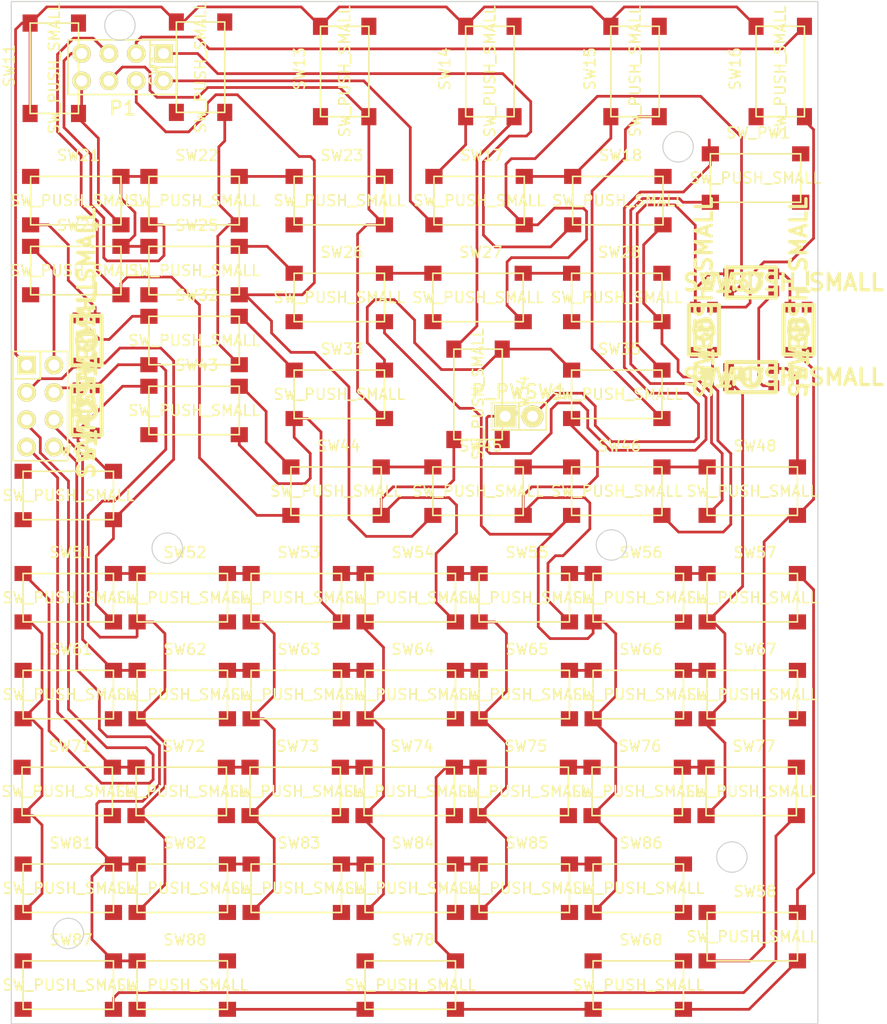
<source format=kicad_pcb>
(kicad_pcb (version 4) (host pcbnew "(2014-10-22 BZR 5216)-product")

  (general
    (links 260)
    (no_connects 129)
    (area 16.206067 19.949999 102.931829 115.050001)
    (thickness 1.6)
    (drawings 11)
    (tracks 587)
    (zones 0)
    (modules 68)
    (nets 19)
  )

  (page A4)
  (layers
    (0 F.Cu signal)
    (31 B.Cu signal)
    (32 B.Adhes user)
    (33 F.Adhes user)
    (34 B.Paste user)
    (35 F.Paste user)
    (36 B.SilkS user)
    (37 F.SilkS user)
    (38 B.Mask user)
    (39 F.Mask user)
    (40 Dwgs.User user)
    (41 Cmts.User user)
    (42 Eco1.User user)
    (43 Eco2.User user)
    (44 Edge.Cuts user)
    (45 Margin user)
    (46 B.CrtYd user)
    (47 F.CrtYd user)
    (48 B.Fab user)
    (49 F.Fab user)
  )

  (setup
    (last_trace_width 0.254)
    (trace_clearance 0.254)
    (zone_clearance 0.508)
    (zone_45_only no)
    (trace_min 0.254)
    (segment_width 0.2)
    (edge_width 0.1)
    (via_size 1.5)
    (via_drill 0.635)
    (via_min_size 0.889)
    (via_min_drill 0.508)
    (uvia_size 0.508)
    (uvia_drill 0.127)
    (uvias_allowed no)
    (uvia_min_size 0.508)
    (uvia_min_drill 0.127)
    (pcb_text_width 0.3)
    (pcb_text_size 1.5 1.5)
    (mod_edge_width 0.15)
    (mod_text_size 1 1)
    (mod_text_width 0.15)
    (pad_size 1.6 1.4)
    (pad_drill 0)
    (pad_to_mask_clearance 0)
    (aux_axis_origin 0 0)
    (visible_elements FFFFFF7F)
    (pcbplotparams
      (layerselection 0x00030_80000001)
      (usegerberextensions false)
      (excludeedgelayer true)
      (linewidth 0.100000)
      (plotframeref false)
      (viasonmask false)
      (mode 1)
      (useauxorigin false)
      (hpglpennumber 1)
      (hpglpenspeed 20)
      (hpglpendiameter 15)
      (hpglpenoverlay 2)
      (psnegative false)
      (psa4output false)
      (plotreference true)
      (plotvalue true)
      (plotinvisibletext false)
      (padsonsilk false)
      (subtractmaskfromsilk false)
      (outputformat 1)
      (mirror false)
      (drillshape 1)
      (scaleselection 1)
      (outputdirectory ""))
  )

  (net 0 "")
  (net 1 "Net-(P1-Pad1)")
  (net 2 "Net-(P1-Pad2)")
  (net 3 "Net-(P1-Pad3)")
  (net 4 "Net-(P1-Pad4)")
  (net 5 "Net-(P1-Pad5)")
  (net 6 "Net-(P1-Pad6)")
  (net 7 "Net-(P1-Pad7)")
  (net 8 "Net-(P1-Pad8)")
  (net 9 "Net-(P2-Pad1)")
  (net 10 "Net-(P2-Pad2)")
  (net 11 "Net-(P2-Pad3)")
  (net 12 "Net-(P2-Pad4)")
  (net 13 "Net-(P2-Pad5)")
  (net 14 "Net-(P2-Pad6)")
  (net 15 "Net-(P2-Pad7)")
  (net 16 "Net-(P2-Pad8)")
  (net 17 "Net-(P_PWSW1-Pad1)")
  (net 18 "Net-(P_PWSW1-Pad2)")

  (net_class Default "Ceci est la Netclass par défaut"
    (clearance 0.254)
    (trace_width 0.254)
    (via_dia 1.5)
    (via_drill 0.635)
    (uvia_dia 0.508)
    (uvia_drill 0.127)
    (add_net "Net-(P1-Pad1)")
    (add_net "Net-(P1-Pad2)")
    (add_net "Net-(P1-Pad3)")
    (add_net "Net-(P1-Pad4)")
    (add_net "Net-(P1-Pad5)")
    (add_net "Net-(P1-Pad6)")
    (add_net "Net-(P1-Pad7)")
    (add_net "Net-(P1-Pad8)")
    (add_net "Net-(P2-Pad1)")
    (add_net "Net-(P2-Pad2)")
    (add_net "Net-(P2-Pad3)")
    (add_net "Net-(P2-Pad4)")
    (add_net "Net-(P2-Pad5)")
    (add_net "Net-(P2-Pad6)")
    (add_net "Net-(P2-Pad7)")
    (add_net "Net-(P2-Pad8)")
    (add_net "Net-(P_PWSW1-Pad1)")
    (add_net "Net-(P_PWSW1-Pad2)")
  )

  (module Pin_Headers:Pin_Header_Straight_2x04 (layer F.Cu) (tedit 544AA661) (tstamp 544AB0AE)
    (at 30.35 26.1 180)
    (descr "Through hole pin header")
    (tags "pin header")
    (path /543907B4)
    (fp_text reference P1 (at 0 -3.81 180) (layer F.SilkS)
      (effects (font (size 1.27 1.27) (thickness 0.2032)))
    )
    (fp_text value CONN_01X08 (at 0 0 180) (layer F.SilkS) hide
      (effects (font (size 1.27 1.27) (thickness 0.2032)))
    )
    (fp_line (start -2.54 2.54) (end 5.08 2.54) (layer F.SilkS) (width 0.15))
    (fp_line (start 5.08 2.54) (end 5.08 -2.54) (layer F.SilkS) (width 0.15))
    (fp_line (start 5.08 -2.54) (end -5.08 -2.54) (layer F.SilkS) (width 0.15))
    (fp_line (start -5.08 -2.54) (end -5.08 0) (layer F.SilkS) (width 0.15))
    (fp_line (start -5.08 2.54) (end -2.54 2.54) (layer F.SilkS) (width 0.15))
    (fp_line (start -5.08 0) (end -2.54 0) (layer F.SilkS) (width 0.15))
    (fp_line (start -2.54 0) (end -2.54 2.54) (layer F.SilkS) (width 0.15))
    (fp_line (start -5.08 2.54) (end -5.08 0) (layer F.SilkS) (width 0.15))
    (pad 1 thru_hole rect (at -3.81 1.27 180) (size 1.7272 1.7272) (drill 1.016) (layers *.Cu *.Mask F.SilkS)
      (net 1 "Net-(P1-Pad1)"))
    (pad 2 thru_hole oval (at -3.81 -1.27 180) (size 1.7272 1.7272) (drill 1.016) (layers *.Cu *.Mask F.SilkS)
      (net 2 "Net-(P1-Pad2)"))
    (pad 3 thru_hole oval (at -1.27 1.27 180) (size 1.7272 1.7272) (drill 1.016) (layers *.Cu *.Mask F.SilkS)
      (net 3 "Net-(P1-Pad3)"))
    (pad 4 thru_hole oval (at -1.27 -1.27 180) (size 1.7272 1.7272) (drill 1.016) (layers *.Cu *.Mask F.SilkS)
      (net 4 "Net-(P1-Pad4)"))
    (pad 5 thru_hole oval (at 1.27 1.27 180) (size 1.7272 1.7272) (drill 1.016) (layers *.Cu *.Mask F.SilkS)
      (net 5 "Net-(P1-Pad5)"))
    (pad 6 thru_hole oval (at 1.27 -1.27 180) (size 1.7272 1.7272) (drill 1.016) (layers *.Cu *.Mask F.SilkS)
      (net 6 "Net-(P1-Pad6)"))
    (pad 7 thru_hole oval (at 3.81 1.27 180) (size 1.7272 1.7272) (drill 1.016) (layers *.Cu *.Mask F.SilkS)
      (net 7 "Net-(P1-Pad7)"))
    (pad 8 thru_hole oval (at 3.81 -1.27 180) (size 1.7272 1.7272) (drill 1.016) (layers *.Cu *.Mask F.SilkS)
      (net 8 "Net-(P1-Pad8)"))
  )

  (module Pin_Headers:Pin_Header_Straight_2x04 (layer F.Cu) (tedit 544AA661) (tstamp 544AB099)
    (at 22.7 57.595 270)
    (descr "Through hole pin header")
    (tags "pin header")
    (path /54391080)
    (fp_text reference P2 (at 0 -3.81 270) (layer F.SilkS)
      (effects (font (size 1.27 1.27) (thickness 0.2032)))
    )
    (fp_text value CONN_01X08 (at 0 0 270) (layer F.SilkS) hide
      (effects (font (size 1.27 1.27) (thickness 0.2032)))
    )
    (fp_line (start -2.54 2.54) (end 5.08 2.54) (layer F.SilkS) (width 0.15))
    (fp_line (start 5.08 2.54) (end 5.08 -2.54) (layer F.SilkS) (width 0.15))
    (fp_line (start 5.08 -2.54) (end -5.08 -2.54) (layer F.SilkS) (width 0.15))
    (fp_line (start -5.08 -2.54) (end -5.08 0) (layer F.SilkS) (width 0.15))
    (fp_line (start -5.08 2.54) (end -2.54 2.54) (layer F.SilkS) (width 0.15))
    (fp_line (start -5.08 0) (end -2.54 0) (layer F.SilkS) (width 0.15))
    (fp_line (start -2.54 0) (end -2.54 2.54) (layer F.SilkS) (width 0.15))
    (fp_line (start -5.08 2.54) (end -5.08 0) (layer F.SilkS) (width 0.15))
    (pad 1 thru_hole rect (at -3.81 1.27 270) (size 1.7272 1.7272) (drill 1.016) (layers *.Cu *.Mask F.SilkS)
      (net 9 "Net-(P2-Pad1)"))
    (pad 2 thru_hole oval (at -3.81 -1.27 270) (size 1.7272 1.7272) (drill 1.016) (layers *.Cu *.Mask F.SilkS)
      (net 10 "Net-(P2-Pad2)"))
    (pad 3 thru_hole oval (at -1.27 1.27 270) (size 1.7272 1.7272) (drill 1.016) (layers *.Cu *.Mask F.SilkS)
      (net 11 "Net-(P2-Pad3)"))
    (pad 4 thru_hole oval (at -1.27 -1.27 270) (size 1.7272 1.7272) (drill 1.016) (layers *.Cu *.Mask F.SilkS)
      (net 12 "Net-(P2-Pad4)"))
    (pad 5 thru_hole oval (at 1.27 1.27 270) (size 1.7272 1.7272) (drill 1.016) (layers *.Cu *.Mask F.SilkS)
      (net 13 "Net-(P2-Pad5)"))
    (pad 6 thru_hole oval (at 1.27 -1.27 270) (size 1.7272 1.7272) (drill 1.016) (layers *.Cu *.Mask F.SilkS)
      (net 14 "Net-(P2-Pad6)"))
    (pad 7 thru_hole oval (at 3.81 1.27 270) (size 1.7272 1.7272) (drill 1.016) (layers *.Cu *.Mask F.SilkS)
      (net 15 "Net-(P2-Pad7)"))
    (pad 8 thru_hole oval (at 3.81 -1.27 270) (size 1.7272 1.7272) (drill 1.016) (layers *.Cu *.Mask F.SilkS)
      (net 16 "Net-(P2-Pad8)"))
  )

  (module footprintBouton:bouton_large (layer F.Cu) (tedit 544A86F5) (tstamp 544AB43E)
    (at 24 26.2 90)
    (path /5438BDBE)
    (fp_text reference SW11 (at 0.25 -4.2 90) (layer F.SilkS)
      (effects (font (size 1 1) (thickness 0.15)))
    )
    (fp_text value SW_PUSH_SMALL (at 0 0 90) (layer F.SilkS)
      (effects (font (size 1 1) (thickness 0.15)))
    )
    (fp_line (start -4.2 -2.25) (end -4.2 2.25) (layer F.SilkS) (width 0.15))
    (fp_line (start -4.2 2.25) (end 4.2 2.25) (layer F.SilkS) (width 0.15))
    (fp_line (start 4.2 2.25) (end 4.2 -2.25) (layer F.SilkS) (width 0.15))
    (fp_line (start 4.2 -2.25) (end -4.2 -2.25) (layer F.SilkS) (width 0.15))
    (pad 1 smd rect (at -4.2 -2.25 90) (size 1.6 1.4) (layers F.Cu F.Paste F.Mask)
      (net 9 "Net-(P2-Pad1)"))
    (pad 2 smd rect (at -4.2 2.25 90) (size 1.6 1.4) (layers F.Cu F.Paste F.Mask)
      (net 8 "Net-(P1-Pad8)"))
    (pad 1 smd rect (at 4.2 -2.25 90) (size 1.6 1.4) (layers F.Cu F.Paste F.Mask)
      (net 9 "Net-(P2-Pad1)"))
    (pad 2 smd rect (at 4.2 2.25 90) (size 1.6 1.4) (layers F.Cu F.Paste F.Mask)
      (net 8 "Net-(P1-Pad8)"))
    (model ./bouton.wrl
      (at (xyz 0 0 0))
      (scale (xyz 0.39 0.39 0.39))
      (rotate (xyz 0 0 90))
    )
  )

  (module footprintBouton:bouton_large (layer F.Cu) (tedit 544A86F5) (tstamp 544AA972)
    (at 37.6 26.1 90)
    (path /5438BDF0)
    (fp_text reference SW12 (at 0.25 -4.2 90) (layer F.SilkS)
      (effects (font (size 1 1) (thickness 0.15)))
    )
    (fp_text value SW_PUSH_SMALL (at 0 0 90) (layer F.SilkS)
      (effects (font (size 1 1) (thickness 0.15)))
    )
    (fp_line (start -4.2 -2.25) (end -4.2 2.25) (layer F.SilkS) (width 0.15))
    (fp_line (start -4.2 2.25) (end 4.2 2.25) (layer F.SilkS) (width 0.15))
    (fp_line (start 4.2 2.25) (end 4.2 -2.25) (layer F.SilkS) (width 0.15))
    (fp_line (start 4.2 -2.25) (end -4.2 -2.25) (layer F.SilkS) (width 0.15))
    (pad 1 smd rect (at -4.2 -2.25 90) (size 1.6 1.4) (layers F.Cu F.Paste F.Mask)
      (net 9 "Net-(P2-Pad1)"))
    (pad 2 smd rect (at -4.2 2.25 90) (size 1.6 1.4) (layers F.Cu F.Paste F.Mask)
      (net 7 "Net-(P1-Pad7)"))
    (pad 1 smd rect (at 4.2 -2.25 90) (size 1.6 1.4) (layers F.Cu F.Paste F.Mask)
      (net 9 "Net-(P2-Pad1)"))
    (pad 2 smd rect (at 4.2 2.25 90) (size 1.6 1.4) (layers F.Cu F.Paste F.Mask)
      (net 7 "Net-(P1-Pad7)"))
    (model ./bouton.wrl
      (at (xyz 0 0 0))
      (scale (xyz 0.39 0.39 0.39))
      (rotate (xyz 0 0 90))
    )
  )

  (module footprintBouton:bouton_large (layer F.Cu) (tedit 544A86F5) (tstamp 544AA97E)
    (at 51 26.5 90)
    (path /5438BB9D)
    (fp_text reference SW13 (at 0.25 -4.2 90) (layer F.SilkS)
      (effects (font (size 1 1) (thickness 0.15)))
    )
    (fp_text value SW_PUSH_SMALL (at 0 0 90) (layer F.SilkS)
      (effects (font (size 1 1) (thickness 0.15)))
    )
    (fp_line (start -4.2 -2.25) (end -4.2 2.25) (layer F.SilkS) (width 0.15))
    (fp_line (start -4.2 2.25) (end 4.2 2.25) (layer F.SilkS) (width 0.15))
    (fp_line (start 4.2 2.25) (end 4.2 -2.25) (layer F.SilkS) (width 0.15))
    (fp_line (start 4.2 -2.25) (end -4.2 -2.25) (layer F.SilkS) (width 0.15))
    (pad 1 smd rect (at -4.2 -2.25 90) (size 1.6 1.4) (layers F.Cu F.Paste F.Mask)
      (net 9 "Net-(P2-Pad1)"))
    (pad 2 smd rect (at -4.2 2.25 90) (size 1.6 1.4) (layers F.Cu F.Paste F.Mask)
      (net 6 "Net-(P1-Pad6)"))
    (pad 1 smd rect (at 4.2 -2.25 90) (size 1.6 1.4) (layers F.Cu F.Paste F.Mask)
      (net 9 "Net-(P2-Pad1)"))
    (pad 2 smd rect (at 4.2 2.25 90) (size 1.6 1.4) (layers F.Cu F.Paste F.Mask)
      (net 6 "Net-(P1-Pad6)"))
    (model ./bouton.wrl
      (at (xyz 0 0 0))
      (scale (xyz 0.39 0.39 0.39))
      (rotate (xyz 0 0 90))
    )
  )

  (module footprintBouton:bouton_large (layer F.Cu) (tedit 544A86F5) (tstamp 544AA98A)
    (at 64.5 26.5 90)
    (path /5438BD73)
    (fp_text reference SW14 (at 0.25 -4.2 90) (layer F.SilkS)
      (effects (font (size 1 1) (thickness 0.15)))
    )
    (fp_text value SW_PUSH_SMALL (at 0 0 90) (layer F.SilkS)
      (effects (font (size 1 1) (thickness 0.15)))
    )
    (fp_line (start -4.2 -2.25) (end -4.2 2.25) (layer F.SilkS) (width 0.15))
    (fp_line (start -4.2 2.25) (end 4.2 2.25) (layer F.SilkS) (width 0.15))
    (fp_line (start 4.2 2.25) (end 4.2 -2.25) (layer F.SilkS) (width 0.15))
    (fp_line (start 4.2 -2.25) (end -4.2 -2.25) (layer F.SilkS) (width 0.15))
    (pad 1 smd rect (at -4.2 -2.25 90) (size 1.6 1.4) (layers F.Cu F.Paste F.Mask)
      (net 9 "Net-(P2-Pad1)"))
    (pad 2 smd rect (at -4.2 2.25 90) (size 1.6 1.4) (layers F.Cu F.Paste F.Mask)
      (net 5 "Net-(P1-Pad5)"))
    (pad 1 smd rect (at 4.2 -2.25 90) (size 1.6 1.4) (layers F.Cu F.Paste F.Mask)
      (net 9 "Net-(P2-Pad1)"))
    (pad 2 smd rect (at 4.2 2.25 90) (size 1.6 1.4) (layers F.Cu F.Paste F.Mask)
      (net 5 "Net-(P1-Pad5)"))
    (model ./bouton.wrl
      (at (xyz 0 0 0))
      (scale (xyz 0.39 0.39 0.39))
      (rotate (xyz 0 0 90))
    )
  )

  (module footprintBouton:bouton_large (layer F.Cu) (tedit 544A86F5) (tstamp 544AA996)
    (at 78 26.5 90)
    (path /5438C1D3)
    (fp_text reference SW15 (at 0.25 -4.2 90) (layer F.SilkS)
      (effects (font (size 1 1) (thickness 0.15)))
    )
    (fp_text value SW_PUSH_SMALL (at 0 0 90) (layer F.SilkS)
      (effects (font (size 1 1) (thickness 0.15)))
    )
    (fp_line (start -4.2 -2.25) (end -4.2 2.25) (layer F.SilkS) (width 0.15))
    (fp_line (start -4.2 2.25) (end 4.2 2.25) (layer F.SilkS) (width 0.15))
    (fp_line (start 4.2 2.25) (end 4.2 -2.25) (layer F.SilkS) (width 0.15))
    (fp_line (start 4.2 -2.25) (end -4.2 -2.25) (layer F.SilkS) (width 0.15))
    (pad 1 smd rect (at -4.2 -2.25 90) (size 1.6 1.4) (layers F.Cu F.Paste F.Mask)
      (net 9 "Net-(P2-Pad1)"))
    (pad 2 smd rect (at -4.2 2.25 90) (size 1.6 1.4) (layers F.Cu F.Paste F.Mask)
      (net 4 "Net-(P1-Pad4)"))
    (pad 1 smd rect (at 4.2 -2.25 90) (size 1.6 1.4) (layers F.Cu F.Paste F.Mask)
      (net 9 "Net-(P2-Pad1)"))
    (pad 2 smd rect (at 4.2 2.25 90) (size 1.6 1.4) (layers F.Cu F.Paste F.Mask)
      (net 4 "Net-(P1-Pad4)"))
    (model ./bouton.wrl
      (at (xyz 0 0 0))
      (scale (xyz 0.39 0.39 0.39))
      (rotate (xyz 0 0 90))
    )
  )

  (module footprintBouton:bouton_large (layer F.Cu) (tedit 544A86F5) (tstamp 544AA9A2)
    (at 91.5 26.5 90)
    (path /5438C1D9)
    (fp_text reference SW16 (at 0.25 -4.2 90) (layer F.SilkS)
      (effects (font (size 1 1) (thickness 0.15)))
    )
    (fp_text value SW_PUSH_SMALL (at 0 0 90) (layer F.SilkS)
      (effects (font (size 1 1) (thickness 0.15)))
    )
    (fp_line (start -4.2 -2.25) (end -4.2 2.25) (layer F.SilkS) (width 0.15))
    (fp_line (start -4.2 2.25) (end 4.2 2.25) (layer F.SilkS) (width 0.15))
    (fp_line (start 4.2 2.25) (end 4.2 -2.25) (layer F.SilkS) (width 0.15))
    (fp_line (start 4.2 -2.25) (end -4.2 -2.25) (layer F.SilkS) (width 0.15))
    (pad 1 smd rect (at -4.2 -2.25 90) (size 1.6 1.4) (layers F.Cu F.Paste F.Mask)
      (net 9 "Net-(P2-Pad1)"))
    (pad 2 smd rect (at -4.2 2.25 90) (size 1.6 1.4) (layers F.Cu F.Paste F.Mask)
      (net 3 "Net-(P1-Pad3)"))
    (pad 1 smd rect (at 4.2 -2.25 90) (size 1.6 1.4) (layers F.Cu F.Paste F.Mask)
      (net 9 "Net-(P2-Pad1)"))
    (pad 2 smd rect (at 4.2 2.25 90) (size 1.6 1.4) (layers F.Cu F.Paste F.Mask)
      (net 3 "Net-(P1-Pad3)"))
    (model ./bouton.wrl
      (at (xyz 0 0 0))
      (scale (xyz 0.39 0.39 0.39))
      (rotate (xyz 0 0 90))
    )
  )

  (module footprintBouton:bouton_large (layer F.Cu) (tedit 544A86F5) (tstamp 544AA9AE)
    (at 63.5 38.5)
    (path /5438C1C7)
    (fp_text reference SW17 (at 0.25 -4.2) (layer F.SilkS)
      (effects (font (size 1 1) (thickness 0.15)))
    )
    (fp_text value SW_PUSH_SMALL (at 0 0) (layer F.SilkS)
      (effects (font (size 1 1) (thickness 0.15)))
    )
    (fp_line (start -4.2 -2.25) (end -4.2 2.25) (layer F.SilkS) (width 0.15))
    (fp_line (start -4.2 2.25) (end 4.2 2.25) (layer F.SilkS) (width 0.15))
    (fp_line (start 4.2 2.25) (end 4.2 -2.25) (layer F.SilkS) (width 0.15))
    (fp_line (start 4.2 -2.25) (end -4.2 -2.25) (layer F.SilkS) (width 0.15))
    (pad 1 smd rect (at -4.2 -2.25) (size 1.6 1.4) (layers F.Cu F.Paste F.Mask)
      (net 9 "Net-(P2-Pad1)"))
    (pad 2 smd rect (at -4.2 2.25) (size 1.6 1.4) (layers F.Cu F.Paste F.Mask)
      (net 2 "Net-(P1-Pad2)"))
    (pad 1 smd rect (at 4.2 -2.25) (size 1.6 1.4) (layers F.Cu F.Paste F.Mask)
      (net 9 "Net-(P2-Pad1)"))
    (pad 2 smd rect (at 4.2 2.25) (size 1.6 1.4) (layers F.Cu F.Paste F.Mask)
      (net 2 "Net-(P1-Pad2)"))
    (model ./bouton.wrl
      (at (xyz 0 0 0))
      (scale (xyz 0.39 0.39 0.39))
      (rotate (xyz 0 0 90))
    )
  )

  (module footprintBouton:bouton_large (layer F.Cu) (tedit 544A86F5) (tstamp 544AA9BA)
    (at 76.4 38.5)
    (path /5438C1CD)
    (fp_text reference SW18 (at 0.25 -4.2) (layer F.SilkS)
      (effects (font (size 1 1) (thickness 0.15)))
    )
    (fp_text value SW_PUSH_SMALL (at 0 0) (layer F.SilkS)
      (effects (font (size 1 1) (thickness 0.15)))
    )
    (fp_line (start -4.2 -2.25) (end -4.2 2.25) (layer F.SilkS) (width 0.15))
    (fp_line (start -4.2 2.25) (end 4.2 2.25) (layer F.SilkS) (width 0.15))
    (fp_line (start 4.2 2.25) (end 4.2 -2.25) (layer F.SilkS) (width 0.15))
    (fp_line (start 4.2 -2.25) (end -4.2 -2.25) (layer F.SilkS) (width 0.15))
    (pad 1 smd rect (at -4.2 -2.25) (size 1.6 1.4) (layers F.Cu F.Paste F.Mask)
      (net 9 "Net-(P2-Pad1)"))
    (pad 2 smd rect (at -4.2 2.25) (size 1.6 1.4) (layers F.Cu F.Paste F.Mask)
      (net 1 "Net-(P1-Pad1)"))
    (pad 1 smd rect (at 4.2 -2.25) (size 1.6 1.4) (layers F.Cu F.Paste F.Mask)
      (net 9 "Net-(P2-Pad1)"))
    (pad 2 smd rect (at 4.2 2.25) (size 1.6 1.4) (layers F.Cu F.Paste F.Mask)
      (net 1 "Net-(P1-Pad1)"))
    (model ./bouton.wrl
      (at (xyz 0 0 0))
      (scale (xyz 0.39 0.39 0.39))
      (rotate (xyz 0 0 90))
    )
  )

  (module footprintBouton:bouton_large (layer F.Cu) (tedit 544A86F5) (tstamp 544AA9C6)
    (at 26 38.5)
    (path /5438C48B)
    (fp_text reference SW21 (at 0.25 -4.2) (layer F.SilkS)
      (effects (font (size 1 1) (thickness 0.15)))
    )
    (fp_text value SW_PUSH_SMALL (at 0 0) (layer F.SilkS)
      (effects (font (size 1 1) (thickness 0.15)))
    )
    (fp_line (start -4.2 -2.25) (end -4.2 2.25) (layer F.SilkS) (width 0.15))
    (fp_line (start -4.2 2.25) (end 4.2 2.25) (layer F.SilkS) (width 0.15))
    (fp_line (start 4.2 2.25) (end 4.2 -2.25) (layer F.SilkS) (width 0.15))
    (fp_line (start 4.2 -2.25) (end -4.2 -2.25) (layer F.SilkS) (width 0.15))
    (pad 1 smd rect (at -4.2 -2.25) (size 1.6 1.4) (layers F.Cu F.Paste F.Mask)
      (net 10 "Net-(P2-Pad2)"))
    (pad 2 smd rect (at -4.2 2.25) (size 1.6 1.4) (layers F.Cu F.Paste F.Mask)
      (net 8 "Net-(P1-Pad8)"))
    (pad 1 smd rect (at 4.2 -2.25) (size 1.6 1.4) (layers F.Cu F.Paste F.Mask)
      (net 10 "Net-(P2-Pad2)"))
    (pad 2 smd rect (at 4.2 2.25) (size 1.6 1.4) (layers F.Cu F.Paste F.Mask)
      (net 8 "Net-(P1-Pad8)"))
    (model ./bouton.wrl
      (at (xyz 0 0 0))
      (scale (xyz 0.39 0.39 0.39))
      (rotate (xyz 0 0 90))
    )
  )

  (module footprintBouton:bouton_large (layer F.Cu) (tedit 544A86F5) (tstamp 544AA9D2)
    (at 37 38.5)
    (path /5438C491)
    (fp_text reference SW22 (at 0.25 -4.2) (layer F.SilkS)
      (effects (font (size 1 1) (thickness 0.15)))
    )
    (fp_text value SW_PUSH_SMALL (at 0 0) (layer F.SilkS)
      (effects (font (size 1 1) (thickness 0.15)))
    )
    (fp_line (start -4.2 -2.25) (end -4.2 2.25) (layer F.SilkS) (width 0.15))
    (fp_line (start -4.2 2.25) (end 4.2 2.25) (layer F.SilkS) (width 0.15))
    (fp_line (start 4.2 2.25) (end 4.2 -2.25) (layer F.SilkS) (width 0.15))
    (fp_line (start 4.2 -2.25) (end -4.2 -2.25) (layer F.SilkS) (width 0.15))
    (pad 1 smd rect (at -4.2 -2.25) (size 1.6 1.4) (layers F.Cu F.Paste F.Mask)
      (net 10 "Net-(P2-Pad2)"))
    (pad 2 smd rect (at -4.2 2.25) (size 1.6 1.4) (layers F.Cu F.Paste F.Mask)
      (net 7 "Net-(P1-Pad7)"))
    (pad 1 smd rect (at 4.2 -2.25) (size 1.6 1.4) (layers F.Cu F.Paste F.Mask)
      (net 10 "Net-(P2-Pad2)"))
    (pad 2 smd rect (at 4.2 2.25) (size 1.6 1.4) (layers F.Cu F.Paste F.Mask)
      (net 7 "Net-(P1-Pad7)"))
    (model ./bouton.wrl
      (at (xyz 0 0 0))
      (scale (xyz 0.39 0.39 0.39))
      (rotate (xyz 0 0 90))
    )
  )

  (module footprintBouton:bouton_large (layer F.Cu) (tedit 544A86F5) (tstamp 544AA9DE)
    (at 50.5 38.5)
    (path /5438C47F)
    (fp_text reference SW23 (at 0.25 -4.2) (layer F.SilkS)
      (effects (font (size 1 1) (thickness 0.15)))
    )
    (fp_text value SW_PUSH_SMALL (at 0 0) (layer F.SilkS)
      (effects (font (size 1 1) (thickness 0.15)))
    )
    (fp_line (start -4.2 -2.25) (end -4.2 2.25) (layer F.SilkS) (width 0.15))
    (fp_line (start -4.2 2.25) (end 4.2 2.25) (layer F.SilkS) (width 0.15))
    (fp_line (start 4.2 2.25) (end 4.2 -2.25) (layer F.SilkS) (width 0.15))
    (fp_line (start 4.2 -2.25) (end -4.2 -2.25) (layer F.SilkS) (width 0.15))
    (pad 1 smd rect (at -4.2 -2.25) (size 1.6 1.4) (layers F.Cu F.Paste F.Mask)
      (net 10 "Net-(P2-Pad2)"))
    (pad 2 smd rect (at -4.2 2.25) (size 1.6 1.4) (layers F.Cu F.Paste F.Mask)
      (net 6 "Net-(P1-Pad6)"))
    (pad 1 smd rect (at 4.2 -2.25) (size 1.6 1.4) (layers F.Cu F.Paste F.Mask)
      (net 10 "Net-(P2-Pad2)"))
    (pad 2 smd rect (at 4.2 2.25) (size 1.6 1.4) (layers F.Cu F.Paste F.Mask)
      (net 6 "Net-(P1-Pad6)"))
    (model ./bouton.wrl
      (at (xyz 0 0 0))
      (scale (xyz 0.39 0.39 0.39))
      (rotate (xyz 0 0 90))
    )
  )

  (module footprintBouton:bouton_large (layer F.Cu) (tedit 544A86F5) (tstamp 544AA9EA)
    (at 26 45)
    (path /5438C485)
    (fp_text reference SW24 (at 0.25 -4.2) (layer F.SilkS)
      (effects (font (size 1 1) (thickness 0.15)))
    )
    (fp_text value SW_PUSH_SMALL (at 0 0) (layer F.SilkS)
      (effects (font (size 1 1) (thickness 0.15)))
    )
    (fp_line (start -4.2 -2.25) (end -4.2 2.25) (layer F.SilkS) (width 0.15))
    (fp_line (start -4.2 2.25) (end 4.2 2.25) (layer F.SilkS) (width 0.15))
    (fp_line (start 4.2 2.25) (end 4.2 -2.25) (layer F.SilkS) (width 0.15))
    (fp_line (start 4.2 -2.25) (end -4.2 -2.25) (layer F.SilkS) (width 0.15))
    (pad 1 smd rect (at -4.2 -2.25) (size 1.6 1.4) (layers F.Cu F.Paste F.Mask)
      (net 10 "Net-(P2-Pad2)"))
    (pad 2 smd rect (at -4.2 2.25) (size 1.6 1.4) (layers F.Cu F.Paste F.Mask)
      (net 5 "Net-(P1-Pad5)"))
    (pad 1 smd rect (at 4.2 -2.25) (size 1.6 1.4) (layers F.Cu F.Paste F.Mask)
      (net 10 "Net-(P2-Pad2)"))
    (pad 2 smd rect (at 4.2 2.25) (size 1.6 1.4) (layers F.Cu F.Paste F.Mask)
      (net 5 "Net-(P1-Pad5)"))
    (model ./bouton.wrl
      (at (xyz 0 0 0))
      (scale (xyz 0.39 0.39 0.39))
      (rotate (xyz 0 0 90))
    )
  )

  (module footprintBouton:bouton_large (layer F.Cu) (tedit 544A86F5) (tstamp 544AA9F6)
    (at 37 45)
    (path /5438C4A3)
    (fp_text reference SW25 (at 0.25 -4.2) (layer F.SilkS)
      (effects (font (size 1 1) (thickness 0.15)))
    )
    (fp_text value SW_PUSH_SMALL (at 0 0) (layer F.SilkS)
      (effects (font (size 1 1) (thickness 0.15)))
    )
    (fp_line (start -4.2 -2.25) (end -4.2 2.25) (layer F.SilkS) (width 0.15))
    (fp_line (start -4.2 2.25) (end 4.2 2.25) (layer F.SilkS) (width 0.15))
    (fp_line (start 4.2 2.25) (end 4.2 -2.25) (layer F.SilkS) (width 0.15))
    (fp_line (start 4.2 -2.25) (end -4.2 -2.25) (layer F.SilkS) (width 0.15))
    (pad 1 smd rect (at -4.2 -2.25) (size 1.6 1.4) (layers F.Cu F.Paste F.Mask)
      (net 10 "Net-(P2-Pad2)"))
    (pad 2 smd rect (at -4.2 2.25) (size 1.6 1.4) (layers F.Cu F.Paste F.Mask)
      (net 4 "Net-(P1-Pad4)"))
    (pad 1 smd rect (at 4.2 -2.25) (size 1.6 1.4) (layers F.Cu F.Paste F.Mask)
      (net 10 "Net-(P2-Pad2)"))
    (pad 2 smd rect (at 4.2 2.25) (size 1.6 1.4) (layers F.Cu F.Paste F.Mask)
      (net 4 "Net-(P1-Pad4)"))
    (model ./bouton.wrl
      (at (xyz 0 0 0))
      (scale (xyz 0.39 0.39 0.39))
      (rotate (xyz 0 0 90))
    )
  )

  (module footprintBouton:bouton_large (layer F.Cu) (tedit 544A86F5) (tstamp 544AAA02)
    (at 50.5 47.5)
    (path /5438C4A9)
    (fp_text reference SW26 (at 0.25 -4.2) (layer F.SilkS)
      (effects (font (size 1 1) (thickness 0.15)))
    )
    (fp_text value SW_PUSH_SMALL (at 0 0) (layer F.SilkS)
      (effects (font (size 1 1) (thickness 0.15)))
    )
    (fp_line (start -4.2 -2.25) (end -4.2 2.25) (layer F.SilkS) (width 0.15))
    (fp_line (start -4.2 2.25) (end 4.2 2.25) (layer F.SilkS) (width 0.15))
    (fp_line (start 4.2 2.25) (end 4.2 -2.25) (layer F.SilkS) (width 0.15))
    (fp_line (start 4.2 -2.25) (end -4.2 -2.25) (layer F.SilkS) (width 0.15))
    (pad 1 smd rect (at -4.2 -2.25) (size 1.6 1.4) (layers F.Cu F.Paste F.Mask)
      (net 10 "Net-(P2-Pad2)"))
    (pad 2 smd rect (at -4.2 2.25) (size 1.6 1.4) (layers F.Cu F.Paste F.Mask)
      (net 3 "Net-(P1-Pad3)"))
    (pad 1 smd rect (at 4.2 -2.25) (size 1.6 1.4) (layers F.Cu F.Paste F.Mask)
      (net 10 "Net-(P2-Pad2)"))
    (pad 2 smd rect (at 4.2 2.25) (size 1.6 1.4) (layers F.Cu F.Paste F.Mask)
      (net 3 "Net-(P1-Pad3)"))
    (model ./bouton.wrl
      (at (xyz 0 0 0))
      (scale (xyz 0.39 0.39 0.39))
      (rotate (xyz 0 0 90))
    )
  )

  (module footprintBouton:bouton_large (layer F.Cu) (tedit 544A86F5) (tstamp 544AAA0E)
    (at 63.4 47.5)
    (path /5438C497)
    (fp_text reference SW27 (at 0.25 -4.2) (layer F.SilkS)
      (effects (font (size 1 1) (thickness 0.15)))
    )
    (fp_text value SW_PUSH_SMALL (at 0 0) (layer F.SilkS)
      (effects (font (size 1 1) (thickness 0.15)))
    )
    (fp_line (start -4.2 -2.25) (end -4.2 2.25) (layer F.SilkS) (width 0.15))
    (fp_line (start -4.2 2.25) (end 4.2 2.25) (layer F.SilkS) (width 0.15))
    (fp_line (start 4.2 2.25) (end 4.2 -2.25) (layer F.SilkS) (width 0.15))
    (fp_line (start 4.2 -2.25) (end -4.2 -2.25) (layer F.SilkS) (width 0.15))
    (pad 1 smd rect (at -4.2 -2.25) (size 1.6 1.4) (layers F.Cu F.Paste F.Mask)
      (net 10 "Net-(P2-Pad2)"))
    (pad 2 smd rect (at -4.2 2.25) (size 1.6 1.4) (layers F.Cu F.Paste F.Mask)
      (net 2 "Net-(P1-Pad2)"))
    (pad 1 smd rect (at 4.2 -2.25) (size 1.6 1.4) (layers F.Cu F.Paste F.Mask)
      (net 10 "Net-(P2-Pad2)"))
    (pad 2 smd rect (at 4.2 2.25) (size 1.6 1.4) (layers F.Cu F.Paste F.Mask)
      (net 2 "Net-(P1-Pad2)"))
    (model ./bouton.wrl
      (at (xyz 0 0 0))
      (scale (xyz 0.39 0.39 0.39))
      (rotate (xyz 0 0 90))
    )
  )

  (module footprintBouton:bouton_large (layer F.Cu) (tedit 544A86F5) (tstamp 544AAA1A)
    (at 76.3 47.5)
    (path /5438C49D)
    (fp_text reference SW28 (at 0.25 -4.2) (layer F.SilkS)
      (effects (font (size 1 1) (thickness 0.15)))
    )
    (fp_text value SW_PUSH_SMALL (at 0 0) (layer F.SilkS)
      (effects (font (size 1 1) (thickness 0.15)))
    )
    (fp_line (start -4.2 -2.25) (end -4.2 2.25) (layer F.SilkS) (width 0.15))
    (fp_line (start -4.2 2.25) (end 4.2 2.25) (layer F.SilkS) (width 0.15))
    (fp_line (start 4.2 2.25) (end 4.2 -2.25) (layer F.SilkS) (width 0.15))
    (fp_line (start 4.2 -2.25) (end -4.2 -2.25) (layer F.SilkS) (width 0.15))
    (pad 1 smd rect (at -4.2 -2.25) (size 1.6 1.4) (layers F.Cu F.Paste F.Mask)
      (net 10 "Net-(P2-Pad2)"))
    (pad 2 smd rect (at -4.2 2.25) (size 1.6 1.4) (layers F.Cu F.Paste F.Mask)
      (net 1 "Net-(P1-Pad1)"))
    (pad 1 smd rect (at 4.2 -2.25) (size 1.6 1.4) (layers F.Cu F.Paste F.Mask)
      (net 10 "Net-(P2-Pad2)"))
    (pad 2 smd rect (at 4.2 2.25) (size 1.6 1.4) (layers F.Cu F.Paste F.Mask)
      (net 1 "Net-(P1-Pad1)"))
    (model ./bouton.wrl
      (at (xyz 0 0 0))
      (scale (xyz 0.39 0.39 0.39))
      (rotate (xyz 0 0 90))
    )
  )

  (module footprintBouton:bouton_large (layer F.Cu) (tedit 544A86F5) (tstamp 544AAA32)
    (at 37 51.5)
    (path /5438C7E1)
    (fp_text reference SW32 (at 0.25 -4.2) (layer F.SilkS)
      (effects (font (size 1 1) (thickness 0.15)))
    )
    (fp_text value SW_PUSH_SMALL (at 0 0) (layer F.SilkS)
      (effects (font (size 1 1) (thickness 0.15)))
    )
    (fp_line (start -4.2 -2.25) (end -4.2 2.25) (layer F.SilkS) (width 0.15))
    (fp_line (start -4.2 2.25) (end 4.2 2.25) (layer F.SilkS) (width 0.15))
    (fp_line (start 4.2 2.25) (end 4.2 -2.25) (layer F.SilkS) (width 0.15))
    (fp_line (start 4.2 -2.25) (end -4.2 -2.25) (layer F.SilkS) (width 0.15))
    (pad 1 smd rect (at -4.2 -2.25) (size 1.6 1.4) (layers F.Cu F.Paste F.Mask)
      (net 11 "Net-(P2-Pad3)"))
    (pad 2 smd rect (at -4.2 2.25) (size 1.6 1.4) (layers F.Cu F.Paste F.Mask)
      (net 7 "Net-(P1-Pad7)"))
    (pad 1 smd rect (at 4.2 -2.25) (size 1.6 1.4) (layers F.Cu F.Paste F.Mask)
      (net 11 "Net-(P2-Pad3)"))
    (pad 2 smd rect (at 4.2 2.25) (size 1.6 1.4) (layers F.Cu F.Paste F.Mask)
      (net 7 "Net-(P1-Pad7)"))
    (model ./bouton.wrl
      (at (xyz 0 0 0))
      (scale (xyz 0.39 0.39 0.39))
      (rotate (xyz 0 0 90))
    )
  )

  (module footprintBouton:bouton_large (layer F.Cu) (tedit 544A86F5) (tstamp 544AAA3E)
    (at 50.5 56.5)
    (path /5438C7CF)
    (fp_text reference SW33 (at 0.25 -4.2) (layer F.SilkS)
      (effects (font (size 1 1) (thickness 0.15)))
    )
    (fp_text value SW_PUSH_SMALL (at 0 0) (layer F.SilkS)
      (effects (font (size 1 1) (thickness 0.15)))
    )
    (fp_line (start -4.2 -2.25) (end -4.2 2.25) (layer F.SilkS) (width 0.15))
    (fp_line (start -4.2 2.25) (end 4.2 2.25) (layer F.SilkS) (width 0.15))
    (fp_line (start 4.2 2.25) (end 4.2 -2.25) (layer F.SilkS) (width 0.15))
    (fp_line (start 4.2 -2.25) (end -4.2 -2.25) (layer F.SilkS) (width 0.15))
    (pad 1 smd rect (at -4.2 -2.25) (size 1.6 1.4) (layers F.Cu F.Paste F.Mask)
      (net 11 "Net-(P2-Pad3)"))
    (pad 2 smd rect (at -4.2 2.25) (size 1.6 1.4) (layers F.Cu F.Paste F.Mask)
      (net 6 "Net-(P1-Pad6)"))
    (pad 1 smd rect (at 4.2 -2.25) (size 1.6 1.4) (layers F.Cu F.Paste F.Mask)
      (net 11 "Net-(P2-Pad3)"))
    (pad 2 smd rect (at 4.2 2.25) (size 1.6 1.4) (layers F.Cu F.Paste F.Mask)
      (net 6 "Net-(P1-Pad6)"))
    (model ./bouton.wrl
      (at (xyz 0 0 0))
      (scale (xyz 0.39 0.39 0.39))
      (rotate (xyz 0 0 90))
    )
  )

  (module footprintBouton:bouton_large (layer F.Cu) (tedit 544A86F5) (tstamp 544AAA4A)
    (at 63.4 56.5 270)
    (path /5438C7D5)
    (fp_text reference SW34 (at 0.25 -4.2 270) (layer F.SilkS)
      (effects (font (size 1 1) (thickness 0.15)))
    )
    (fp_text value SW_PUSH_SMALL (at 0 0 270) (layer F.SilkS)
      (effects (font (size 1 1) (thickness 0.15)))
    )
    (fp_line (start -4.2 -2.25) (end -4.2 2.25) (layer F.SilkS) (width 0.15))
    (fp_line (start -4.2 2.25) (end 4.2 2.25) (layer F.SilkS) (width 0.15))
    (fp_line (start 4.2 2.25) (end 4.2 -2.25) (layer F.SilkS) (width 0.15))
    (fp_line (start 4.2 -2.25) (end -4.2 -2.25) (layer F.SilkS) (width 0.15))
    (pad 1 smd rect (at -4.2 -2.25 270) (size 1.6 1.4) (layers F.Cu F.Paste F.Mask)
      (net 11 "Net-(P2-Pad3)"))
    (pad 2 smd rect (at -4.2 2.25 270) (size 1.6 1.4) (layers F.Cu F.Paste F.Mask)
      (net 5 "Net-(P1-Pad5)"))
    (pad 1 smd rect (at 4.2 -2.25 270) (size 1.6 1.4) (layers F.Cu F.Paste F.Mask)
      (net 11 "Net-(P2-Pad3)"))
    (pad 2 smd rect (at 4.2 2.25 270) (size 1.6 1.4) (layers F.Cu F.Paste F.Mask)
      (net 5 "Net-(P1-Pad5)"))
    (model ./bouton.wrl
      (at (xyz 0 0 0))
      (scale (xyz 0.39 0.39 0.39))
      (rotate (xyz 0 0 90))
    )
  )

  (module footprintBouton:bouton_large (layer F.Cu) (tedit 544A86F5) (tstamp 544AAA56)
    (at 76.3 56.5)
    (path /5438C7F3)
    (fp_text reference SW35 (at 0.25 -4.2) (layer F.SilkS)
      (effects (font (size 1 1) (thickness 0.15)))
    )
    (fp_text value SW_PUSH_SMALL (at 0 0) (layer F.SilkS)
      (effects (font (size 1 1) (thickness 0.15)))
    )
    (fp_line (start -4.2 -2.25) (end -4.2 2.25) (layer F.SilkS) (width 0.15))
    (fp_line (start -4.2 2.25) (end 4.2 2.25) (layer F.SilkS) (width 0.15))
    (fp_line (start 4.2 2.25) (end 4.2 -2.25) (layer F.SilkS) (width 0.15))
    (fp_line (start 4.2 -2.25) (end -4.2 -2.25) (layer F.SilkS) (width 0.15))
    (pad 1 smd rect (at -4.2 -2.25) (size 1.6 1.4) (layers F.Cu F.Paste F.Mask)
      (net 11 "Net-(P2-Pad3)"))
    (pad 2 smd rect (at -4.2 2.25) (size 1.6 1.4) (layers F.Cu F.Paste F.Mask)
      (net 4 "Net-(P1-Pad4)"))
    (pad 1 smd rect (at 4.2 -2.25) (size 1.6 1.4) (layers F.Cu F.Paste F.Mask)
      (net 11 "Net-(P2-Pad3)"))
    (pad 2 smd rect (at 4.2 2.25) (size 1.6 1.4) (layers F.Cu F.Paste F.Mask)
      (net 4 "Net-(P1-Pad4)"))
    (model ./bouton.wrl
      (at (xyz 0 0 0))
      (scale (xyz 0.39 0.39 0.39))
      (rotate (xyz 0 0 90))
    )
  )

  (module footprintBouton:bouton_large (layer F.Cu) (tedit 544A86F5) (tstamp 544AAA86)
    (at 25.3 65.9)
    (path /5438C80B)
    (fp_text reference SW41 (at 0.25 -4.2) (layer F.SilkS)
      (effects (font (size 1 1) (thickness 0.15)))
    )
    (fp_text value SW_PUSH_SMALL (at 0 0) (layer F.SilkS)
      (effects (font (size 1 1) (thickness 0.15)))
    )
    (fp_line (start -4.2 -2.25) (end -4.2 2.25) (layer F.SilkS) (width 0.15))
    (fp_line (start -4.2 2.25) (end 4.2 2.25) (layer F.SilkS) (width 0.15))
    (fp_line (start 4.2 2.25) (end 4.2 -2.25) (layer F.SilkS) (width 0.15))
    (fp_line (start 4.2 -2.25) (end -4.2 -2.25) (layer F.SilkS) (width 0.15))
    (pad 1 smd rect (at -4.2 -2.25) (size 1.6 1.4) (layers F.Cu F.Paste F.Mask)
      (net 12 "Net-(P2-Pad4)"))
    (pad 2 smd rect (at -4.2 2.25) (size 1.6 1.4) (layers F.Cu F.Paste F.Mask)
      (net 8 "Net-(P1-Pad8)"))
    (pad 1 smd rect (at 4.2 -2.25) (size 1.6 1.4) (layers F.Cu F.Paste F.Mask)
      (net 12 "Net-(P2-Pad4)"))
    (pad 2 smd rect (at 4.2 2.25) (size 1.6 1.4) (layers F.Cu F.Paste F.Mask)
      (net 8 "Net-(P1-Pad8)"))
    (model ./bouton.wrl
      (at (xyz 0 0 0))
      (scale (xyz 0.39 0.39 0.39))
      (rotate (xyz 0 0 90))
    )
  )

  (module footprintBouton:bouton_large (layer F.Cu) (tedit 544A86F5) (tstamp 544AAA9E)
    (at 37 58)
    (path /5438C7FF)
    (fp_text reference SW43 (at 0.25 -4.2) (layer F.SilkS)
      (effects (font (size 1 1) (thickness 0.15)))
    )
    (fp_text value SW_PUSH_SMALL (at 0 0) (layer F.SilkS)
      (effects (font (size 1 1) (thickness 0.15)))
    )
    (fp_line (start -4.2 -2.25) (end -4.2 2.25) (layer F.SilkS) (width 0.15))
    (fp_line (start -4.2 2.25) (end 4.2 2.25) (layer F.SilkS) (width 0.15))
    (fp_line (start 4.2 2.25) (end 4.2 -2.25) (layer F.SilkS) (width 0.15))
    (fp_line (start 4.2 -2.25) (end -4.2 -2.25) (layer F.SilkS) (width 0.15))
    (pad 1 smd rect (at -4.2 -2.25) (size 1.6 1.4) (layers F.Cu F.Paste F.Mask)
      (net 12 "Net-(P2-Pad4)"))
    (pad 2 smd rect (at -4.2 2.25) (size 1.6 1.4) (layers F.Cu F.Paste F.Mask)
      (net 6 "Net-(P1-Pad6)"))
    (pad 1 smd rect (at 4.2 -2.25) (size 1.6 1.4) (layers F.Cu F.Paste F.Mask)
      (net 12 "Net-(P2-Pad4)"))
    (pad 2 smd rect (at 4.2 2.25) (size 1.6 1.4) (layers F.Cu F.Paste F.Mask)
      (net 6 "Net-(P1-Pad6)"))
    (model ./bouton.wrl
      (at (xyz 0 0 0))
      (scale (xyz 0.39 0.39 0.39))
      (rotate (xyz 0 0 90))
    )
  )

  (module footprintBouton:bouton_large (layer F.Cu) (tedit 544A86F5) (tstamp 544AAAAA)
    (at 50.2 65.5)
    (path /5438C805)
    (fp_text reference SW44 (at 0.25 -4.2) (layer F.SilkS)
      (effects (font (size 1 1) (thickness 0.15)))
    )
    (fp_text value SW_PUSH_SMALL (at 0 0) (layer F.SilkS)
      (effects (font (size 1 1) (thickness 0.15)))
    )
    (fp_line (start -4.2 -2.25) (end -4.2 2.25) (layer F.SilkS) (width 0.15))
    (fp_line (start -4.2 2.25) (end 4.2 2.25) (layer F.SilkS) (width 0.15))
    (fp_line (start 4.2 2.25) (end 4.2 -2.25) (layer F.SilkS) (width 0.15))
    (fp_line (start 4.2 -2.25) (end -4.2 -2.25) (layer F.SilkS) (width 0.15))
    (pad 1 smd rect (at -4.2 -2.25) (size 1.6 1.4) (layers F.Cu F.Paste F.Mask)
      (net 12 "Net-(P2-Pad4)"))
    (pad 2 smd rect (at -4.2 2.25) (size 1.6 1.4) (layers F.Cu F.Paste F.Mask)
      (net 5 "Net-(P1-Pad5)"))
    (pad 1 smd rect (at 4.2 -2.25) (size 1.6 1.4) (layers F.Cu F.Paste F.Mask)
      (net 12 "Net-(P2-Pad4)"))
    (pad 2 smd rect (at 4.2 2.25) (size 1.6 1.4) (layers F.Cu F.Paste F.Mask)
      (net 5 "Net-(P1-Pad5)"))
    (model ./bouton.wrl
      (at (xyz 0 0 0))
      (scale (xyz 0.39 0.39 0.39))
      (rotate (xyz 0 0 90))
    )
  )

  (module footprintBouton:bouton_large (layer F.Cu) (tedit 544A86F5) (tstamp 544AAAB6)
    (at 63.4 65.5)
    (path /5438C823)
    (fp_text reference SW45 (at 0.25 -4.2) (layer F.SilkS)
      (effects (font (size 1 1) (thickness 0.15)))
    )
    (fp_text value SW_PUSH_SMALL (at 0 0) (layer F.SilkS)
      (effects (font (size 1 1) (thickness 0.15)))
    )
    (fp_line (start -4.2 -2.25) (end -4.2 2.25) (layer F.SilkS) (width 0.15))
    (fp_line (start -4.2 2.25) (end 4.2 2.25) (layer F.SilkS) (width 0.15))
    (fp_line (start 4.2 2.25) (end 4.2 -2.25) (layer F.SilkS) (width 0.15))
    (fp_line (start 4.2 -2.25) (end -4.2 -2.25) (layer F.SilkS) (width 0.15))
    (pad 1 smd rect (at -4.2 -2.25) (size 1.6 1.4) (layers F.Cu F.Paste F.Mask)
      (net 12 "Net-(P2-Pad4)"))
    (pad 2 smd rect (at -4.2 2.25) (size 1.6 1.4) (layers F.Cu F.Paste F.Mask)
      (net 4 "Net-(P1-Pad4)"))
    (pad 1 smd rect (at 4.2 -2.25) (size 1.6 1.4) (layers F.Cu F.Paste F.Mask)
      (net 12 "Net-(P2-Pad4)"))
    (pad 2 smd rect (at 4.2 2.25) (size 1.6 1.4) (layers F.Cu F.Paste F.Mask)
      (net 4 "Net-(P1-Pad4)"))
    (model ./bouton.wrl
      (at (xyz 0 0 0))
      (scale (xyz 0.39 0.39 0.39))
      (rotate (xyz 0 0 90))
    )
  )

  (module footprintBouton:bouton_large (layer F.Cu) (tedit 544A86F5) (tstamp 544AAAC2)
    (at 76.3 65.5)
    (path /5438C829)
    (fp_text reference SW46 (at 0.25 -4.2) (layer F.SilkS)
      (effects (font (size 1 1) (thickness 0.15)))
    )
    (fp_text value SW_PUSH_SMALL (at 0 0) (layer F.SilkS)
      (effects (font (size 1 1) (thickness 0.15)))
    )
    (fp_line (start -4.2 -2.25) (end -4.2 2.25) (layer F.SilkS) (width 0.15))
    (fp_line (start -4.2 2.25) (end 4.2 2.25) (layer F.SilkS) (width 0.15))
    (fp_line (start 4.2 2.25) (end 4.2 -2.25) (layer F.SilkS) (width 0.15))
    (fp_line (start 4.2 -2.25) (end -4.2 -2.25) (layer F.SilkS) (width 0.15))
    (pad 1 smd rect (at -4.2 -2.25) (size 1.6 1.4) (layers F.Cu F.Paste F.Mask)
      (net 12 "Net-(P2-Pad4)"))
    (pad 2 smd rect (at -4.2 2.25) (size 1.6 1.4) (layers F.Cu F.Paste F.Mask)
      (net 3 "Net-(P1-Pad3)"))
    (pad 1 smd rect (at 4.2 -2.25) (size 1.6 1.4) (layers F.Cu F.Paste F.Mask)
      (net 12 "Net-(P2-Pad4)"))
    (pad 2 smd rect (at 4.2 2.25) (size 1.6 1.4) (layers F.Cu F.Paste F.Mask)
      (net 3 "Net-(P1-Pad3)"))
    (model ./bouton.wrl
      (at (xyz 0 0 0))
      (scale (xyz 0.39 0.39 0.39))
      (rotate (xyz 0 0 90))
    )
  )

  (module footprintBouton:bouton_large (layer F.Cu) (tedit 544A86F5) (tstamp 544AAADA)
    (at 88.9 65.5)
    (path /5438C81D)
    (fp_text reference SW48 (at 0.25 -4.2) (layer F.SilkS)
      (effects (font (size 1 1) (thickness 0.15)))
    )
    (fp_text value SW_PUSH_SMALL (at 0 0) (layer F.SilkS)
      (effects (font (size 1 1) (thickness 0.15)))
    )
    (fp_line (start -4.2 -2.25) (end -4.2 2.25) (layer F.SilkS) (width 0.15))
    (fp_line (start -4.2 2.25) (end 4.2 2.25) (layer F.SilkS) (width 0.15))
    (fp_line (start 4.2 2.25) (end 4.2 -2.25) (layer F.SilkS) (width 0.15))
    (fp_line (start 4.2 -2.25) (end -4.2 -2.25) (layer F.SilkS) (width 0.15))
    (pad 1 smd rect (at -4.2 -2.25) (size 1.6 1.4) (layers F.Cu F.Paste F.Mask)
      (net 12 "Net-(P2-Pad4)"))
    (pad 2 smd rect (at -4.2 2.25) (size 1.6 1.4) (layers F.Cu F.Paste F.Mask)
      (net 1 "Net-(P1-Pad1)"))
    (pad 1 smd rect (at 4.2 -2.25) (size 1.6 1.4) (layers F.Cu F.Paste F.Mask)
      (net 12 "Net-(P2-Pad4)"))
    (pad 2 smd rect (at 4.2 2.25) (size 1.6 1.4) (layers F.Cu F.Paste F.Mask)
      (net 1 "Net-(P1-Pad1)"))
    (model ./bouton.wrl
      (at (xyz 0 0 0))
      (scale (xyz 0.39 0.39 0.39))
      (rotate (xyz 0 0 90))
    )
  )

  (module footprintBouton:bouton_large (layer F.Cu) (tedit 544A86F5) (tstamp 544AAAE6)
    (at 25.3 75.4)
    (path /5438CFBB)
    (fp_text reference SW51 (at 0.25 -4.2) (layer F.SilkS)
      (effects (font (size 1 1) (thickness 0.15)))
    )
    (fp_text value SW_PUSH_SMALL (at 0 0) (layer F.SilkS)
      (effects (font (size 1 1) (thickness 0.15)))
    )
    (fp_line (start -4.2 -2.25) (end -4.2 2.25) (layer F.SilkS) (width 0.15))
    (fp_line (start -4.2 2.25) (end 4.2 2.25) (layer F.SilkS) (width 0.15))
    (fp_line (start 4.2 2.25) (end 4.2 -2.25) (layer F.SilkS) (width 0.15))
    (fp_line (start 4.2 -2.25) (end -4.2 -2.25) (layer F.SilkS) (width 0.15))
    (pad 1 smd rect (at -4.2 -2.25) (size 1.6 1.4) (layers F.Cu F.Paste F.Mask)
      (net 13 "Net-(P2-Pad5)"))
    (pad 2 smd rect (at -4.2 2.25) (size 1.6 1.4) (layers F.Cu F.Paste F.Mask)
      (net 8 "Net-(P1-Pad8)"))
    (pad 1 smd rect (at 4.2 -2.25) (size 1.6 1.4) (layers F.Cu F.Paste F.Mask)
      (net 13 "Net-(P2-Pad5)"))
    (pad 2 smd rect (at 4.2 2.25) (size 1.6 1.4) (layers F.Cu F.Paste F.Mask)
      (net 8 "Net-(P1-Pad8)"))
    (model ./bouton.wrl
      (at (xyz 0 0 0))
      (scale (xyz 0.39 0.39 0.39))
      (rotate (xyz 0 0 90))
    )
  )

  (module footprintBouton:bouton_large (layer F.Cu) (tedit 544A86F5) (tstamp 544AAAF2)
    (at 35.9 75.4)
    (path /5438CFC1)
    (fp_text reference SW52 (at 0.25 -4.2) (layer F.SilkS)
      (effects (font (size 1 1) (thickness 0.15)))
    )
    (fp_text value SW_PUSH_SMALL (at 0 0) (layer F.SilkS)
      (effects (font (size 1 1) (thickness 0.15)))
    )
    (fp_line (start -4.2 -2.25) (end -4.2 2.25) (layer F.SilkS) (width 0.15))
    (fp_line (start -4.2 2.25) (end 4.2 2.25) (layer F.SilkS) (width 0.15))
    (fp_line (start 4.2 2.25) (end 4.2 -2.25) (layer F.SilkS) (width 0.15))
    (fp_line (start 4.2 -2.25) (end -4.2 -2.25) (layer F.SilkS) (width 0.15))
    (pad 1 smd rect (at -4.2 -2.25) (size 1.6 1.4) (layers F.Cu F.Paste F.Mask)
      (net 13 "Net-(P2-Pad5)"))
    (pad 2 smd rect (at -4.2 2.25) (size 1.6 1.4) (layers F.Cu F.Paste F.Mask)
      (net 7 "Net-(P1-Pad7)"))
    (pad 1 smd rect (at 4.2 -2.25) (size 1.6 1.4) (layers F.Cu F.Paste F.Mask)
      (net 13 "Net-(P2-Pad5)"))
    (pad 2 smd rect (at 4.2 2.25) (size 1.6 1.4) (layers F.Cu F.Paste F.Mask)
      (net 7 "Net-(P1-Pad7)"))
    (model ./bouton.wrl
      (at (xyz 0 0 0))
      (scale (xyz 0.39 0.39 0.39))
      (rotate (xyz 0 0 90))
    )
  )

  (module footprintBouton:bouton_large (layer F.Cu) (tedit 544A86F5) (tstamp 544AAAFE)
    (at 46.5 75.4)
    (path /5438CFAF)
    (fp_text reference SW53 (at 0.25 -4.2) (layer F.SilkS)
      (effects (font (size 1 1) (thickness 0.15)))
    )
    (fp_text value SW_PUSH_SMALL (at 0 0) (layer F.SilkS)
      (effects (font (size 1 1) (thickness 0.15)))
    )
    (fp_line (start -4.2 -2.25) (end -4.2 2.25) (layer F.SilkS) (width 0.15))
    (fp_line (start -4.2 2.25) (end 4.2 2.25) (layer F.SilkS) (width 0.15))
    (fp_line (start 4.2 2.25) (end 4.2 -2.25) (layer F.SilkS) (width 0.15))
    (fp_line (start 4.2 -2.25) (end -4.2 -2.25) (layer F.SilkS) (width 0.15))
    (pad 1 smd rect (at -4.2 -2.25) (size 1.6 1.4) (layers F.Cu F.Paste F.Mask)
      (net 13 "Net-(P2-Pad5)"))
    (pad 2 smd rect (at -4.2 2.25) (size 1.6 1.4) (layers F.Cu F.Paste F.Mask)
      (net 6 "Net-(P1-Pad6)"))
    (pad 1 smd rect (at 4.2 -2.25) (size 1.6 1.4) (layers F.Cu F.Paste F.Mask)
      (net 13 "Net-(P2-Pad5)"))
    (pad 2 smd rect (at 4.2 2.25) (size 1.6 1.4) (layers F.Cu F.Paste F.Mask)
      (net 6 "Net-(P1-Pad6)"))
    (model ./bouton.wrl
      (at (xyz 0 0 0))
      (scale (xyz 0.39 0.39 0.39))
      (rotate (xyz 0 0 90))
    )
  )

  (module footprintBouton:bouton_large (layer F.Cu) (tedit 544A86F5) (tstamp 544AAB0A)
    (at 57.1 75.4)
    (path /5438CFB5)
    (fp_text reference SW54 (at 0.25 -4.2) (layer F.SilkS)
      (effects (font (size 1 1) (thickness 0.15)))
    )
    (fp_text value SW_PUSH_SMALL (at 0 0) (layer F.SilkS)
      (effects (font (size 1 1) (thickness 0.15)))
    )
    (fp_line (start -4.2 -2.25) (end -4.2 2.25) (layer F.SilkS) (width 0.15))
    (fp_line (start -4.2 2.25) (end 4.2 2.25) (layer F.SilkS) (width 0.15))
    (fp_line (start 4.2 2.25) (end 4.2 -2.25) (layer F.SilkS) (width 0.15))
    (fp_line (start 4.2 -2.25) (end -4.2 -2.25) (layer F.SilkS) (width 0.15))
    (pad 1 smd rect (at -4.2 -2.25) (size 1.6 1.4) (layers F.Cu F.Paste F.Mask)
      (net 13 "Net-(P2-Pad5)"))
    (pad 2 smd rect (at -4.2 2.25) (size 1.6 1.4) (layers F.Cu F.Paste F.Mask)
      (net 5 "Net-(P1-Pad5)"))
    (pad 1 smd rect (at 4.2 -2.25) (size 1.6 1.4) (layers F.Cu F.Paste F.Mask)
      (net 13 "Net-(P2-Pad5)"))
    (pad 2 smd rect (at 4.2 2.25) (size 1.6 1.4) (layers F.Cu F.Paste F.Mask)
      (net 5 "Net-(P1-Pad5)"))
    (model ./bouton.wrl
      (at (xyz 0 0 0))
      (scale (xyz 0.39 0.39 0.39))
      (rotate (xyz 0 0 90))
    )
  )

  (module footprintBouton:bouton_large (layer F.Cu) (tedit 544A86F5) (tstamp 544AAB16)
    (at 67.7 75.4)
    (path /5438CFD3)
    (fp_text reference SW55 (at 0.25 -4.2) (layer F.SilkS)
      (effects (font (size 1 1) (thickness 0.15)))
    )
    (fp_text value SW_PUSH_SMALL (at 0 0) (layer F.SilkS)
      (effects (font (size 1 1) (thickness 0.15)))
    )
    (fp_line (start -4.2 -2.25) (end -4.2 2.25) (layer F.SilkS) (width 0.15))
    (fp_line (start -4.2 2.25) (end 4.2 2.25) (layer F.SilkS) (width 0.15))
    (fp_line (start 4.2 2.25) (end 4.2 -2.25) (layer F.SilkS) (width 0.15))
    (fp_line (start 4.2 -2.25) (end -4.2 -2.25) (layer F.SilkS) (width 0.15))
    (pad 1 smd rect (at -4.2 -2.25) (size 1.6 1.4) (layers F.Cu F.Paste F.Mask)
      (net 13 "Net-(P2-Pad5)"))
    (pad 2 smd rect (at -4.2 2.25) (size 1.6 1.4) (layers F.Cu F.Paste F.Mask)
      (net 4 "Net-(P1-Pad4)"))
    (pad 1 smd rect (at 4.2 -2.25) (size 1.6 1.4) (layers F.Cu F.Paste F.Mask)
      (net 13 "Net-(P2-Pad5)"))
    (pad 2 smd rect (at 4.2 2.25) (size 1.6 1.4) (layers F.Cu F.Paste F.Mask)
      (net 4 "Net-(P1-Pad4)"))
    (model ./bouton.wrl
      (at (xyz 0 0 0))
      (scale (xyz 0.39 0.39 0.39))
      (rotate (xyz 0 0 90))
    )
  )

  (module footprintBouton:bouton_large (layer F.Cu) (tedit 544A86F5) (tstamp 544AAB22)
    (at 78.3 75.4)
    (path /5438CFD9)
    (fp_text reference SW56 (at 0.25 -4.2) (layer F.SilkS)
      (effects (font (size 1 1) (thickness 0.15)))
    )
    (fp_text value SW_PUSH_SMALL (at 0 0) (layer F.SilkS)
      (effects (font (size 1 1) (thickness 0.15)))
    )
    (fp_line (start -4.2 -2.25) (end -4.2 2.25) (layer F.SilkS) (width 0.15))
    (fp_line (start -4.2 2.25) (end 4.2 2.25) (layer F.SilkS) (width 0.15))
    (fp_line (start 4.2 2.25) (end 4.2 -2.25) (layer F.SilkS) (width 0.15))
    (fp_line (start 4.2 -2.25) (end -4.2 -2.25) (layer F.SilkS) (width 0.15))
    (pad 1 smd rect (at -4.2 -2.25) (size 1.6 1.4) (layers F.Cu F.Paste F.Mask)
      (net 13 "Net-(P2-Pad5)"))
    (pad 2 smd rect (at -4.2 2.25) (size 1.6 1.4) (layers F.Cu F.Paste F.Mask)
      (net 3 "Net-(P1-Pad3)"))
    (pad 1 smd rect (at 4.2 -2.25) (size 1.6 1.4) (layers F.Cu F.Paste F.Mask)
      (net 13 "Net-(P2-Pad5)"))
    (pad 2 smd rect (at 4.2 2.25) (size 1.6 1.4) (layers F.Cu F.Paste F.Mask)
      (net 3 "Net-(P1-Pad3)"))
    (model ./bouton.wrl
      (at (xyz 0 0 0))
      (scale (xyz 0.39 0.39 0.39))
      (rotate (xyz 0 0 90))
    )
  )

  (module footprintBouton:bouton_large (layer F.Cu) (tedit 544A86F5) (tstamp 544AAB2E)
    (at 88.9 75.4)
    (path /5438CFC7)
    (fp_text reference SW57 (at 0.25 -4.2) (layer F.SilkS)
      (effects (font (size 1 1) (thickness 0.15)))
    )
    (fp_text value SW_PUSH_SMALL (at 0 0) (layer F.SilkS)
      (effects (font (size 1 1) (thickness 0.15)))
    )
    (fp_line (start -4.2 -2.25) (end -4.2 2.25) (layer F.SilkS) (width 0.15))
    (fp_line (start -4.2 2.25) (end 4.2 2.25) (layer F.SilkS) (width 0.15))
    (fp_line (start 4.2 2.25) (end 4.2 -2.25) (layer F.SilkS) (width 0.15))
    (fp_line (start 4.2 -2.25) (end -4.2 -2.25) (layer F.SilkS) (width 0.15))
    (pad 1 smd rect (at -4.2 -2.25) (size 1.6 1.4) (layers F.Cu F.Paste F.Mask)
      (net 13 "Net-(P2-Pad5)"))
    (pad 2 smd rect (at -4.2 2.25) (size 1.6 1.4) (layers F.Cu F.Paste F.Mask)
      (net 2 "Net-(P1-Pad2)"))
    (pad 1 smd rect (at 4.2 -2.25) (size 1.6 1.4) (layers F.Cu F.Paste F.Mask)
      (net 13 "Net-(P2-Pad5)"))
    (pad 2 smd rect (at 4.2 2.25) (size 1.6 1.4) (layers F.Cu F.Paste F.Mask)
      (net 2 "Net-(P1-Pad2)"))
    (model ./bouton.wrl
      (at (xyz 0 0 0))
      (scale (xyz 0.39 0.39 0.39))
      (rotate (xyz 0 0 90))
    )
  )

  (module footprintBouton:bouton_large (layer F.Cu) (tedit 544A86F5) (tstamp 544AAB3A)
    (at 88.9 106.9)
    (path /5438CFCD)
    (fp_text reference SW58 (at 0.25 -4.2) (layer F.SilkS)
      (effects (font (size 1 1) (thickness 0.15)))
    )
    (fp_text value SW_PUSH_SMALL (at 0 0) (layer F.SilkS)
      (effects (font (size 1 1) (thickness 0.15)))
    )
    (fp_line (start -4.2 -2.25) (end -4.2 2.25) (layer F.SilkS) (width 0.15))
    (fp_line (start -4.2 2.25) (end 4.2 2.25) (layer F.SilkS) (width 0.15))
    (fp_line (start 4.2 2.25) (end 4.2 -2.25) (layer F.SilkS) (width 0.15))
    (fp_line (start 4.2 -2.25) (end -4.2 -2.25) (layer F.SilkS) (width 0.15))
    (pad 1 smd rect (at -4.2 -2.25) (size 1.6 1.4) (layers F.Cu F.Paste F.Mask)
      (net 13 "Net-(P2-Pad5)"))
    (pad 2 smd rect (at -4.2 2.25) (size 1.6 1.4) (layers F.Cu F.Paste F.Mask)
      (net 1 "Net-(P1-Pad1)"))
    (pad 1 smd rect (at 4.2 -2.25) (size 1.6 1.4) (layers F.Cu F.Paste F.Mask)
      (net 13 "Net-(P2-Pad5)"))
    (pad 2 smd rect (at 4.2 2.25) (size 1.6 1.4) (layers F.Cu F.Paste F.Mask)
      (net 1 "Net-(P1-Pad1)"))
    (model ./bouton.wrl
      (at (xyz 0 0 0))
      (scale (xyz 0.39 0.39 0.39))
      (rotate (xyz 0 0 90))
    )
  )

  (module footprintBouton:bouton_large (layer F.Cu) (tedit 544A86F5) (tstamp 544AAB46)
    (at 25.3 84.4)
    (path /5438CFEB)
    (fp_text reference SW61 (at 0.25 -4.2) (layer F.SilkS)
      (effects (font (size 1 1) (thickness 0.15)))
    )
    (fp_text value SW_PUSH_SMALL (at 0 0) (layer F.SilkS)
      (effects (font (size 1 1) (thickness 0.15)))
    )
    (fp_line (start -4.2 -2.25) (end -4.2 2.25) (layer F.SilkS) (width 0.15))
    (fp_line (start -4.2 2.25) (end 4.2 2.25) (layer F.SilkS) (width 0.15))
    (fp_line (start 4.2 2.25) (end 4.2 -2.25) (layer F.SilkS) (width 0.15))
    (fp_line (start 4.2 -2.25) (end -4.2 -2.25) (layer F.SilkS) (width 0.15))
    (pad 1 smd rect (at -4.2 -2.25) (size 1.6 1.4) (layers F.Cu F.Paste F.Mask)
      (net 14 "Net-(P2-Pad6)"))
    (pad 2 smd rect (at -4.2 2.25) (size 1.6 1.4) (layers F.Cu F.Paste F.Mask)
      (net 8 "Net-(P1-Pad8)"))
    (pad 1 smd rect (at 4.2 -2.25) (size 1.6 1.4) (layers F.Cu F.Paste F.Mask)
      (net 14 "Net-(P2-Pad6)"))
    (pad 2 smd rect (at 4.2 2.25) (size 1.6 1.4) (layers F.Cu F.Paste F.Mask)
      (net 8 "Net-(P1-Pad8)"))
    (model ./bouton.wrl
      (at (xyz 0 0 0))
      (scale (xyz 0.39 0.39 0.39))
      (rotate (xyz 0 0 90))
    )
  )

  (module footprintBouton:bouton_large (layer F.Cu) (tedit 544A86F5) (tstamp 544AAB52)
    (at 35.9 84.4)
    (path /5438CFF1)
    (fp_text reference SW62 (at 0.25 -4.2) (layer F.SilkS)
      (effects (font (size 1 1) (thickness 0.15)))
    )
    (fp_text value SW_PUSH_SMALL (at 0 0) (layer F.SilkS)
      (effects (font (size 1 1) (thickness 0.15)))
    )
    (fp_line (start -4.2 -2.25) (end -4.2 2.25) (layer F.SilkS) (width 0.15))
    (fp_line (start -4.2 2.25) (end 4.2 2.25) (layer F.SilkS) (width 0.15))
    (fp_line (start 4.2 2.25) (end 4.2 -2.25) (layer F.SilkS) (width 0.15))
    (fp_line (start 4.2 -2.25) (end -4.2 -2.25) (layer F.SilkS) (width 0.15))
    (pad 1 smd rect (at -4.2 -2.25) (size 1.6 1.4) (layers F.Cu F.Paste F.Mask)
      (net 14 "Net-(P2-Pad6)"))
    (pad 2 smd rect (at -4.2 2.25) (size 1.6 1.4) (layers F.Cu F.Paste F.Mask)
      (net 7 "Net-(P1-Pad7)"))
    (pad 1 smd rect (at 4.2 -2.25) (size 1.6 1.4) (layers F.Cu F.Paste F.Mask)
      (net 14 "Net-(P2-Pad6)"))
    (pad 2 smd rect (at 4.2 2.25) (size 1.6 1.4) (layers F.Cu F.Paste F.Mask)
      (net 7 "Net-(P1-Pad7)"))
    (model ./bouton.wrl
      (at (xyz 0 0 0))
      (scale (xyz 0.39 0.39 0.39))
      (rotate (xyz 0 0 90))
    )
  )

  (module footprintBouton:bouton_large (layer F.Cu) (tedit 544A86F5) (tstamp 544AAB5E)
    (at 46.5 84.4)
    (path /5438CFDF)
    (fp_text reference SW63 (at 0.25 -4.2) (layer F.SilkS)
      (effects (font (size 1 1) (thickness 0.15)))
    )
    (fp_text value SW_PUSH_SMALL (at 0 0) (layer F.SilkS)
      (effects (font (size 1 1) (thickness 0.15)))
    )
    (fp_line (start -4.2 -2.25) (end -4.2 2.25) (layer F.SilkS) (width 0.15))
    (fp_line (start -4.2 2.25) (end 4.2 2.25) (layer F.SilkS) (width 0.15))
    (fp_line (start 4.2 2.25) (end 4.2 -2.25) (layer F.SilkS) (width 0.15))
    (fp_line (start 4.2 -2.25) (end -4.2 -2.25) (layer F.SilkS) (width 0.15))
    (pad 1 smd rect (at -4.2 -2.25) (size 1.6 1.4) (layers F.Cu F.Paste F.Mask)
      (net 14 "Net-(P2-Pad6)"))
    (pad 2 smd rect (at -4.2 2.25) (size 1.6 1.4) (layers F.Cu F.Paste F.Mask)
      (net 6 "Net-(P1-Pad6)"))
    (pad 1 smd rect (at 4.2 -2.25) (size 1.6 1.4) (layers F.Cu F.Paste F.Mask)
      (net 14 "Net-(P2-Pad6)"))
    (pad 2 smd rect (at 4.2 2.25) (size 1.6 1.4) (layers F.Cu F.Paste F.Mask)
      (net 6 "Net-(P1-Pad6)"))
    (model ./bouton.wrl
      (at (xyz 0 0 0))
      (scale (xyz 0.39 0.39 0.39))
      (rotate (xyz 0 0 90))
    )
  )

  (module footprintBouton:bouton_large (layer F.Cu) (tedit 544A86F5) (tstamp 544AAB6A)
    (at 57.1 84.4)
    (path /5438CFE5)
    (fp_text reference SW64 (at 0.25 -4.2) (layer F.SilkS)
      (effects (font (size 1 1) (thickness 0.15)))
    )
    (fp_text value SW_PUSH_SMALL (at 0 0) (layer F.SilkS)
      (effects (font (size 1 1) (thickness 0.15)))
    )
    (fp_line (start -4.2 -2.25) (end -4.2 2.25) (layer F.SilkS) (width 0.15))
    (fp_line (start -4.2 2.25) (end 4.2 2.25) (layer F.SilkS) (width 0.15))
    (fp_line (start 4.2 2.25) (end 4.2 -2.25) (layer F.SilkS) (width 0.15))
    (fp_line (start 4.2 -2.25) (end -4.2 -2.25) (layer F.SilkS) (width 0.15))
    (pad 1 smd rect (at -4.2 -2.25) (size 1.6 1.4) (layers F.Cu F.Paste F.Mask)
      (net 14 "Net-(P2-Pad6)"))
    (pad 2 smd rect (at -4.2 2.25) (size 1.6 1.4) (layers F.Cu F.Paste F.Mask)
      (net 5 "Net-(P1-Pad5)"))
    (pad 1 smd rect (at 4.2 -2.25) (size 1.6 1.4) (layers F.Cu F.Paste F.Mask)
      (net 14 "Net-(P2-Pad6)"))
    (pad 2 smd rect (at 4.2 2.25) (size 1.6 1.4) (layers F.Cu F.Paste F.Mask)
      (net 5 "Net-(P1-Pad5)"))
    (model ./bouton.wrl
      (at (xyz 0 0 0))
      (scale (xyz 0.39 0.39 0.39))
      (rotate (xyz 0 0 90))
    )
  )

  (module footprintBouton:bouton_large (layer F.Cu) (tedit 544A86F5) (tstamp 544AAB82)
    (at 78.3 84.4)
    (path /5438D009)
    (fp_text reference SW66 (at 0.25 -4.2) (layer F.SilkS)
      (effects (font (size 1 1) (thickness 0.15)))
    )
    (fp_text value SW_PUSH_SMALL (at 0 0) (layer F.SilkS)
      (effects (font (size 1 1) (thickness 0.15)))
    )
    (fp_line (start -4.2 -2.25) (end -4.2 2.25) (layer F.SilkS) (width 0.15))
    (fp_line (start -4.2 2.25) (end 4.2 2.25) (layer F.SilkS) (width 0.15))
    (fp_line (start 4.2 2.25) (end 4.2 -2.25) (layer F.SilkS) (width 0.15))
    (fp_line (start 4.2 -2.25) (end -4.2 -2.25) (layer F.SilkS) (width 0.15))
    (pad 1 smd rect (at -4.2 -2.25) (size 1.6 1.4) (layers F.Cu F.Paste F.Mask)
      (net 14 "Net-(P2-Pad6)"))
    (pad 2 smd rect (at -4.2 2.25) (size 1.6 1.4) (layers F.Cu F.Paste F.Mask)
      (net 3 "Net-(P1-Pad3)"))
    (pad 1 smd rect (at 4.2 -2.25) (size 1.6 1.4) (layers F.Cu F.Paste F.Mask)
      (net 14 "Net-(P2-Pad6)"))
    (pad 2 smd rect (at 4.2 2.25) (size 1.6 1.4) (layers F.Cu F.Paste F.Mask)
      (net 3 "Net-(P1-Pad3)"))
    (model ./bouton.wrl
      (at (xyz 0 0 0))
      (scale (xyz 0.39 0.39 0.39))
      (rotate (xyz 0 0 90))
    )
  )

  (module footprintBouton:bouton_large (layer F.Cu) (tedit 544A86F5) (tstamp 544AAB8E)
    (at 88.9 84.4)
    (path /5438CFF7)
    (fp_text reference SW67 (at 0.25 -4.2) (layer F.SilkS)
      (effects (font (size 1 1) (thickness 0.15)))
    )
    (fp_text value SW_PUSH_SMALL (at 0 0) (layer F.SilkS)
      (effects (font (size 1 1) (thickness 0.15)))
    )
    (fp_line (start -4.2 -2.25) (end -4.2 2.25) (layer F.SilkS) (width 0.15))
    (fp_line (start -4.2 2.25) (end 4.2 2.25) (layer F.SilkS) (width 0.15))
    (fp_line (start 4.2 2.25) (end 4.2 -2.25) (layer F.SilkS) (width 0.15))
    (fp_line (start 4.2 -2.25) (end -4.2 -2.25) (layer F.SilkS) (width 0.15))
    (pad 1 smd rect (at -4.2 -2.25) (size 1.6 1.4) (layers F.Cu F.Paste F.Mask)
      (net 14 "Net-(P2-Pad6)"))
    (pad 2 smd rect (at -4.2 2.25) (size 1.6 1.4) (layers F.Cu F.Paste F.Mask)
      (net 2 "Net-(P1-Pad2)"))
    (pad 1 smd rect (at 4.2 -2.25) (size 1.6 1.4) (layers F.Cu F.Paste F.Mask)
      (net 14 "Net-(P2-Pad6)"))
    (pad 2 smd rect (at 4.2 2.25) (size 1.6 1.4) (layers F.Cu F.Paste F.Mask)
      (net 2 "Net-(P1-Pad2)"))
    (model ./bouton.wrl
      (at (xyz 0 0 0))
      (scale (xyz 0.39 0.39 0.39))
      (rotate (xyz 0 0 90))
    )
  )

  (module footprintBouton:bouton_large (layer F.Cu) (tedit 544A86F5) (tstamp 544AAB9A)
    (at 78.3 111.4)
    (path /5438CFFD)
    (fp_text reference SW68 (at 0.25 -4.2) (layer F.SilkS)
      (effects (font (size 1 1) (thickness 0.15)))
    )
    (fp_text value SW_PUSH_SMALL (at 0 0) (layer F.SilkS)
      (effects (font (size 1 1) (thickness 0.15)))
    )
    (fp_line (start -4.2 -2.25) (end -4.2 2.25) (layer F.SilkS) (width 0.15))
    (fp_line (start -4.2 2.25) (end 4.2 2.25) (layer F.SilkS) (width 0.15))
    (fp_line (start 4.2 2.25) (end 4.2 -2.25) (layer F.SilkS) (width 0.15))
    (fp_line (start 4.2 -2.25) (end -4.2 -2.25) (layer F.SilkS) (width 0.15))
    (pad 1 smd rect (at -4.2 -2.25) (size 1.6 1.4) (layers F.Cu F.Paste F.Mask)
      (net 14 "Net-(P2-Pad6)"))
    (pad 2 smd rect (at -4.2 2.25) (size 1.6 1.4) (layers F.Cu F.Paste F.Mask)
      (net 1 "Net-(P1-Pad1)"))
    (pad 1 smd rect (at 4.2 -2.25) (size 1.6 1.4) (layers F.Cu F.Paste F.Mask)
      (net 14 "Net-(P2-Pad6)"))
    (pad 2 smd rect (at 4.2 2.25) (size 1.6 1.4) (layers F.Cu F.Paste F.Mask)
      (net 1 "Net-(P1-Pad1)"))
    (model ./bouton.wrl
      (at (xyz 0 0 0))
      (scale (xyz 0.39 0.39 0.39))
      (rotate (xyz 0 0 90))
    )
  )

  (module footprintBouton:bouton_large (layer F.Cu) (tedit 544A86F5) (tstamp 544AABA6)
    (at 25.2 93.4)
    (path /5438D01B)
    (fp_text reference SW71 (at 0.25 -4.2) (layer F.SilkS)
      (effects (font (size 1 1) (thickness 0.15)))
    )
    (fp_text value SW_PUSH_SMALL (at 0 0) (layer F.SilkS)
      (effects (font (size 1 1) (thickness 0.15)))
    )
    (fp_line (start -4.2 -2.25) (end -4.2 2.25) (layer F.SilkS) (width 0.15))
    (fp_line (start -4.2 2.25) (end 4.2 2.25) (layer F.SilkS) (width 0.15))
    (fp_line (start 4.2 2.25) (end 4.2 -2.25) (layer F.SilkS) (width 0.15))
    (fp_line (start 4.2 -2.25) (end -4.2 -2.25) (layer F.SilkS) (width 0.15))
    (pad 1 smd rect (at -4.2 -2.25) (size 1.6 1.4) (layers F.Cu F.Paste F.Mask)
      (net 15 "Net-(P2-Pad7)"))
    (pad 2 smd rect (at -4.2 2.25) (size 1.6 1.4) (layers F.Cu F.Paste F.Mask)
      (net 8 "Net-(P1-Pad8)"))
    (pad 1 smd rect (at 4.2 -2.25) (size 1.6 1.4) (layers F.Cu F.Paste F.Mask)
      (net 15 "Net-(P2-Pad7)"))
    (pad 2 smd rect (at 4.2 2.25) (size 1.6 1.4) (layers F.Cu F.Paste F.Mask)
      (net 8 "Net-(P1-Pad8)"))
    (model ./bouton.wrl
      (at (xyz 0 0 0))
      (scale (xyz 0.39 0.39 0.39))
      (rotate (xyz 0 0 90))
    )
  )

  (module footprintBouton:bouton_large (layer F.Cu) (tedit 544A86F5) (tstamp 544AABB2)
    (at 35.8 93.4)
    (path /5438D021)
    (fp_text reference SW72 (at 0.25 -4.2) (layer F.SilkS)
      (effects (font (size 1 1) (thickness 0.15)))
    )
    (fp_text value SW_PUSH_SMALL (at 0 0) (layer F.SilkS)
      (effects (font (size 1 1) (thickness 0.15)))
    )
    (fp_line (start -4.2 -2.25) (end -4.2 2.25) (layer F.SilkS) (width 0.15))
    (fp_line (start -4.2 2.25) (end 4.2 2.25) (layer F.SilkS) (width 0.15))
    (fp_line (start 4.2 2.25) (end 4.2 -2.25) (layer F.SilkS) (width 0.15))
    (fp_line (start 4.2 -2.25) (end -4.2 -2.25) (layer F.SilkS) (width 0.15))
    (pad 1 smd rect (at -4.2 -2.25) (size 1.6 1.4) (layers F.Cu F.Paste F.Mask)
      (net 15 "Net-(P2-Pad7)"))
    (pad 2 smd rect (at -4.2 2.25) (size 1.6 1.4) (layers F.Cu F.Paste F.Mask)
      (net 7 "Net-(P1-Pad7)"))
    (pad 1 smd rect (at 4.2 -2.25) (size 1.6 1.4) (layers F.Cu F.Paste F.Mask)
      (net 15 "Net-(P2-Pad7)"))
    (pad 2 smd rect (at 4.2 2.25) (size 1.6 1.4) (layers F.Cu F.Paste F.Mask)
      (net 7 "Net-(P1-Pad7)"))
    (model ./bouton.wrl
      (at (xyz 0 0 0))
      (scale (xyz 0.39 0.39 0.39))
      (rotate (xyz 0 0 90))
    )
  )

  (module footprintBouton:bouton_large (layer F.Cu) (tedit 544A86F5) (tstamp 544AABBE)
    (at 46.4 93.4)
    (path /5438D00F)
    (fp_text reference SW73 (at 0.25 -4.2) (layer F.SilkS)
      (effects (font (size 1 1) (thickness 0.15)))
    )
    (fp_text value SW_PUSH_SMALL (at 0 0) (layer F.SilkS)
      (effects (font (size 1 1) (thickness 0.15)))
    )
    (fp_line (start -4.2 -2.25) (end -4.2 2.25) (layer F.SilkS) (width 0.15))
    (fp_line (start -4.2 2.25) (end 4.2 2.25) (layer F.SilkS) (width 0.15))
    (fp_line (start 4.2 2.25) (end 4.2 -2.25) (layer F.SilkS) (width 0.15))
    (fp_line (start 4.2 -2.25) (end -4.2 -2.25) (layer F.SilkS) (width 0.15))
    (pad 1 smd rect (at -4.2 -2.25) (size 1.6 1.4) (layers F.Cu F.Paste F.Mask)
      (net 15 "Net-(P2-Pad7)"))
    (pad 2 smd rect (at -4.2 2.25) (size 1.6 1.4) (layers F.Cu F.Paste F.Mask)
      (net 6 "Net-(P1-Pad6)"))
    (pad 1 smd rect (at 4.2 -2.25) (size 1.6 1.4) (layers F.Cu F.Paste F.Mask)
      (net 15 "Net-(P2-Pad7)"))
    (pad 2 smd rect (at 4.2 2.25) (size 1.6 1.4) (layers F.Cu F.Paste F.Mask)
      (net 6 "Net-(P1-Pad6)"))
    (model ./bouton.wrl
      (at (xyz 0 0 0))
      (scale (xyz 0.39 0.39 0.39))
      (rotate (xyz 0 0 90))
    )
  )

  (module footprintBouton:bouton_large (layer F.Cu) (tedit 544A86F5) (tstamp 544AABCA)
    (at 57 93.4)
    (path /5438D015)
    (fp_text reference SW74 (at 0.25 -4.2) (layer F.SilkS)
      (effects (font (size 1 1) (thickness 0.15)))
    )
    (fp_text value SW_PUSH_SMALL (at 0 0) (layer F.SilkS)
      (effects (font (size 1 1) (thickness 0.15)))
    )
    (fp_line (start -4.2 -2.25) (end -4.2 2.25) (layer F.SilkS) (width 0.15))
    (fp_line (start -4.2 2.25) (end 4.2 2.25) (layer F.SilkS) (width 0.15))
    (fp_line (start 4.2 2.25) (end 4.2 -2.25) (layer F.SilkS) (width 0.15))
    (fp_line (start 4.2 -2.25) (end -4.2 -2.25) (layer F.SilkS) (width 0.15))
    (pad 1 smd rect (at -4.2 -2.25) (size 1.6 1.4) (layers F.Cu F.Paste F.Mask)
      (net 15 "Net-(P2-Pad7)"))
    (pad 2 smd rect (at -4.2 2.25) (size 1.6 1.4) (layers F.Cu F.Paste F.Mask)
      (net 5 "Net-(P1-Pad5)"))
    (pad 1 smd rect (at 4.2 -2.25) (size 1.6 1.4) (layers F.Cu F.Paste F.Mask)
      (net 15 "Net-(P2-Pad7)"))
    (pad 2 smd rect (at 4.2 2.25) (size 1.6 1.4) (layers F.Cu F.Paste F.Mask)
      (net 5 "Net-(P1-Pad5)"))
    (model ./bouton.wrl
      (at (xyz 0 0 0))
      (scale (xyz 0.39 0.39 0.39))
      (rotate (xyz 0 0 90))
    )
  )

  (module footprintBouton:bouton_large (layer F.Cu) (tedit 544A86F5) (tstamp 544AABD6)
    (at 67.6 93.4)
    (path /5438D033)
    (fp_text reference SW75 (at 0.25 -4.2) (layer F.SilkS)
      (effects (font (size 1 1) (thickness 0.15)))
    )
    (fp_text value SW_PUSH_SMALL (at 0 0) (layer F.SilkS)
      (effects (font (size 1 1) (thickness 0.15)))
    )
    (fp_line (start -4.2 -2.25) (end -4.2 2.25) (layer F.SilkS) (width 0.15))
    (fp_line (start -4.2 2.25) (end 4.2 2.25) (layer F.SilkS) (width 0.15))
    (fp_line (start 4.2 2.25) (end 4.2 -2.25) (layer F.SilkS) (width 0.15))
    (fp_line (start 4.2 -2.25) (end -4.2 -2.25) (layer F.SilkS) (width 0.15))
    (pad 1 smd rect (at -4.2 -2.25) (size 1.6 1.4) (layers F.Cu F.Paste F.Mask)
      (net 15 "Net-(P2-Pad7)"))
    (pad 2 smd rect (at -4.2 2.25) (size 1.6 1.4) (layers F.Cu F.Paste F.Mask)
      (net 4 "Net-(P1-Pad4)"))
    (pad 1 smd rect (at 4.2 -2.25) (size 1.6 1.4) (layers F.Cu F.Paste F.Mask)
      (net 15 "Net-(P2-Pad7)"))
    (pad 2 smd rect (at 4.2 2.25) (size 1.6 1.4) (layers F.Cu F.Paste F.Mask)
      (net 4 "Net-(P1-Pad4)"))
    (model ./bouton.wrl
      (at (xyz 0 0 0))
      (scale (xyz 0.39 0.39 0.39))
      (rotate (xyz 0 0 90))
    )
  )

  (module footprintBouton:bouton_large (layer F.Cu) (tedit 544A86F5) (tstamp 544AABE2)
    (at 78.2 93.4)
    (path /5438D039)
    (fp_text reference SW76 (at 0.25 -4.2) (layer F.SilkS)
      (effects (font (size 1 1) (thickness 0.15)))
    )
    (fp_text value SW_PUSH_SMALL (at 0 0) (layer F.SilkS)
      (effects (font (size 1 1) (thickness 0.15)))
    )
    (fp_line (start -4.2 -2.25) (end -4.2 2.25) (layer F.SilkS) (width 0.15))
    (fp_line (start -4.2 2.25) (end 4.2 2.25) (layer F.SilkS) (width 0.15))
    (fp_line (start 4.2 2.25) (end 4.2 -2.25) (layer F.SilkS) (width 0.15))
    (fp_line (start 4.2 -2.25) (end -4.2 -2.25) (layer F.SilkS) (width 0.15))
    (pad 1 smd rect (at -4.2 -2.25) (size 1.6 1.4) (layers F.Cu F.Paste F.Mask)
      (net 15 "Net-(P2-Pad7)"))
    (pad 2 smd rect (at -4.2 2.25) (size 1.6 1.4) (layers F.Cu F.Paste F.Mask)
      (net 3 "Net-(P1-Pad3)"))
    (pad 1 smd rect (at 4.2 -2.25) (size 1.6 1.4) (layers F.Cu F.Paste F.Mask)
      (net 15 "Net-(P2-Pad7)"))
    (pad 2 smd rect (at 4.2 2.25) (size 1.6 1.4) (layers F.Cu F.Paste F.Mask)
      (net 3 "Net-(P1-Pad3)"))
    (model ./bouton.wrl
      (at (xyz 0 0 0))
      (scale (xyz 0.39 0.39 0.39))
      (rotate (xyz 0 0 90))
    )
  )

  (module footprintBouton:bouton_large (layer F.Cu) (tedit 544A86F5) (tstamp 544AABEE)
    (at 88.8 93.4)
    (path /5438D027)
    (fp_text reference SW77 (at 0.25 -4.2) (layer F.SilkS)
      (effects (font (size 1 1) (thickness 0.15)))
    )
    (fp_text value SW_PUSH_SMALL (at 0 0) (layer F.SilkS)
      (effects (font (size 1 1) (thickness 0.15)))
    )
    (fp_line (start -4.2 -2.25) (end -4.2 2.25) (layer F.SilkS) (width 0.15))
    (fp_line (start -4.2 2.25) (end 4.2 2.25) (layer F.SilkS) (width 0.15))
    (fp_line (start 4.2 2.25) (end 4.2 -2.25) (layer F.SilkS) (width 0.15))
    (fp_line (start 4.2 -2.25) (end -4.2 -2.25) (layer F.SilkS) (width 0.15))
    (pad 1 smd rect (at -4.2 -2.25) (size 1.6 1.4) (layers F.Cu F.Paste F.Mask)
      (net 15 "Net-(P2-Pad7)"))
    (pad 2 smd rect (at -4.2 2.25) (size 1.6 1.4) (layers F.Cu F.Paste F.Mask)
      (net 2 "Net-(P1-Pad2)"))
    (pad 1 smd rect (at 4.2 -2.25) (size 1.6 1.4) (layers F.Cu F.Paste F.Mask)
      (net 15 "Net-(P2-Pad7)"))
    (pad 2 smd rect (at 4.2 2.25) (size 1.6 1.4) (layers F.Cu F.Paste F.Mask)
      (net 2 "Net-(P1-Pad2)"))
    (model ./bouton.wrl
      (at (xyz 0 0 0))
      (scale (xyz 0.39 0.39 0.39))
      (rotate (xyz 0 0 90))
    )
  )

  (module footprintBouton:bouton_large (layer F.Cu) (tedit 544A86F5) (tstamp 544AABFA)
    (at 57.1 111.4)
    (path /5438D02D)
    (fp_text reference SW78 (at 0.25 -4.2) (layer F.SilkS)
      (effects (font (size 1 1) (thickness 0.15)))
    )
    (fp_text value SW_PUSH_SMALL (at 0 0) (layer F.SilkS)
      (effects (font (size 1 1) (thickness 0.15)))
    )
    (fp_line (start -4.2 -2.25) (end -4.2 2.25) (layer F.SilkS) (width 0.15))
    (fp_line (start -4.2 2.25) (end 4.2 2.25) (layer F.SilkS) (width 0.15))
    (fp_line (start 4.2 2.25) (end 4.2 -2.25) (layer F.SilkS) (width 0.15))
    (fp_line (start 4.2 -2.25) (end -4.2 -2.25) (layer F.SilkS) (width 0.15))
    (pad 1 smd rect (at -4.2 -2.25) (size 1.6 1.4) (layers F.Cu F.Paste F.Mask)
      (net 15 "Net-(P2-Pad7)"))
    (pad 2 smd rect (at -4.2 2.25) (size 1.6 1.4) (layers F.Cu F.Paste F.Mask)
      (net 1 "Net-(P1-Pad1)"))
    (pad 1 smd rect (at 4.2 -2.25) (size 1.6 1.4) (layers F.Cu F.Paste F.Mask)
      (net 15 "Net-(P2-Pad7)"))
    (pad 2 smd rect (at 4.2 2.25) (size 1.6 1.4) (layers F.Cu F.Paste F.Mask)
      (net 1 "Net-(P1-Pad1)"))
    (model ./bouton.wrl
      (at (xyz 0 0 0))
      (scale (xyz 0.39 0.39 0.39))
      (rotate (xyz 0 0 90))
    )
  )

  (module footprintBouton:bouton_large (layer F.Cu) (tedit 544A86F5) (tstamp 544AAC06)
    (at 25.3 102.4)
    (path /5438D04B)
    (fp_text reference SW81 (at 0.25 -4.2) (layer F.SilkS)
      (effects (font (size 1 1) (thickness 0.15)))
    )
    (fp_text value SW_PUSH_SMALL (at 0 0) (layer F.SilkS)
      (effects (font (size 1 1) (thickness 0.15)))
    )
    (fp_line (start -4.2 -2.25) (end -4.2 2.25) (layer F.SilkS) (width 0.15))
    (fp_line (start -4.2 2.25) (end 4.2 2.25) (layer F.SilkS) (width 0.15))
    (fp_line (start 4.2 2.25) (end 4.2 -2.25) (layer F.SilkS) (width 0.15))
    (fp_line (start 4.2 -2.25) (end -4.2 -2.25) (layer F.SilkS) (width 0.15))
    (pad 1 smd rect (at -4.2 -2.25) (size 1.6 1.4) (layers F.Cu F.Paste F.Mask)
      (net 16 "Net-(P2-Pad8)"))
    (pad 2 smd rect (at -4.2 2.25) (size 1.6 1.4) (layers F.Cu F.Paste F.Mask)
      (net 8 "Net-(P1-Pad8)"))
    (pad 1 smd rect (at 4.2 -2.25) (size 1.6 1.4) (layers F.Cu F.Paste F.Mask)
      (net 16 "Net-(P2-Pad8)"))
    (pad 2 smd rect (at 4.2 2.25) (size 1.6 1.4) (layers F.Cu F.Paste F.Mask)
      (net 8 "Net-(P1-Pad8)"))
    (model ./bouton.wrl
      (at (xyz 0 0 0))
      (scale (xyz 0.39 0.39 0.39))
      (rotate (xyz 0 0 90))
    )
  )

  (module footprintBouton:bouton_large (layer F.Cu) (tedit 544A86F5) (tstamp 544AAC12)
    (at 35.9 102.4)
    (path /5438D051)
    (fp_text reference SW82 (at 0.25 -4.2) (layer F.SilkS)
      (effects (font (size 1 1) (thickness 0.15)))
    )
    (fp_text value SW_PUSH_SMALL (at 0 0) (layer F.SilkS)
      (effects (font (size 1 1) (thickness 0.15)))
    )
    (fp_line (start -4.2 -2.25) (end -4.2 2.25) (layer F.SilkS) (width 0.15))
    (fp_line (start -4.2 2.25) (end 4.2 2.25) (layer F.SilkS) (width 0.15))
    (fp_line (start 4.2 2.25) (end 4.2 -2.25) (layer F.SilkS) (width 0.15))
    (fp_line (start 4.2 -2.25) (end -4.2 -2.25) (layer F.SilkS) (width 0.15))
    (pad 1 smd rect (at -4.2 -2.25) (size 1.6 1.4) (layers F.Cu F.Paste F.Mask)
      (net 16 "Net-(P2-Pad8)"))
    (pad 2 smd rect (at -4.2 2.25) (size 1.6 1.4) (layers F.Cu F.Paste F.Mask)
      (net 7 "Net-(P1-Pad7)"))
    (pad 1 smd rect (at 4.2 -2.25) (size 1.6 1.4) (layers F.Cu F.Paste F.Mask)
      (net 16 "Net-(P2-Pad8)"))
    (pad 2 smd rect (at 4.2 2.25) (size 1.6 1.4) (layers F.Cu F.Paste F.Mask)
      (net 7 "Net-(P1-Pad7)"))
    (model ./bouton.wrl
      (at (xyz 0 0 0))
      (scale (xyz 0.39 0.39 0.39))
      (rotate (xyz 0 0 90))
    )
  )

  (module footprintBouton:bouton_large (layer F.Cu) (tedit 544A86F5) (tstamp 544AAC1E)
    (at 46.5 102.4)
    (path /5438D03F)
    (fp_text reference SW83 (at 0.25 -4.2) (layer F.SilkS)
      (effects (font (size 1 1) (thickness 0.15)))
    )
    (fp_text value SW_PUSH_SMALL (at 0 0) (layer F.SilkS)
      (effects (font (size 1 1) (thickness 0.15)))
    )
    (fp_line (start -4.2 -2.25) (end -4.2 2.25) (layer F.SilkS) (width 0.15))
    (fp_line (start -4.2 2.25) (end 4.2 2.25) (layer F.SilkS) (width 0.15))
    (fp_line (start 4.2 2.25) (end 4.2 -2.25) (layer F.SilkS) (width 0.15))
    (fp_line (start 4.2 -2.25) (end -4.2 -2.25) (layer F.SilkS) (width 0.15))
    (pad 1 smd rect (at -4.2 -2.25) (size 1.6 1.4) (layers F.Cu F.Paste F.Mask)
      (net 16 "Net-(P2-Pad8)"))
    (pad 2 smd rect (at -4.2 2.25) (size 1.6 1.4) (layers F.Cu F.Paste F.Mask)
      (net 6 "Net-(P1-Pad6)"))
    (pad 1 smd rect (at 4.2 -2.25) (size 1.6 1.4) (layers F.Cu F.Paste F.Mask)
      (net 16 "Net-(P2-Pad8)"))
    (pad 2 smd rect (at 4.2 2.25) (size 1.6 1.4) (layers F.Cu F.Paste F.Mask)
      (net 6 "Net-(P1-Pad6)"))
    (model ./bouton.wrl
      (at (xyz 0 0 0))
      (scale (xyz 0.39 0.39 0.39))
      (rotate (xyz 0 0 90))
    )
  )

  (module footprintBouton:bouton_large (layer F.Cu) (tedit 544A86F5) (tstamp 544AAC2A)
    (at 57.1 102.4)
    (path /5438D045)
    (fp_text reference SW84 (at 0.25 -4.2) (layer F.SilkS)
      (effects (font (size 1 1) (thickness 0.15)))
    )
    (fp_text value SW_PUSH_SMALL (at 0 0) (layer F.SilkS)
      (effects (font (size 1 1) (thickness 0.15)))
    )
    (fp_line (start -4.2 -2.25) (end -4.2 2.25) (layer F.SilkS) (width 0.15))
    (fp_line (start -4.2 2.25) (end 4.2 2.25) (layer F.SilkS) (width 0.15))
    (fp_line (start 4.2 2.25) (end 4.2 -2.25) (layer F.SilkS) (width 0.15))
    (fp_line (start 4.2 -2.25) (end -4.2 -2.25) (layer F.SilkS) (width 0.15))
    (pad 1 smd rect (at -4.2 -2.25) (size 1.6 1.4) (layers F.Cu F.Paste F.Mask)
      (net 16 "Net-(P2-Pad8)"))
    (pad 2 smd rect (at -4.2 2.25) (size 1.6 1.4) (layers F.Cu F.Paste F.Mask)
      (net 5 "Net-(P1-Pad5)"))
    (pad 1 smd rect (at 4.2 -2.25) (size 1.6 1.4) (layers F.Cu F.Paste F.Mask)
      (net 16 "Net-(P2-Pad8)"))
    (pad 2 smd rect (at 4.2 2.25) (size 1.6 1.4) (layers F.Cu F.Paste F.Mask)
      (net 5 "Net-(P1-Pad5)"))
    (model ./bouton.wrl
      (at (xyz 0 0 0))
      (scale (xyz 0.39 0.39 0.39))
      (rotate (xyz 0 0 90))
    )
  )

  (module footprintBouton:bouton_large (layer F.Cu) (tedit 544A86F5) (tstamp 544AAC36)
    (at 67.7 102.4)
    (path /5438D063)
    (fp_text reference SW85 (at 0.25 -4.2) (layer F.SilkS)
      (effects (font (size 1 1) (thickness 0.15)))
    )
    (fp_text value SW_PUSH_SMALL (at 0 0) (layer F.SilkS)
      (effects (font (size 1 1) (thickness 0.15)))
    )
    (fp_line (start -4.2 -2.25) (end -4.2 2.25) (layer F.SilkS) (width 0.15))
    (fp_line (start -4.2 2.25) (end 4.2 2.25) (layer F.SilkS) (width 0.15))
    (fp_line (start 4.2 2.25) (end 4.2 -2.25) (layer F.SilkS) (width 0.15))
    (fp_line (start 4.2 -2.25) (end -4.2 -2.25) (layer F.SilkS) (width 0.15))
    (pad 1 smd rect (at -4.2 -2.25) (size 1.6 1.4) (layers F.Cu F.Paste F.Mask)
      (net 16 "Net-(P2-Pad8)"))
    (pad 2 smd rect (at -4.2 2.25) (size 1.6 1.4) (layers F.Cu F.Paste F.Mask)
      (net 4 "Net-(P1-Pad4)"))
    (pad 1 smd rect (at 4.2 -2.25) (size 1.6 1.4) (layers F.Cu F.Paste F.Mask)
      (net 16 "Net-(P2-Pad8)"))
    (pad 2 smd rect (at 4.2 2.25) (size 1.6 1.4) (layers F.Cu F.Paste F.Mask)
      (net 4 "Net-(P1-Pad4)"))
    (model ./bouton.wrl
      (at (xyz 0 0 0))
      (scale (xyz 0.39 0.39 0.39))
      (rotate (xyz 0 0 90))
    )
  )

  (module footprintBouton:bouton_large (layer F.Cu) (tedit 544A86F5) (tstamp 544AAC42)
    (at 78.3 102.4)
    (path /5438D069)
    (fp_text reference SW86 (at 0.25 -4.2) (layer F.SilkS)
      (effects (font (size 1 1) (thickness 0.15)))
    )
    (fp_text value SW_PUSH_SMALL (at 0 0) (layer F.SilkS)
      (effects (font (size 1 1) (thickness 0.15)))
    )
    (fp_line (start -4.2 -2.25) (end -4.2 2.25) (layer F.SilkS) (width 0.15))
    (fp_line (start -4.2 2.25) (end 4.2 2.25) (layer F.SilkS) (width 0.15))
    (fp_line (start 4.2 2.25) (end 4.2 -2.25) (layer F.SilkS) (width 0.15))
    (fp_line (start 4.2 -2.25) (end -4.2 -2.25) (layer F.SilkS) (width 0.15))
    (pad 1 smd rect (at -4.2 -2.25) (size 1.6 1.4) (layers F.Cu F.Paste F.Mask)
      (net 16 "Net-(P2-Pad8)"))
    (pad 2 smd rect (at -4.2 2.25) (size 1.6 1.4) (layers F.Cu F.Paste F.Mask)
      (net 3 "Net-(P1-Pad3)"))
    (pad 1 smd rect (at 4.2 -2.25) (size 1.6 1.4) (layers F.Cu F.Paste F.Mask)
      (net 16 "Net-(P2-Pad8)"))
    (pad 2 smd rect (at 4.2 2.25) (size 1.6 1.4) (layers F.Cu F.Paste F.Mask)
      (net 3 "Net-(P1-Pad3)"))
    (model ./bouton.wrl
      (at (xyz 0 0 0))
      (scale (xyz 0.39 0.39 0.39))
      (rotate (xyz 0 0 90))
    )
  )

  (module footprintBouton:bouton_large (layer F.Cu) (tedit 544A86F5) (tstamp 544AAC4E)
    (at 25.3 111.4)
    (path /5438D057)
    (fp_text reference SW87 (at 0.25 -4.2) (layer F.SilkS)
      (effects (font (size 1 1) (thickness 0.15)))
    )
    (fp_text value SW_PUSH_SMALL (at 0 0) (layer F.SilkS)
      (effects (font (size 1 1) (thickness 0.15)))
    )
    (fp_line (start -4.2 -2.25) (end -4.2 2.25) (layer F.SilkS) (width 0.15))
    (fp_line (start -4.2 2.25) (end 4.2 2.25) (layer F.SilkS) (width 0.15))
    (fp_line (start 4.2 2.25) (end 4.2 -2.25) (layer F.SilkS) (width 0.15))
    (fp_line (start 4.2 -2.25) (end -4.2 -2.25) (layer F.SilkS) (width 0.15))
    (pad 1 smd rect (at -4.2 -2.25) (size 1.6 1.4) (layers F.Cu F.Paste F.Mask)
      (net 16 "Net-(P2-Pad8)"))
    (pad 2 smd rect (at -4.2 2.25) (size 1.6 1.4) (layers F.Cu F.Paste F.Mask)
      (net 2 "Net-(P1-Pad2)"))
    (pad 1 smd rect (at 4.2 -2.25) (size 1.6 1.4) (layers F.Cu F.Paste F.Mask)
      (net 16 "Net-(P2-Pad8)"))
    (pad 2 smd rect (at 4.2 2.25) (size 1.6 1.4) (layers F.Cu F.Paste F.Mask)
      (net 2 "Net-(P1-Pad2)"))
    (model ./bouton.wrl
      (at (xyz 0 0 0))
      (scale (xyz 0.39 0.39 0.39))
      (rotate (xyz 0 0 90))
    )
  )

  (module footprintBouton:bouton_large (layer F.Cu) (tedit 544A86F5) (tstamp 544AAC5A)
    (at 35.9 111.4)
    (path /5438D05D)
    (fp_text reference SW88 (at 0.25 -4.2) (layer F.SilkS)
      (effects (font (size 1 1) (thickness 0.15)))
    )
    (fp_text value SW_PUSH_SMALL (at 0 0) (layer F.SilkS)
      (effects (font (size 1 1) (thickness 0.15)))
    )
    (fp_line (start -4.2 -2.25) (end -4.2 2.25) (layer F.SilkS) (width 0.15))
    (fp_line (start -4.2 2.25) (end 4.2 2.25) (layer F.SilkS) (width 0.15))
    (fp_line (start 4.2 2.25) (end 4.2 -2.25) (layer F.SilkS) (width 0.15))
    (fp_line (start 4.2 -2.25) (end -4.2 -2.25) (layer F.SilkS) (width 0.15))
    (pad 1 smd rect (at -4.2 -2.25) (size 1.6 1.4) (layers F.Cu F.Paste F.Mask)
      (net 16 "Net-(P2-Pad8)"))
    (pad 2 smd rect (at -4.2 2.25) (size 1.6 1.4) (layers F.Cu F.Paste F.Mask)
      (net 1 "Net-(P1-Pad1)"))
    (pad 1 smd rect (at 4.2 -2.25) (size 1.6 1.4) (layers F.Cu F.Paste F.Mask)
      (net 16 "Net-(P2-Pad8)"))
    (pad 2 smd rect (at 4.2 2.25) (size 1.6 1.4) (layers F.Cu F.Paste F.Mask)
      (net 1 "Net-(P1-Pad1)"))
    (model ./bouton.wrl
      (at (xyz 0 0 0))
      (scale (xyz 0.39 0.39 0.39))
      (rotate (xyz 0 0 90))
    )
  )

  (module bouton:BOUTON_CLAVIER2.1 (layer F.Cu) (tedit 53495AED) (tstamp 544B71F8)
    (at 84.4 50.5 90)
    (path /5438C7F9)
    (fp_text reference SW36 (at -1.75 0 90) (layer F.SilkS)
      (effects (font (thickness 0.3048)))
    )
    (fp_text value SW_PUSH_SMALL (at 3 0 90) (layer F.SilkS)
      (effects (font (thickness 0.3048)))
    )
    (fp_circle (center 0 0) (end 0.75 0.5) (layer F.SilkS) (width 0.381))
    (fp_line (start -2.3 -1.4) (end -2.3 1.4) (layer F.SilkS) (width 0.381))
    (fp_line (start -2.3 1.4) (end 2.3 1.4) (layer F.SilkS) (width 0.381))
    (fp_line (start 2.3 1.4) (end 2.3 -1.4) (layer F.SilkS) (width 0.381))
    (fp_line (start 2.3 -1.4) (end -2.3 -1.4) (layer F.SilkS) (width 0.381))
    (pad 1 smd rect (at 2.1 -0.8 90) (size 1 1) (layers F.Cu F.Paste F.Mask)
      (net 11 "Net-(P2-Pad3)"))
    (pad 2 smd rect (at 2.1 0.8 90) (size 1 1) (layers F.Cu F.Paste F.Mask)
      (net 3 "Net-(P1-Pad3)"))
    (pad 1 smd rect (at -2.1 -0.8 90) (size 1 1) (layers F.Cu F.Paste F.Mask)
      (net 11 "Net-(P2-Pad3)"))
    (pad 2 smd rect (at -2.1 0.8 90) (size 1 1) (layers F.Cu F.Paste F.Mask)
      (net 3 "Net-(P1-Pad3)"))
    (model ./bouton.wrl
      (at (xyz 0 0 0))
      (scale (xyz 0.39 0.39 0.39))
      (rotate (xyz 0 0 90))
    )
  )

  (module bouton:BOUTON_CLAVIER2.1 (layer F.Cu) (tedit 53495AED) (tstamp 544B724F)
    (at 88.8 46.1)
    (path /5438C7E7)
    (fp_text reference SW37 (at -1.75 0) (layer F.SilkS)
      (effects (font (thickness 0.3048)))
    )
    (fp_text value SW_PUSH_SMALL (at 3 0) (layer F.SilkS)
      (effects (font (thickness 0.3048)))
    )
    (fp_circle (center 0 0) (end 0.75 0.5) (layer F.SilkS) (width 0.381))
    (fp_line (start -2.3 -1.4) (end -2.3 1.4) (layer F.SilkS) (width 0.381))
    (fp_line (start -2.3 1.4) (end 2.3 1.4) (layer F.SilkS) (width 0.381))
    (fp_line (start 2.3 1.4) (end 2.3 -1.4) (layer F.SilkS) (width 0.381))
    (fp_line (start 2.3 -1.4) (end -2.3 -1.4) (layer F.SilkS) (width 0.381))
    (pad 1 smd rect (at 2.1 -0.8) (size 1 1) (layers F.Cu F.Paste F.Mask)
      (net 11 "Net-(P2-Pad3)"))
    (pad 2 smd rect (at 2.1 0.8) (size 1 1) (layers F.Cu F.Paste F.Mask)
      (net 2 "Net-(P1-Pad2)"))
    (pad 1 smd rect (at -2.1 -0.8) (size 1 1) (layers F.Cu F.Paste F.Mask)
      (net 11 "Net-(P2-Pad3)"))
    (pad 2 smd rect (at -2.1 0.8) (size 1 1) (layers F.Cu F.Paste F.Mask)
      (net 2 "Net-(P1-Pad2)"))
    (model ./bouton.wrl
      (at (xyz 0 0 0))
      (scale (xyz 0.39 0.39 0.39))
      (rotate (xyz 0 0 90))
    )
  )

  (module bouton:BOUTON_CLAVIER2.1 (layer F.Cu) (tedit 53495AED) (tstamp 544B725B)
    (at 93.2 50.5 90)
    (path /5438C7ED)
    (fp_text reference SW38 (at -1.75 0 90) (layer F.SilkS)
      (effects (font (thickness 0.3048)))
    )
    (fp_text value SW_PUSH_SMALL (at 3 0 90) (layer F.SilkS)
      (effects (font (thickness 0.3048)))
    )
    (fp_circle (center 0 0) (end 0.75 0.5) (layer F.SilkS) (width 0.381))
    (fp_line (start -2.3 -1.4) (end -2.3 1.4) (layer F.SilkS) (width 0.381))
    (fp_line (start -2.3 1.4) (end 2.3 1.4) (layer F.SilkS) (width 0.381))
    (fp_line (start 2.3 1.4) (end 2.3 -1.4) (layer F.SilkS) (width 0.381))
    (fp_line (start 2.3 -1.4) (end -2.3 -1.4) (layer F.SilkS) (width 0.381))
    (pad 1 smd rect (at 2.1 -0.8 90) (size 1 1) (layers F.Cu F.Paste F.Mask)
      (net 11 "Net-(P2-Pad3)"))
    (pad 2 smd rect (at 2.1 0.8 90) (size 1 1) (layers F.Cu F.Paste F.Mask)
      (net 1 "Net-(P1-Pad1)"))
    (pad 1 smd rect (at -2.1 -0.8 90) (size 1 1) (layers F.Cu F.Paste F.Mask)
      (net 11 "Net-(P2-Pad3)"))
    (pad 2 smd rect (at -2.1 0.8 90) (size 1 1) (layers F.Cu F.Paste F.Mask)
      (net 1 "Net-(P1-Pad1)"))
    (model ./bouton.wrl
      (at (xyz 0 0 0))
      (scale (xyz 0.39 0.39 0.39))
      (rotate (xyz 0 0 90))
    )
  )

  (module bouton:BOUTON_CLAVIER2.1 (layer F.Cu) (tedit 53495AED) (tstamp 544B74B4)
    (at 88.8 54.9)
    (path /5438C817)
    (fp_text reference SW47 (at -1.75 0) (layer F.SilkS)
      (effects (font (thickness 0.3048)))
    )
    (fp_text value SW_PUSH_SMALL (at 3 0) (layer F.SilkS)
      (effects (font (thickness 0.3048)))
    )
    (fp_circle (center 0 0) (end 0.75 0.5) (layer F.SilkS) (width 0.381))
    (fp_line (start -2.3 -1.4) (end -2.3 1.4) (layer F.SilkS) (width 0.381))
    (fp_line (start -2.3 1.4) (end 2.3 1.4) (layer F.SilkS) (width 0.381))
    (fp_line (start 2.3 1.4) (end 2.3 -1.4) (layer F.SilkS) (width 0.381))
    (fp_line (start 2.3 -1.4) (end -2.3 -1.4) (layer F.SilkS) (width 0.381))
    (pad 1 smd rect (at 2.1 -0.8) (size 1 1) (layers F.Cu F.Paste F.Mask)
      (net 12 "Net-(P2-Pad4)"))
    (pad 2 smd rect (at 2.1 0.8) (size 1 1) (layers F.Cu F.Paste F.Mask)
      (net 2 "Net-(P1-Pad2)"))
    (pad 1 smd rect (at -2.1 -0.8) (size 1 1) (layers F.Cu F.Paste F.Mask)
      (net 12 "Net-(P2-Pad4)"))
    (pad 2 smd rect (at -2.1 0.8) (size 1 1) (layers F.Cu F.Paste F.Mask)
      (net 2 "Net-(P1-Pad2)"))
    (model ./bouton.wrl
      (at (xyz 0 0 0))
      (scale (xyz 0.39 0.39 0.39))
      (rotate (xyz 0 0 90))
    )
  )

  (module footprintBouton:bouton_large (layer F.Cu) (tedit 544A86F5) (tstamp 544B74C0)
    (at 67.7 84.4)
    (path /5438D003)
    (fp_text reference SW65 (at 0.25 -4.2) (layer F.SilkS)
      (effects (font (size 1 1) (thickness 0.15)))
    )
    (fp_text value SW_PUSH_SMALL (at 0 0) (layer F.SilkS)
      (effects (font (size 1 1) (thickness 0.15)))
    )
    (fp_line (start -4.2 -2.25) (end -4.2 2.25) (layer F.SilkS) (width 0.15))
    (fp_line (start -4.2 2.25) (end 4.2 2.25) (layer F.SilkS) (width 0.15))
    (fp_line (start 4.2 2.25) (end 4.2 -2.25) (layer F.SilkS) (width 0.15))
    (fp_line (start 4.2 -2.25) (end -4.2 -2.25) (layer F.SilkS) (width 0.15))
    (pad 1 smd rect (at -4.2 -2.25) (size 1.6 1.4) (layers F.Cu F.Paste F.Mask)
      (net 14 "Net-(P2-Pad6)"))
    (pad 2 smd rect (at -4.2 2.25) (size 1.6 1.4) (layers F.Cu F.Paste F.Mask)
      (net 4 "Net-(P1-Pad4)"))
    (pad 1 smd rect (at 4.2 -2.25) (size 1.6 1.4) (layers F.Cu F.Paste F.Mask)
      (net 14 "Net-(P2-Pad6)"))
    (pad 2 smd rect (at 4.2 2.25) (size 1.6 1.4) (layers F.Cu F.Paste F.Mask)
      (net 4 "Net-(P1-Pad4)"))
    (model ./bouton.wrl
      (at (xyz 0 0 0))
      (scale (xyz 0.39 0.39 0.39))
      (rotate (xyz 0 0 90))
    )
  )

  (module bouton:BOUTON_CLAVIER2.1 (layer F.Cu) (tedit 53495AED) (tstamp 544B952D)
    (at 27 51.5 90)
    (path /5438C7DB)
    (fp_text reference SW31 (at -1.75 0 90) (layer F.SilkS)
      (effects (font (thickness 0.3048)))
    )
    (fp_text value SW_PUSH_SMALL (at 3 0 90) (layer F.SilkS)
      (effects (font (thickness 0.3048)))
    )
    (fp_circle (center 0 0) (end 0.75 0.5) (layer F.SilkS) (width 0.381))
    (fp_line (start -2.3 -1.4) (end -2.3 1.4) (layer F.SilkS) (width 0.381))
    (fp_line (start -2.3 1.4) (end 2.3 1.4) (layer F.SilkS) (width 0.381))
    (fp_line (start 2.3 1.4) (end 2.3 -1.4) (layer F.SilkS) (width 0.381))
    (fp_line (start 2.3 -1.4) (end -2.3 -1.4) (layer F.SilkS) (width 0.381))
    (pad 1 smd rect (at 2.1 -0.8 90) (size 1 1) (layers F.Cu F.Paste F.Mask)
      (net 11 "Net-(P2-Pad3)"))
    (pad 2 smd rect (at 2.1 0.8 90) (size 1 1) (layers F.Cu F.Paste F.Mask)
      (net 8 "Net-(P1-Pad8)"))
    (pad 1 smd rect (at -2.1 -0.8 90) (size 1 1) (layers F.Cu F.Paste F.Mask)
      (net 11 "Net-(P2-Pad3)"))
    (pad 2 smd rect (at -2.1 0.8 90) (size 1 1) (layers F.Cu F.Paste F.Mask)
      (net 8 "Net-(P1-Pad8)"))
    (model ./bouton.wrl
      (at (xyz 0 0 0))
      (scale (xyz 0.39 0.39 0.39))
      (rotate (xyz 0 0 90))
    )
  )

  (module bouton:BOUTON_CLAVIER2.1 (layer F.Cu) (tedit 53495AED) (tstamp 544B9539)
    (at 27 58 90)
    (path /5438C811)
    (fp_text reference SW42 (at -1.75 0 90) (layer F.SilkS)
      (effects (font (thickness 0.3048)))
    )
    (fp_text value SW_PUSH_SMALL (at 3 0 90) (layer F.SilkS)
      (effects (font (thickness 0.3048)))
    )
    (fp_circle (center 0 0) (end 0.75 0.5) (layer F.SilkS) (width 0.381))
    (fp_line (start -2.3 -1.4) (end -2.3 1.4) (layer F.SilkS) (width 0.381))
    (fp_line (start -2.3 1.4) (end 2.3 1.4) (layer F.SilkS) (width 0.381))
    (fp_line (start 2.3 1.4) (end 2.3 -1.4) (layer F.SilkS) (width 0.381))
    (fp_line (start 2.3 -1.4) (end -2.3 -1.4) (layer F.SilkS) (width 0.381))
    (pad 1 smd rect (at 2.1 -0.8 90) (size 1 1) (layers F.Cu F.Paste F.Mask)
      (net 12 "Net-(P2-Pad4)"))
    (pad 2 smd rect (at 2.1 0.8 90) (size 1 1) (layers F.Cu F.Paste F.Mask)
      (net 7 "Net-(P1-Pad7)"))
    (pad 1 smd rect (at -2.1 -0.8 90) (size 1 1) (layers F.Cu F.Paste F.Mask)
      (net 12 "Net-(P2-Pad4)"))
    (pad 2 smd rect (at -2.1 0.8 90) (size 1 1) (layers F.Cu F.Paste F.Mask)
      (net 7 "Net-(P1-Pad7)"))
    (model ./bouton.wrl
      (at (xyz 0 0 0))
      (scale (xyz 0.39 0.39 0.39))
      (rotate (xyz 0 0 90))
    )
  )

  (module Pin_Headers:Pin_Header_Straight_1x02 (layer F.Cu) (tedit 5469D477) (tstamp 5469D602)
    (at 67.2 58.54)
    (descr "Through hole pin header")
    (tags "pin header")
    (path /5469D236)
    (fp_text reference P_PWSW1 (at 0 -2.286) (layer F.SilkS)
      (effects (font (size 1.27 1.27) (thickness 0.2032)))
    )
    (fp_text value CONN_01X02 (at 0 0) (layer F.SilkS) hide
      (effects (font (size 1.27 1.27) (thickness 0.2032)))
    )
    (fp_line (start 0 -1.27) (end 0 1.27) (layer F.SilkS) (width 0.15))
    (fp_line (start -2.54 -1.27) (end -2.54 1.27) (layer F.SilkS) (width 0.15))
    (fp_line (start -2.54 1.27) (end 0 1.27) (layer F.SilkS) (width 0.15))
    (fp_line (start 0 1.27) (end 2.54 1.27) (layer F.SilkS) (width 0.15))
    (fp_line (start 2.54 1.27) (end 2.54 -1.27) (layer F.SilkS) (width 0.15))
    (fp_line (start 2.54 -1.27) (end -2.54 -1.27) (layer F.SilkS) (width 0.15))
    (pad 1 thru_hole rect (at -1.27 0) (size 2.032 2.032) (drill 1.016) (layers *.Cu *.Mask F.SilkS)
      (net 17 "Net-(P_PWSW1-Pad1)"))
    (pad 2 thru_hole oval (at 1.27 0) (size 2.032 2.032) (drill 1.016) (layers *.Cu *.Mask F.SilkS)
      (net 18 "Net-(P_PWSW1-Pad2)"))
    (model Pin_Headers/Pin_Header_Straight_1x02.wrl
      (at (xyz 0 0 0))
      (scale (xyz 1 1 1))
      (rotate (xyz 0 0 0))
    )
  )

  (module footprintBouton:bouton_large (layer F.Cu) (tedit 544A86F5) (tstamp 5469D60E)
    (at 89.2 36.4)
    (path /5469CB49)
    (fp_text reference SW_PW1 (at 0.25 -4.2) (layer F.SilkS)
      (effects (font (size 1 1) (thickness 0.15)))
    )
    (fp_text value SW_PUSH_SMALL (at 0 0) (layer F.SilkS)
      (effects (font (size 1 1) (thickness 0.15)))
    )
    (fp_line (start -4.2 -2.25) (end -4.2 2.25) (layer F.SilkS) (width 0.15))
    (fp_line (start -4.2 2.25) (end 4.2 2.25) (layer F.SilkS) (width 0.15))
    (fp_line (start 4.2 2.25) (end 4.2 -2.25) (layer F.SilkS) (width 0.15))
    (fp_line (start 4.2 -2.25) (end -4.2 -2.25) (layer F.SilkS) (width 0.15))
    (pad 1 smd rect (at -4.2 -2.25) (size 1.6 1.4) (layers F.Cu F.Paste F.Mask)
      (net 18 "Net-(P_PWSW1-Pad2)"))
    (pad 2 smd rect (at -4.2 2.25) (size 1.6 1.4) (layers F.Cu F.Paste F.Mask)
      (net 17 "Net-(P_PWSW1-Pad1)"))
    (pad 1 smd rect (at 4.2 -2.25) (size 1.6 1.4) (layers F.Cu F.Paste F.Mask)
      (net 18 "Net-(P_PWSW1-Pad2)"))
    (pad 2 smd rect (at 4.2 2.25) (size 1.6 1.4) (layers F.Cu F.Paste F.Mask)
      (net 17 "Net-(P_PWSW1-Pad1)"))
    (model ../../../../../home/cloud/bouton.wrl
      (at (xyz 0 0 0))
      (scale (xyz 0.39 0.39 0.39))
      (rotate (xyz 0 0 90))
    )
  )

  (gr_circle (center 30.1 22.2) (end 31.1 23.2) (layer Edge.Cuts) (width 0.1))
  (gr_circle (center 75.8 70.5) (end 76.8 71.5) (layer Edge.Cuts) (width 0.1))
  (gr_circle (center 25.3 106.6) (end 26.3 107.6) (layer Edge.Cuts) (width 0.1))
  (gr_circle (center 34.5 70.8) (end 35.5 71.8) (layer Edge.Cuts) (width 0.1))
  (gr_circle (center 87 99.5) (end 88 100.5) (layer Edge.Cuts) (width 0.1))
  (gr_circle (center 82 33.5) (end 83 34.5) (layer Edge.Cuts) (width 0.1))
  (gr_line (start 20 20) (end 95 20) (angle 90) (layer Edge.Cuts) (width 0.1))
  (gr_line (start 95 115) (end 95 20) (angle 90) (layer Edge.Cuts) (width 0.1))
  (gr_line (start 85 115) (end 95 115) (angle 90) (layer Edge.Cuts) (width 0.1))
  (gr_line (start 20 115) (end 85 115) (angle 90) (layer Edge.Cuts) (width 0.1))
  (gr_line (start 20 20) (end 20 115) (angle 90) (layer Edge.Cuts) (width 0.1))

  (segment (start 33.47 24.83) (end 33.47 24.13) (width 0.254) (layer F.Cu) (net 1))
  (segment (start 93.1 67.75) (end 92.45 67.75) (width 0.254) (layer F.Cu) (net 1))
  (segment (start 92.45 67.75) (end 90 70.2) (width 0.254) (layer F.Cu) (net 1) (tstamp 544B6B38))
  (segment (start 90 70.2) (end 90 107.8) (width 0.254) (layer F.Cu) (net 1) (tstamp 544B6B3E))
  (segment (start 90 107.8) (end 88.65 109.15) (width 0.254) (layer F.Cu) (net 1) (tstamp 544B6B45))
  (segment (start 88.65 109.15) (end 84.7 109.15) (width 0.254) (layer F.Cu) (net 1) (tstamp 544B6B51))
  (segment (start 80.5 49.75) (end 80.95 49.75) (width 0.254) (layer F.Cu) (net 1))
  (segment (start 80.6 40.75) (end 80.6 40.8) (width 0.254) (layer F.Cu) (net 1))
  (segment (start 80.6 40.8) (end 78.8 42.6) (width 0.254) (layer F.Cu) (net 1) (tstamp 544B6AF2))
  (segment (start 78.8 42.6) (end 78.8 48.05) (width 0.254) (layer F.Cu) (net 1) (tstamp 544B6AF5))
  (segment (start 78.8 48.05) (end 80.5 49.75) (width 0.254) (layer F.Cu) (net 1) (tstamp 544B6AFA))
  (segment (start 82.5 113.65) (end 88.6 113.65) (width 0.254) (layer F.Cu) (net 1))
  (segment (start 88.6 113.65) (end 93.1 109.15) (width 0.254) (layer F.Cu) (net 1) (tstamp 544B6993))
  (segment (start 61.3 113.65) (end 74.1 113.65) (width 0.254) (layer F.Cu) (net 1))
  (segment (start 40.1 113.65) (end 52.9 113.65) (width 0.254) (layer F.Cu) (net 1))
  (segment (start 93.8 53.4) (end 94.6 54.2) (width 0.254) (layer F.Cu) (net 1) (tstamp 544B75C7))
  (segment (start 94.6 54.2) (end 94.6 66.25) (width 0.254) (layer F.Cu) (net 1) (tstamp 544B75C8))
  (segment (start 94.6 66.25) (end 93.1 67.75) (width 0.254) (layer F.Cu) (net 1) (tstamp 544B75C9))
  (segment (start 93.8 52.6) (end 93.8 53.4) (width 0.254) (layer F.Cu) (net 1))
  (segment (start 80.5 49.75) (end 81.15 49.75) (width 0.254) (layer F.Cu) (net 1))
  (segment (start 80.5 51.8) (end 82 53.3) (width 0.254) (layer F.Cu) (net 1) (tstamp 5469DC14))
  (segment (start 82 53.3) (end 82 54.4) (width 0.254) (layer F.Cu) (net 1) (tstamp 5469DC21))
  (segment (start 82 54.4) (end 82.491998 54.891998) (width 0.254) (layer F.Cu) (net 1) (tstamp 5469DC23))
  (segment (start 82.491998 54.891998) (end 83.610422 54.891998) (width 0.254) (layer F.Cu) (net 1) (tstamp 5469DC24))
  (segment (start 83.610422 54.891998) (end 85.108002 56.389578) (width 0.254) (layer F.Cu) (net 1) (tstamp 5469DC29))
  (segment (start 85.108002 56.389578) (end 85.108002 61.008002) (width 0.254) (layer F.Cu) (net 1) (tstamp 5469DC2D))
  (segment (start 85.108002 61.008002) (end 86.1 62) (width 0.254) (layer F.Cu) (net 1) (tstamp 5469DC37))
  (segment (start 86.1 62) (end 86.1 66.35) (width 0.254) (layer F.Cu) (net 1) (tstamp 5469DC3C))
  (segment (start 86.1 66.35) (end 84.7 67.75) (width 0.254) (layer F.Cu) (net 1) (tstamp 5469DC3D))
  (segment (start 80.5 49.75) (end 80.5 51.8) (width 0.254) (layer F.Cu) (net 1))
  (segment (start 37.33 24.83) (end 39.2 26.7) (width 0.254) (layer F.Cu) (net 1) (tstamp 5469DD1E))
  (segment (start 39.2 26.7) (end 65.7 26.7) (width 0.254) (layer F.Cu) (net 1) (tstamp 5469DD20))
  (segment (start 65.7 26.7) (end 68.3 29.3) (width 0.254) (layer F.Cu) (net 1) (tstamp 5469DD46))
  (segment (start 68.3 29.3) (end 68.3 32.1) (width 0.254) (layer F.Cu) (net 1) (tstamp 5469DD4E))
  (segment (start 68.3 32.1) (end 67.9 32.5) (width 0.254) (layer F.Cu) (net 1) (tstamp 5469DD50))
  (segment (start 67.9 32.5) (end 66.3 32.5) (width 0.254) (layer F.Cu) (net 1) (tstamp 5469DD54))
  (segment (start 66.3 32.5) (end 63.9 34.9) (width 0.254) (layer F.Cu) (net 1) (tstamp 5469DD56))
  (segment (start 63.9 34.9) (end 63.9 41.7) (width 0.254) (layer F.Cu) (net 1) (tstamp 5469DD5A))
  (segment (start 63.9 41.7) (end 65 42.8) (width 0.254) (layer F.Cu) (net 1) (tstamp 5469DD5C))
  (segment (start 65 42.8) (end 70.15 42.8) (width 0.254) (layer F.Cu) (net 1) (tstamp 5469DD5E))
  (segment (start 70.15 42.8) (end 72.2 40.75) (width 0.254) (layer F.Cu) (net 1) (tstamp 5469DD60))
  (segment (start 34.16 24.83) (end 37.33 24.83) (width 0.254) (layer F.Cu) (net 1))
  (segment (start 67.7 40.75) (end 67.35 40.75) (width 0.254) (layer F.Cu) (net 2))
  (segment (start 29.5 113.65) (end 29.5 112.6) (width 0.254) (layer F.Cu) (net 2))
  (segment (start 91.1 97.55) (end 93 95.65) (width 0.254) (layer F.Cu) (net 2) (tstamp 544B69B9))
  (segment (start 91.1 109.1) (end 91.1 97.55) (width 0.254) (layer F.Cu) (net 2) (tstamp 544B69B4))
  (segment (start 88.1 112.1) (end 91.1 109.1) (width 0.254) (layer F.Cu) (net 2) (tstamp 544B69B1))
  (segment (start 30 112.1) (end 88.1 112.1) (width 0.254) (layer F.Cu) (net 2) (tstamp 544B69A8))
  (segment (start 29.5 112.6) (end 30 112.1) (width 0.254) (layer F.Cu) (net 2) (tstamp 544B69A6))
  (segment (start 84.7 86.65) (end 84.7 87.24) (width 0.254) (layer F.Cu) (net 2))
  (segment (start 84.7 87.24) (end 86.36 88.9) (width 0.254) (layer F.Cu) (net 2) (tstamp 544B6735))
  (segment (start 86.36 93.89) (end 84.6 95.65) (width 0.254) (layer F.Cu) (net 2) (tstamp 544B6739))
  (segment (start 86.36 88.9) (end 86.36 93.89) (width 0.254) (layer F.Cu) (net 2) (tstamp 544B6737))
  (segment (start 84.7 77.65) (end 85.27 77.65) (width 0.254) (layer F.Cu) (net 2))
  (segment (start 85.27 77.65) (end 86.36 78.74) (width 0.254) (layer F.Cu) (net 2) (tstamp 544B672B))
  (segment (start 86.36 78.74) (end 86.36 84.99) (width 0.254) (layer F.Cu) (net 2) (tstamp 544B672C))
  (segment (start 86.36 84.99) (end 84.7 86.65) (width 0.254) (layer F.Cu) (net 2) (tstamp 544B6731))
  (segment (start 52.77 27.37) (end 57.1 31.7) (width 0.254) (layer F.Cu) (net 2) (tstamp 544B92BF))
  (segment (start 57.1 31.7) (end 57.1 38.55) (width 0.254) (layer F.Cu) (net 2) (tstamp 544B92C3))
  (segment (start 57.1 38.55) (end 59.3 40.75) (width 0.254) (layer F.Cu) (net 2) (tstamp 544B92C5))
  (segment (start 34.16 27.37) (end 52.77 27.37) (width 0.254) (layer F.Cu) (net 2))
  (segment (start 89.9 55.7) (end 90.9 55.7) (width 0.254) (layer F.Cu) (net 2) (tstamp 544E13FF))
  (segment (start 89.5 55.3) (end 89.9 55.7) (width 0.254) (layer F.Cu) (net 2) (tstamp 544E13FA))
  (segment (start 89.5 48.5) (end 89.5 55.3) (width 0.254) (layer F.Cu) (net 2) (tstamp 544E13F5))
  (segment (start 90.9 47.1) (end 89.5 48.5) (width 0.254) (layer F.Cu) (net 2) (tstamp 544E13F2))
  (segment (start 90.9 46.9) (end 90.9 47.1) (width 0.254) (layer F.Cu) (net 2))
  (segment (start 88 74.35) (end 84.7 77.65) (width 0.254) (layer F.Cu) (net 2) (tstamp 544E1411))
  (segment (start 88 56.5) (end 88 74.35) (width 0.254) (layer F.Cu) (net 2) (tstamp 544E140B))
  (segment (start 87.2 55.7) (end 88 56.5) (width 0.254) (layer F.Cu) (net 2) (tstamp 544E140A))
  (segment (start 86.7 55.7) (end 87.2 55.7) (width 0.254) (layer F.Cu) (net 2))
  (segment (start 68.95 40.75) (end 70.5 39.2) (width 0.254) (layer F.Cu) (net 2) (tstamp 5469DD63))
  (segment (start 70.5 39.2) (end 73.191998 39.2) (width 0.254) (layer F.Cu) (net 2) (tstamp 5469DD67))
  (segment (start 73.191998 39.2) (end 73.491998 39.5) (width 0.254) (layer F.Cu) (net 2) (tstamp 5469DD69))
  (segment (start 73.491998 39.5) (end 73.491998 42.108002) (width 0.254) (layer F.Cu) (net 2) (tstamp 5469DD6C))
  (segment (start 73.491998 42.108002) (end 71.8 43.8) (width 0.254) (layer F.Cu) (net 2) (tstamp 5469DD76))
  (segment (start 71.8 43.8) (end 66.5 43.8) (width 0.254) (layer F.Cu) (net 2) (tstamp 5469DD7B))
  (segment (start 66.5 43.8) (end 66.1 44.2) (width 0.254) (layer F.Cu) (net 2) (tstamp 5469DD7E))
  (segment (start 66.1 44.2) (end 66.1 48.25) (width 0.254) (layer F.Cu) (net 2) (tstamp 5469DD86))
  (segment (start 66.1 48.25) (end 67.6 49.75) (width 0.254) (layer F.Cu) (net 2) (tstamp 5469DD87))
  (segment (start 67.7 40.75) (end 68.95 40.75) (width 0.254) (layer F.Cu) (net 2))
  (segment (start 87.3 46.9) (end 87.9 46.3) (width 0.254) (layer F.Cu) (net 2) (tstamp 5469DD90))
  (segment (start 87.9 46.3) (end 87.9 32.6) (width 0.254) (layer F.Cu) (net 2) (tstamp 5469DD9C))
  (segment (start 87.9 32.6) (end 84.1 28.8) (width 0.254) (layer F.Cu) (net 2) (tstamp 5469DDAF))
  (segment (start 84.1 28.8) (end 74.5 28.8) (width 0.254) (layer F.Cu) (net 2) (tstamp 5469DDB6))
  (segment (start 74.5 28.8) (end 68.7 34.6) (width 0.254) (layer F.Cu) (net 2) (tstamp 5469DDBA))
  (segment (start 68.7 34.6) (end 66.5 34.6) (width 0.254) (layer F.Cu) (net 2) (tstamp 5469DDBD))
  (segment (start 66.5 34.6) (end 66 35.1) (width 0.254) (layer F.Cu) (net 2) (tstamp 5469DDC1))
  (segment (start 66 35.1) (end 66 39.05) (width 0.254) (layer F.Cu) (net 2) (tstamp 5469DDC2))
  (segment (start 66 39.05) (end 67.7 40.75) (width 0.254) (layer F.Cu) (net 2) (tstamp 5469DDC5))
  (segment (start 86.7 46.9) (end 87.3 46.9) (width 0.254) (layer F.Cu) (net 2))
  (segment (start 93.75 30.7) (end 93.75 31.05) (width 0.254) (layer F.Cu) (net 3))
  (segment (start 93.75 31.05) (end 94.6 31.9) (width 0.254) (layer F.Cu) (net 3) (tstamp 5469D389))
  (segment (start 94.6 31.9) (end 94.6 42) (width 0.254) (layer F.Cu) (net 3) (tstamp 5469D38D))
  (segment (start 94.6 42) (end 92.4 44.2) (width 0.254) (layer F.Cu) (net 3) (tstamp 5469D394))
  (segment (start 92.4 44.2) (end 90 44.2) (width 0.254) (layer F.Cu) (net 3) (tstamp 5469D397))
  (segment (start 90 44.2) (end 88.7 45.5) (width 0.254) (layer F.Cu) (net 3) (tstamp 5469D399))
  (segment (start 88.7 45.5) (end 88.7 48) (width 0.254) (layer F.Cu) (net 3) (tstamp 5469D39C))
  (segment (start 88.7 48) (end 88.3 48.4) (width 0.254) (layer F.Cu) (net 3) (tstamp 5469D39E))
  (segment (start 88.3 48.4) (end 85.2 48.4) (width 0.254) (layer F.Cu) (net 3) (tstamp 5469D39F))
  (segment (start 73.6 79.2) (end 70.1 79.2) (width 0.254) (layer F.Cu) (net 3) (tstamp 544B6FE6))
  (segment (start 70.1 79.2) (end 69 78.1) (width 0.254) (layer F.Cu) (net 3) (tstamp 544B6FE7))
  (segment (start 69 78.1) (end 69 70.85) (width 0.254) (layer F.Cu) (net 3) (tstamp 544B6FEB))
  (segment (start 69 70.85) (end 72.1 67.75) (width 0.254) (layer F.Cu) (net 3) (tstamp 544B6FED))
  (segment (start 74.1 77.65) (end 74.1 78.7) (width 0.254) (layer F.Cu) (net 3))
  (segment (start 74.1 78.7) (end 73.6 79.2) (width 0.254) (layer F.Cu) (net 3) (tstamp 544B6FD9))
  (segment (start 54.7 49.75) (end 55.25 49.75) (width 0.254) (layer F.Cu) (net 3))
  (segment (start 74 95.65) (end 74.06 95.65) (width 0.254) (layer F.Cu) (net 3))
  (segment (start 74.06 95.65) (end 76.2 97.79) (width 0.254) (layer F.Cu) (net 3) (tstamp 544B6717))
  (segment (start 76.2 102.55) (end 74.1 104.65) (width 0.254) (layer F.Cu) (net 3) (tstamp 544B671A))
  (segment (start 76.2 97.79) (end 76.2 102.55) (width 0.254) (layer F.Cu) (net 3) (tstamp 544B6718))
  (segment (start 74.1 86.65) (end 74.1 86.8) (width 0.254) (layer F.Cu) (net 3))
  (segment (start 74.1 86.8) (end 76.2 88.9) (width 0.254) (layer F.Cu) (net 3) (tstamp 544B6710))
  (segment (start 76.2 93.45) (end 74 95.65) (width 0.254) (layer F.Cu) (net 3) (tstamp 544B6714))
  (segment (start 76.2 88.9) (end 76.2 93.45) (width 0.254) (layer F.Cu) (net 3) (tstamp 544B6711))
  (segment (start 74.1 77.65) (end 75.11 77.65) (width 0.254) (layer F.Cu) (net 3))
  (segment (start 76.2 84.55) (end 74.1 86.65) (width 0.254) (layer F.Cu) (net 3) (tstamp 544B670C))
  (segment (start 76.2 78.74) (end 76.2 84.55) (width 0.254) (layer F.Cu) (net 3) (tstamp 544B670B))
  (segment (start 75.11 77.65) (end 76.2 78.74) (width 0.254) (layer F.Cu) (net 3) (tstamp 544B6708))
  (segment (start 31.62 23.78) (end 32.1 23.3) (width 0.254) (layer F.Cu) (net 3) (tstamp 544B9302))
  (segment (start 32.1 23.3) (end 37.3 23.3) (width 0.254) (layer F.Cu) (net 3) (tstamp 544B9304))
  (segment (start 37.3 23.3) (end 38.4 24.4) (width 0.254) (layer F.Cu) (net 3) (tstamp 544B930A))
  (segment (start 38.4 24.4) (end 91.65 24.4) (width 0.254) (layer F.Cu) (net 3) (tstamp 544B930D))
  (segment (start 91.65 24.4) (end 93.75 22.3) (width 0.254) (layer F.Cu) (net 3) (tstamp 544B9313))
  (segment (start 31.62 24.83) (end 31.62 23.78) (width 0.254) (layer F.Cu) (net 3))
  (segment (start 54.7 50.8) (end 61.7 57.8) (width 0.254) (layer F.Cu) (net 3) (tstamp 5469D8AC))
  (segment (start 61.7 57.8) (end 62.9 57.8) (width 0.254) (layer F.Cu) (net 3) (tstamp 5469D8B3))
  (segment (start 62.9 57.8) (end 63.7 58.6) (width 0.254) (layer F.Cu) (net 3) (tstamp 5469D8B5))
  (segment (start 63.7 58.6) (end 63.7 68.7) (width 0.254) (layer F.Cu) (net 3) (tstamp 5469D8B6))
  (segment (start 63.7 68.7) (end 64.5 69.5) (width 0.254) (layer F.Cu) (net 3) (tstamp 5469D8B9))
  (segment (start 64.5 69.5) (end 70.35 69.5) (width 0.254) (layer F.Cu) (net 3) (tstamp 5469D8BB))
  (segment (start 70.35 69.5) (end 72.1 67.75) (width 0.254) (layer F.Cu) (net 3) (tstamp 5469D8BC))
  (segment (start 54.7 49.75) (end 54.7 50.8) (width 0.254) (layer F.Cu) (net 3))
  (segment (start 85.2 55.7) (end 85.7 56.2) (width 0.254) (layer F.Cu) (net 3) (tstamp 5469DC44))
  (segment (start 85.7 56.2) (end 85.7 60.8) (width 0.254) (layer F.Cu) (net 3) (tstamp 5469DC4F))
  (segment (start 85.7 60.8) (end 86.9 62) (width 0.254) (layer F.Cu) (net 3) (tstamp 5469DC52))
  (segment (start 86.9 62) (end 86.9 68.6) (width 0.254) (layer F.Cu) (net 3) (tstamp 5469DC5A))
  (segment (start 86.9 68.6) (end 86.2 69.3) (width 0.254) (layer F.Cu) (net 3) (tstamp 5469DC5B))
  (segment (start 86.2 69.3) (end 82.05 69.3) (width 0.254) (layer F.Cu) (net 3) (tstamp 5469DC5F))
  (segment (start 82.05 69.3) (end 80.5 67.75) (width 0.254) (layer F.Cu) (net 3) (tstamp 5469DC60))
  (segment (start 85.2 52.6) (end 85.2 55.7) (width 0.254) (layer F.Cu) (net 3))
  (segment (start 31.62 27.37) (end 31.62 29.36) (width 0.254) (layer F.Cu) (net 4))
  (segment (start 47.06 47.25) (end 41.2 47.25) (width 0.254) (layer F.Cu) (net 4) (tstamp 544B9DF4))
  (segment (start 48.18 46.13) (end 47.06 47.25) (width 0.254) (layer F.Cu) (net 4) (tstamp 544B9DF2))
  (segment (start 48.18 34.77) (end 48.18 46.13) (width 0.254) (layer F.Cu) (net 4) (tstamp 544B9DF0))
  (segment (start 47.81 34.4) (end 48.18 34.77) (width 0.254) (layer F.Cu) (net 4) (tstamp 544B9DEE))
  (segment (start 46.76 34.4) (end 47.81 34.4) (width 0.254) (layer F.Cu) (net 4) (tstamp 544B9DE4))
  (segment (start 41.02 28.66) (end 46.76 34.4) (width 0.254) (layer F.Cu) (net 4) (tstamp 544B9DE3))
  (segment (start 39.02 28.66) (end 41.02 28.66) (width 0.254) (layer F.Cu) (net 4) (tstamp 544B9DE2))
  (segment (start 38.21 29.47) (end 39.02 28.66) (width 0.254) (layer F.Cu) (net 4) (tstamp 544B9DE1))
  (segment (start 38.21 30.39) (end 38.21 29.47) (width 0.254) (layer F.Cu) (net 4) (tstamp 544B9DDF))
  (segment (start 36.49 32.11) (end 38.21 30.39) (width 0.254) (layer F.Cu) (net 4) (tstamp 544B9DDD))
  (segment (start 34.37 32.11) (end 36.49 32.11) (width 0.254) (layer F.Cu) (net 4) (tstamp 544B9DDB))
  (segment (start 31.62 29.36) (end 34.37 32.11) (width 0.254) (layer F.Cu) (net 4) (tstamp 544B9DD9))
  (segment (start 67.6 67.75) (end 67.6 67.5) (width 0.254) (layer F.Cu) (net 4))
  (segment (start 67.6 67.5) (end 69 66.1) (width 0.254) (layer F.Cu) (net 4) (tstamp 544B6F6D))
  (segment (start 69.9 75.65) (end 71.9 77.65) (width 0.254) (layer F.Cu) (net 4) (tstamp 544B6F81))
  (segment (start 69.9 72.2) (end 69.9 75.65) (width 0.254) (layer F.Cu) (net 4) (tstamp 544B6F7E))
  (segment (start 70.6 71.5) (end 69.9 72.2) (width 0.254) (layer F.Cu) (net 4) (tstamp 544B6F7D))
  (segment (start 71.3 71.5) (end 70.6 71.5) (width 0.254) (layer F.Cu) (net 4) (tstamp 544B6F7B))
  (segment (start 73.8 69) (end 71.3 71.5) (width 0.254) (layer F.Cu) (net 4) (tstamp 544B6F77))
  (segment (start 73.8 66.6) (end 73.8 69) (width 0.254) (layer F.Cu) (net 4) (tstamp 544B6F74))
  (segment (start 73.3 66.1) (end 73.8 66.6) (width 0.254) (layer F.Cu) (net 4) (tstamp 544B6F71))
  (segment (start 69 66.1) (end 73.3 66.1) (width 0.254) (layer F.Cu) (net 4) (tstamp 544B6F6F))
  (segment (start 41.2 47.25) (end 41.75 47.25) (width 0.254) (layer F.Cu) (net 4))
  (segment (start 41.75 47.25) (end 44.2 49.7) (width 0.254) (layer F.Cu) (net 4) (tstamp 544B6DED))
  (segment (start 44.2 49.7) (end 44.2 50.8) (width 0.254) (layer F.Cu) (net 4) (tstamp 544B6DF2))
  (segment (start 44.2 50.8) (end 46 52.6) (width 0.254) (layer F.Cu) (net 4) (tstamp 544B6DF5))
  (segment (start 46 52.6) (end 48.2 52.6) (width 0.254) (layer F.Cu) (net 4) (tstamp 544B6DF8))
  (segment (start 48.2 52.6) (end 51.4 55.8) (width 0.254) (layer F.Cu) (net 4) (tstamp 544B6DFA))
  (segment (start 51.4 55.8) (end 51.4 68.1) (width 0.254) (layer F.Cu) (net 4) (tstamp 544B6E00))
  (segment (start 51.4 68.1) (end 53 69.7) (width 0.254) (layer F.Cu) (net 4) (tstamp 544B6E04))
  (segment (start 53 69.7) (end 57.25 69.7) (width 0.254) (layer F.Cu) (net 4) (tstamp 544B6E06))
  (segment (start 57.25 69.7) (end 59.2 67.75) (width 0.254) (layer F.Cu) (net 4) (tstamp 544B6E08))
  (segment (start 72.1 58.75) (end 72.1 58.8) (width 0.254) (layer F.Cu) (net 4))
  (segment (start 80.25 22.3) (end 80.25 22.25) (width 0.254) (layer F.Cu) (net 4))
  (segment (start 64.95 77.65) (end 66.04 78.74) (width 0.254) (layer F.Cu) (net 4) (tstamp 544B651F))
  (segment (start 66.04 78.74) (end 66.04 84.11) (width 0.254) (layer F.Cu) (net 4) (tstamp 544B6524))
  (segment (start 66.04 84.11) (end 63.5 86.65) (width 0.254) (layer F.Cu) (net 4) (tstamp 544B6526))
  (segment (start 63.5 77.65) (end 64.95 77.65) (width 0.254) (layer F.Cu) (net 4))
  (segment (start 66.04 88.9) (end 66.04 93.01) (width 0.254) (layer F.Cu) (net 4) (tstamp 544B652E))
  (segment (start 66.04 93.01) (end 63.4 95.65) (width 0.254) (layer F.Cu) (net 4) (tstamp 544B6531))
  (segment (start 63.79 86.65) (end 66.04 88.9) (width 0.254) (layer F.Cu) (net 4) (tstamp 544B652C))
  (segment (start 63.5 86.65) (end 63.79 86.65) (width 0.254) (layer F.Cu) (net 4))
  (segment (start 66.04 97.79) (end 66.04 102.11) (width 0.254) (layer F.Cu) (net 4) (tstamp 544B6535))
  (segment (start 66.04 102.11) (end 63.5 104.65) (width 0.254) (layer F.Cu) (net 4) (tstamp 544B6537))
  (segment (start 63.9 95.65) (end 66.04 97.79) (width 0.254) (layer F.Cu) (net 4) (tstamp 544B6534))
  (segment (start 63.4 95.65) (end 63.9 95.65) (width 0.254) (layer F.Cu) (net 4))
  (segment (start 80.5 58.5) (end 80.5 58.75) (width 0.254) (layer F.Cu) (net 4) (tstamp 544B7595))
  (segment (start 78.3 30.7) (end 77.1 31.9) (width 0.254) (layer F.Cu) (net 4) (tstamp 544B75EE))
  (segment (start 77.1 31.9) (end 77.1 34.5) (width 0.254) (layer F.Cu) (net 4) (tstamp 544B75EF))
  (segment (start 77.1 34.5) (end 74 37.6) (width 0.254) (layer F.Cu) (net 4) (tstamp 544B75F1))
  (segment (start 74 37.6) (end 74 52.25) (width 0.254) (layer F.Cu) (net 4) (tstamp 544B75F3))
  (segment (start 74 52.25) (end 80.5 58.75) (width 0.254) (layer F.Cu) (net 4) (tstamp 544B75F5))
  (segment (start 80.25 30.7) (end 78.3 30.7) (width 0.254) (layer F.Cu) (net 4))
  (segment (start 74.5 61.8) (end 74.5 64.1) (width 0.254) (layer F.Cu) (net 4) (tstamp 5469D7DC))
  (segment (start 74.5 64.1) (end 73.5 65.1) (width 0.254) (layer F.Cu) (net 4) (tstamp 5469D7DE))
  (segment (start 73.5 65.1) (end 68.4 65.1) (width 0.254) (layer F.Cu) (net 4) (tstamp 5469D7E0))
  (segment (start 68.4 65.1) (end 67.6 65.9) (width 0.254) (layer F.Cu) (net 4) (tstamp 5469D7E1))
  (segment (start 67.6 65.9) (end 67.6 67.75) (width 0.254) (layer F.Cu) (net 4) (tstamp 5469D7E3))
  (segment (start 72.1 59.4) (end 74.5 61.8) (width 0.254) (layer F.Cu) (net 4) (tstamp 5469D7D1))
  (segment (start 72.1 58.75) (end 72.1 59.4) (width 0.254) (layer F.Cu) (net 4))
  (segment (start 54.4 67.75) (end 54.45 67.75) (width 0.254) (layer F.Cu) (net 5))
  (segment (start 54.45 67.75) (end 56.1 66.1) (width 0.254) (layer F.Cu) (net 5) (tstamp 544B6F57))
  (segment (start 59.5 75.85) (end 61.3 77.65) (width 0.254) (layer F.Cu) (net 5) (tstamp 544B6F65))
  (segment (start 59.5 71.3) (end 59.5 75.85) (width 0.254) (layer F.Cu) (net 5) (tstamp 544B6F61))
  (segment (start 61.4 69.4) (end 59.5 71.3) (width 0.254) (layer F.Cu) (net 5) (tstamp 544B6F5F))
  (segment (start 61.4 66.8) (end 61.4 69.4) (width 0.254) (layer F.Cu) (net 5) (tstamp 544B6F5E))
  (segment (start 60.7 66.1) (end 61.4 66.8) (width 0.254) (layer F.Cu) (net 5) (tstamp 544B6F5B))
  (segment (start 56.1 66.1) (end 60.7 66.1) (width 0.254) (layer F.Cu) (net 5) (tstamp 544B6F58))
  (segment (start 30.2 47.25) (end 30.2 46.2) (width 0.254) (layer F.Cu) (net 5))
  (segment (start 42.85 67.75) (end 46 67.75) (width 0.254) (layer F.Cu) (net 5) (tstamp 544B6C67))
  (segment (start 37.5 62.4) (end 42.85 67.75) (width 0.254) (layer F.Cu) (net 5) (tstamp 544B6C62))
  (segment (start 37.5 48.2) (end 37.5 62.4) (width 0.254) (layer F.Cu) (net 5) (tstamp 544B6C58))
  (segment (start 34.9 45.6) (end 37.5 48.2) (width 0.254) (layer F.Cu) (net 5) (tstamp 544B6C56))
  (segment (start 30.8 45.6) (end 34.9 45.6) (width 0.254) (layer F.Cu) (net 5) (tstamp 544B6C54))
  (segment (start 30.2 46.2) (end 30.8 45.6) (width 0.254) (layer F.Cu) (net 5) (tstamp 544B6C41))
  (segment (start 66.75 22.3) (end 66.75 21.75) (width 0.254) (layer F.Cu) (net 5))
  (segment (start 54.61 84.94) (end 52.9 86.65) (width 0.254) (layer F.Cu) (net 5) (tstamp 544B650D))
  (segment (start 54.61 80.01) (end 54.61 84.94) (width 0.254) (layer F.Cu) (net 5) (tstamp 544B650A))
  (segment (start 52.9 78.3) (end 54.61 80.01) (width 0.254) (layer F.Cu) (net 5) (tstamp 544B6508))
  (segment (start 52.9 77.65) (end 52.9 78.3) (width 0.254) (layer F.Cu) (net 5))
  (segment (start 54.61 87.63) (end 54.61 93.84) (width 0.254) (layer F.Cu) (net 5) (tstamp 544B6511))
  (segment (start 54.61 93.84) (end 52.8 95.65) (width 0.254) (layer F.Cu) (net 5) (tstamp 544B6512))
  (segment (start 53.63 86.65) (end 54.61 87.63) (width 0.254) (layer F.Cu) (net 5) (tstamp 544B6510))
  (segment (start 52.9 86.65) (end 53.63 86.65) (width 0.254) (layer F.Cu) (net 5))
  (segment (start 54.61 97.79) (end 54.61 102.94) (width 0.254) (layer F.Cu) (net 5) (tstamp 544B6517))
  (segment (start 54.61 102.94) (end 52.9 104.65) (width 0.254) (layer F.Cu) (net 5) (tstamp 544B651A))
  (segment (start 52.8 95.98) (end 54.61 97.79) (width 0.254) (layer F.Cu) (net 5) (tstamp 544B6516))
  (segment (start 52.8 95.65) (end 52.8 95.98) (width 0.254) (layer F.Cu) (net 5))
  (segment (start 28 45.05) (end 30.2 47.25) (width 0.254) (layer F.Cu) (net 5) (tstamp 544B93AE))
  (segment (start 28 40.4) (end 28 45.05) (width 0.254) (layer F.Cu) (net 5) (tstamp 544B93AA))
  (segment (start 26.5 38.9) (end 28 40.4) (width 0.254) (layer F.Cu) (net 5) (tstamp 544B93A4))
  (segment (start 26.5 34.3) (end 26.5 38.9) (width 0.254) (layer F.Cu) (net 5) (tstamp 544B93A3))
  (segment (start 24.3 32.1) (end 26.5 34.3) (width 0.254) (layer F.Cu) (net 5) (tstamp 544B939E))
  (segment (start 24.3 24.9) (end 24.3 32.1) (width 0.254) (layer F.Cu) (net 5) (tstamp 544B9399))
  (segment (start 25.8 23.4) (end 24.3 24.9) (width 0.254) (layer F.Cu) (net 5) (tstamp 544B9397))
  (segment (start 27.6 23.4) (end 25.8 23.4) (width 0.254) (layer F.Cu) (net 5) (tstamp 544B9393))
  (segment (start 29.03 24.83) (end 27.6 23.4) (width 0.254) (layer F.Cu) (net 5) (tstamp 544B938B))
  (segment (start 29.08 24.83) (end 29.03 24.83) (width 0.254) (layer F.Cu) (net 5))
  (segment (start 54.4 66.2) (end 55.5 65.1) (width 0.254) (layer F.Cu) (net 5) (tstamp 5469D818))
  (segment (start 55.5 65.1) (end 60.5 65.1) (width 0.254) (layer F.Cu) (net 5) (tstamp 5469D823))
  (segment (start 60.5 65.1) (end 61.15 64.45) (width 0.254) (layer F.Cu) (net 5) (tstamp 5469D825))
  (segment (start 61.15 64.45) (end 61.15 60.7) (width 0.254) (layer F.Cu) (net 5) (tstamp 5469D826))
  (segment (start 54.4 67.75) (end 54.4 66.2) (width 0.254) (layer F.Cu) (net 5))
  (segment (start 63.3 50.15) (end 61.15 52.3) (width 0.254) (layer F.Cu) (net 5) (tstamp 5469D869))
  (segment (start 63.3 34.5) (end 63.3 50.15) (width 0.254) (layer F.Cu) (net 5) (tstamp 5469D867))
  (segment (start 66.75 31.05) (end 63.3 34.5) (width 0.254) (layer F.Cu) (net 5) (tstamp 5469D866))
  (segment (start 66.75 30.7) (end 66.75 31.05) (width 0.254) (layer F.Cu) (net 5))
  (segment (start 29.08 27.37) (end 29.08 27.34) (width 0.254) (layer F.Cu) (net 6))
  (segment (start 29.08 27.34) (end 30.33 26.09) (width 0.254) (layer F.Cu) (net 6) (tstamp 544B9DFD))
  (segment (start 30.33 26.09) (end 32.43 26.09) (width 0.254) (layer F.Cu) (net 6) (tstamp 544B9E00))
  (segment (start 32.43 26.09) (end 32.9 26.56) (width 0.254) (layer F.Cu) (net 6) (tstamp 544B9E06))
  (segment (start 32.9 26.56) (end 32.9 28.26) (width 0.254) (layer F.Cu) (net 6) (tstamp 544B9E09))
  (segment (start 32.9 28.26) (end 33.54 28.9) (width 0.254) (layer F.Cu) (net 6) (tstamp 544B9E11))
  (segment (start 33.54 28.9) (end 37.36 28.9) (width 0.254) (layer F.Cu) (net 6) (tstamp 544B9E15))
  (segment (start 37.36 28.9) (end 38.27 27.99) (width 0.254) (layer F.Cu) (net 6) (tstamp 544B9E1A))
  (segment (start 38.27 27.99) (end 50.54 27.99) (width 0.254) (layer F.Cu) (net 6) (tstamp 544B9E1D))
  (segment (start 50.54 27.99) (end 53.25 30.7) (width 0.254) (layer F.Cu) (net 6) (tstamp 544B9E24))
  (segment (start 53.25 30.95) (end 53.25 30.7) (width 0.254) (layer F.Cu) (net 6) (tstamp 544B95AE))
  (segment (start 46.3 58.75) (end 47.55 58.75) (width 0.254) (layer F.Cu) (net 6))
  (segment (start 48.8 75.75) (end 50.7 77.65) (width 0.254) (layer F.Cu) (net 6) (tstamp 544B6F45))
  (segment (start 48.8 60) (end 48.8 75.75) (width 0.254) (layer F.Cu) (net 6) (tstamp 544B6F41))
  (segment (start 47.55 58.75) (end 48.8 60) (width 0.254) (layer F.Cu) (net 6) (tstamp 544B6F3E))
  (segment (start 46.3 58.75) (end 46.3 60.5) (width 0.254) (layer F.Cu) (net 6))
  (segment (start 41.2 61.2) (end 41.2 60.25) (width 0.254) (layer F.Cu) (net 6) (tstamp 544B6BE3))
  (segment (start 44.8 64.8) (end 41.2 61.2) (width 0.254) (layer F.Cu) (net 6) (tstamp 544B6BDE))
  (segment (start 47.3 64.8) (end 44.8 64.8) (width 0.254) (layer F.Cu) (net 6) (tstamp 544B6BDB))
  (segment (start 47.8 64.3) (end 47.3 64.8) (width 0.254) (layer F.Cu) (net 6) (tstamp 544B6BD9))
  (segment (start 47.8 62) (end 47.8 64.3) (width 0.254) (layer F.Cu) (net 6) (tstamp 544B6BD7))
  (segment (start 46.3 60.5) (end 47.8 62) (width 0.254) (layer F.Cu) (net 6) (tstamp 544B6BCF))
  (segment (start 53.25 30.7) (end 53.25 39.3) (width 0.254) (layer F.Cu) (net 6))
  (segment (start 53.25 39.3) (end 54.7 40.75) (width 0.254) (layer F.Cu) (net 6) (tstamp 544B6B71))
  (segment (start 53.25 22.3) (end 53.25 21.75) (width 0.254) (layer F.Cu) (net 6))
  (segment (start 43.36 77.65) (end 44.45 78.74) (width 0.254) (layer F.Cu) (net 6) (tstamp 544B64ED))
  (segment (start 44.45 78.74) (end 44.45 84.5) (width 0.254) (layer F.Cu) (net 6) (tstamp 544B64EE))
  (segment (start 44.45 84.5) (end 42.3 86.65) (width 0.254) (layer F.Cu) (net 6) (tstamp 544B64EF))
  (segment (start 42.3 77.65) (end 43.36 77.65) (width 0.254) (layer F.Cu) (net 6))
  (segment (start 43.47 86.65) (end 44.45 87.63) (width 0.254) (layer F.Cu) (net 6) (tstamp 544B64F3))
  (segment (start 44.45 87.63) (end 44.45 93.4) (width 0.254) (layer F.Cu) (net 6) (tstamp 544B64F5))
  (segment (start 44.45 93.4) (end 42.2 95.65) (width 0.254) (layer F.Cu) (net 6) (tstamp 544B64F6))
  (segment (start 42.3 86.65) (end 43.47 86.65) (width 0.254) (layer F.Cu) (net 6))
  (segment (start 44.45 97.79) (end 44.45 102.5) (width 0.254) (layer F.Cu) (net 6) (tstamp 544B64FB))
  (segment (start 44.45 102.5) (end 42.3 104.65) (width 0.254) (layer F.Cu) (net 6) (tstamp 544B64FD))
  (segment (start 42.31 95.65) (end 44.45 97.79) (width 0.254) (layer F.Cu) (net 6) (tstamp 544B64FA))
  (segment (start 42.2 95.65) (end 42.31 95.65) (width 0.254) (layer F.Cu) (net 6))
  (segment (start 53.05 40.75) (end 52.2 41.6) (width 0.254) (layer F.Cu) (net 6) (tstamp 5469D8CD))
  (segment (start 52.2 41.6) (end 52.2 56.25) (width 0.254) (layer F.Cu) (net 6) (tstamp 5469D8CF))
  (segment (start 52.2 56.25) (end 54.7 58.75) (width 0.254) (layer F.Cu) (net 6) (tstamp 5469D8D1))
  (segment (start 54.7 40.75) (end 53.05 40.75) (width 0.254) (layer F.Cu) (net 6))
  (segment (start 32.8 53.75) (end 33.83 53.75) (width 0.254) (layer F.Cu) (net 7))
  (segment (start 31.7 78.98) (end 31.7 77.65) (width 0.254) (layer F.Cu) (net 7) (tstamp 544B99A7))
  (segment (start 31.61 79.07) (end 31.7 78.98) (width 0.254) (layer F.Cu) (net 7) (tstamp 544B99A6))
  (segment (start 28.25 79.07) (end 31.61 79.07) (width 0.254) (layer F.Cu) (net 7) (tstamp 544B99A2))
  (segment (start 27.15 77.97) (end 28.25 79.07) (width 0.254) (layer F.Cu) (net 7) (tstamp 544B99A0))
  (segment (start 27.15 67.74) (end 27.15 77.97) (width 0.254) (layer F.Cu) (net 7) (tstamp 544B9998))
  (segment (start 28.47 66.42) (end 27.15 67.74) (width 0.254) (layer F.Cu) (net 7) (tstamp 544B9997))
  (segment (start 29.57 66.42) (end 28.47 66.42) (width 0.254) (layer F.Cu) (net 7) (tstamp 544B9995))
  (segment (start 34.37 61.62) (end 29.57 66.42) (width 0.254) (layer F.Cu) (net 7) (tstamp 544B9992))
  (segment (start 34.37 54.29) (end 34.37 61.62) (width 0.254) (layer F.Cu) (net 7) (tstamp 544B998F))
  (segment (start 33.83 53.75) (end 34.37 54.29) (width 0.254) (layer F.Cu) (net 7) (tstamp 544B9989))
  (segment (start 32.8 53.75) (end 29.95 53.75) (width 0.254) (layer F.Cu) (net 7))
  (segment (start 29.95 53.75) (end 27.8 55.9) (width 0.254) (layer F.Cu) (net 7) (tstamp 544B9642))
  (segment (start 41.2 40.75) (end 40.25 40.75) (width 0.254) (layer F.Cu) (net 7))
  (segment (start 39.2 51.75) (end 41.2 53.75) (width 0.254) (layer F.Cu) (net 7) (tstamp 544B6CE9))
  (segment (start 39.2 41.8) (end 39.2 51.75) (width 0.254) (layer F.Cu) (net 7) (tstamp 544B6CE6))
  (segment (start 40.25 40.75) (end 39.2 41.8) (width 0.254) (layer F.Cu) (net 7) (tstamp 544B6CE4))
  (segment (start 39.75 30.7) (end 39.34 30.7) (width 0.254) (layer F.Cu) (net 7))
  (segment (start 39.75 22.3) (end 39.75 21.75) (width 0.254) (layer F.Cu) (net 7))
  (segment (start 33.2 77.65) (end 34.29 78.74) (width 0.254) (layer F.Cu) (net 7) (tstamp 544B6497))
  (segment (start 31.7 77.65) (end 33.2 77.65) (width 0.254) (layer F.Cu) (net 7))
  (segment (start 34.29 84.06) (end 31.7 86.65) (width 0.254) (layer F.Cu) (net 7) (tstamp 544B649C))
  (segment (start 34.29 78.74) (end 34.29 84.06) (width 0.254) (layer F.Cu) (net 7) (tstamp 544B6499))
  (segment (start 34.29 88.9) (end 34.29 92.96) (width 0.254) (layer F.Cu) (net 7) (tstamp 544B64A2))
  (segment (start 34.29 92.96) (end 31.6 95.65) (width 0.254) (layer F.Cu) (net 7) (tstamp 544B64A6))
  (segment (start 32.04 86.65) (end 34.29 88.9) (width 0.254) (layer F.Cu) (net 7) (tstamp 544B64A1))
  (segment (start 31.7 86.65) (end 32.04 86.65) (width 0.254) (layer F.Cu) (net 7))
  (segment (start 34.29 97.79) (end 34.29 102.06) (width 0.254) (layer F.Cu) (net 7) (tstamp 544B64AB))
  (segment (start 34.29 102.06) (end 31.7 104.65) (width 0.254) (layer F.Cu) (net 7) (tstamp 544B64AE))
  (segment (start 32.15 95.65) (end 34.29 97.79) (width 0.254) (layer F.Cu) (net 7) (tstamp 544B64A9))
  (segment (start 31.6 95.65) (end 32.15 95.65) (width 0.254) (layer F.Cu) (net 7))
  (segment (start 39.85 32.95) (end 39.3 33.5) (width 0.254) (layer F.Cu) (net 7) (tstamp 544B79BC))
  (segment (start 39.3 33.5) (end 39.3 38.85) (width 0.254) (layer F.Cu) (net 7) (tstamp 544B79BF))
  (segment (start 39.3 38.85) (end 41.2 40.75) (width 0.254) (layer F.Cu) (net 7) (tstamp 544B79C0))
  (segment (start 39.85 30.3) (end 39.85 32.95) (width 0.254) (layer F.Cu) (net 7))
  (segment (start 25.57 24.83) (end 24.9 25.5) (width 0.254) (layer F.Cu) (net 7) (tstamp 544B9348))
  (segment (start 24.9 25.5) (end 24.9 31.7) (width 0.254) (layer F.Cu) (net 7) (tstamp 544B934B))
  (segment (start 24.9 31.7) (end 27.4 34.2) (width 0.254) (layer F.Cu) (net 7) (tstamp 544B9350))
  (segment (start 27.4 34.2) (end 27.4 38.9) (width 0.254) (layer F.Cu) (net 7) (tstamp 544B9352))
  (segment (start 27.4 38.9) (end 28.6 40.1) (width 0.254) (layer F.Cu) (net 7) (tstamp 544B935E))
  (segment (start 28.6 40.1) (end 28.6 43.8) (width 0.254) (layer F.Cu) (net 7) (tstamp 544B9363))
  (segment (start 28.6 43.8) (end 28.9 44.1) (width 0.254) (layer F.Cu) (net 7) (tstamp 544B9365))
  (segment (start 28.9 44.1) (end 33.7 44.1) (width 0.254) (layer F.Cu) (net 7) (tstamp 544B9366))
  (segment (start 33.7 44.1) (end 34.2 43.6) (width 0.254) (layer F.Cu) (net 7) (tstamp 544B9369))
  (segment (start 34.2 43.6) (end 34.2 40.9) (width 0.254) (layer F.Cu) (net 7) (tstamp 544B936B))
  (segment (start 34.2 40.9) (end 34.05 40.75) (width 0.254) (layer F.Cu) (net 7) (tstamp 544B936C))
  (segment (start 34.05 40.75) (end 32.8 40.75) (width 0.254) (layer F.Cu) (net 7) (tstamp 544B9374))
  (segment (start 26.54 24.83) (end 25.57 24.83) (width 0.254) (layer F.Cu) (net 7))
  (segment (start 27.8 49.4) (end 27.8 48.4) (width 0.254) (layer F.Cu) (net 8))
  (segment (start 23.45 40.75) (end 21.8 40.75) (width 0.254) (layer F.Cu) (net 8) (tstamp 544B98B3))
  (segment (start 25.3 42.6) (end 23.45 40.75) (width 0.254) (layer F.Cu) (net 8) (tstamp 544B98B1))
  (segment (start 25.3 45.9) (end 25.3 42.6) (width 0.254) (layer F.Cu) (net 8) (tstamp 544B98AF))
  (segment (start 27.8 48.4) (end 25.3 45.9) (width 0.254) (layer F.Cu) (net 8) (tstamp 544B98AD))
  (segment (start 27.8 53.6) (end 28.7 53.6) (width 0.254) (layer F.Cu) (net 8))
  (segment (start 35.1 62.55) (end 29.5 68.15) (width 0.254) (layer F.Cu) (net 8) (tstamp 544B96C2))
  (segment (start 35.1 53.4) (end 35.1 62.55) (width 0.254) (layer F.Cu) (net 8) (tstamp 544B96BB))
  (segment (start 33.9 52.2) (end 35.1 53.4) (width 0.254) (layer F.Cu) (net 8) (tstamp 544B96B9))
  (segment (start 30.1 52.2) (end 33.9 52.2) (width 0.254) (layer F.Cu) (net 8) (tstamp 544B96B7))
  (segment (start 28.7 53.6) (end 30.1 52.2) (width 0.254) (layer F.Cu) (net 8) (tstamp 544B96B5))
  (segment (start 29.5 68.15) (end 29.5 69.9) (width 0.254) (layer F.Cu) (net 8))
  (segment (start 27.9 76.05) (end 29.5 77.65) (width 0.254) (layer F.Cu) (net 8) (tstamp 544B9667))
  (segment (start 27.9 71.5) (end 27.9 76.05) (width 0.254) (layer F.Cu) (net 8) (tstamp 544B9662))
  (segment (start 29.5 69.9) (end 27.9 71.5) (width 0.254) (layer F.Cu) (net 8) (tstamp 544B965C))
  (segment (start 22.86 78.74) (end 22.86 84.89) (width 0.254) (layer F.Cu) (net 8) (tstamp 544B63A3))
  (segment (start 22.86 84.89) (end 21.1 86.65) (width 0.254) (layer F.Cu) (net 8) (tstamp 544B63A8))
  (segment (start 21.77 77.65) (end 22.86 78.74) (width 0.254) (layer F.Cu) (net 8) (tstamp 544B63A1))
  (segment (start 21.1 77.65) (end 21.77 77.65) (width 0.254) (layer F.Cu) (net 8))
  (segment (start 22.86 87.63) (end 22.86 93.79) (width 0.254) (layer F.Cu) (net 8) (tstamp 544B63B1))
  (segment (start 22.86 93.79) (end 21 95.65) (width 0.254) (layer F.Cu) (net 8) (tstamp 544B63B4))
  (segment (start 21.88 86.65) (end 22.86 87.63) (width 0.254) (layer F.Cu) (net 8) (tstamp 544B63AF))
  (segment (start 21.1 86.65) (end 21.88 86.65) (width 0.254) (layer F.Cu) (net 8))
  (segment (start 21.99 95.65) (end 22.86 96.52) (width 0.254) (layer F.Cu) (net 8) (tstamp 544B63BE))
  (segment (start 22.86 96.52) (end 22.86 102.89) (width 0.254) (layer F.Cu) (net 8) (tstamp 544B63BF))
  (segment (start 22.86 102.89) (end 21.1 104.65) (width 0.254) (layer F.Cu) (net 8) (tstamp 544B63C2))
  (segment (start 21 95.65) (end 21.99 95.65) (width 0.254) (layer F.Cu) (net 8))
  (segment (start 29.5 67.85) (end 29.45 67.85) (width 0.254) (layer F.Cu) (net 8))
  (segment (start 28.1 38.65) (end 30.2 40.75) (width 0.254) (layer F.Cu) (net 8) (tstamp 544B921D))
  (segment (start 28.1 32.7) (end 28.1 38.65) (width 0.254) (layer F.Cu) (net 8) (tstamp 544B9218))
  (segment (start 26.25 30.85) (end 28.1 32.7) (width 0.254) (layer F.Cu) (net 8) (tstamp 544B9216))
  (segment (start 26.25 30.4) (end 26.25 30.85) (width 0.254) (layer F.Cu) (net 8))
  (segment (start 26.54 30.11) (end 26.25 30.4) (width 0.254) (layer F.Cu) (net 8) (tstamp 544B9230))
  (segment (start 26.54 27.37) (end 26.54 30.11) (width 0.254) (layer F.Cu) (net 8))
  (segment (start 21.75 30.4) (end 21.75 22) (width 0.254) (layer F.Cu) (net 9))
  (segment (start 21.75 22) (end 21 22) (width 0.254) (layer F.Cu) (net 9))
  (segment (start 20.4 52.755) (end 21.43 53.785) (width 0.254) (layer F.Cu) (net 9) (tstamp 544B985F))
  (segment (start 20.4 22.6) (end 20.4 52.755) (width 0.254) (layer F.Cu) (net 9) (tstamp 544B9858))
  (segment (start 21 22) (end 20.4 22.6) (width 0.254) (layer F.Cu) (net 9) (tstamp 544B9854))
  (segment (start 62.25 30.7) (end 62.25 33.3) (width 0.254) (layer F.Cu) (net 9))
  (segment (start 62.25 33.3) (end 59.3 36.25) (width 0.254) (layer F.Cu) (net 9) (tstamp 544B6EBC))
  (segment (start 67.7 36.25) (end 72.2 36.25) (width 0.254) (layer F.Cu) (net 9))
  (segment (start 75.75 30.7) (end 75.75 32.7) (width 0.254) (layer F.Cu) (net 9))
  (segment (start 75.75 32.7) (end 72.2 36.25) (width 0.254) (layer F.Cu) (net 9) (tstamp 544B6E56))
  (segment (start 75.75 22.3) (end 75.75 21.75) (width 0.254) (layer F.Cu) (net 9))
  (segment (start 75.75 21.75) (end 77 20.5) (width 0.254) (layer F.Cu) (net 9) (tstamp 544AB513))
  (segment (start 87.45 20.5) (end 89.25 22.3) (width 0.254) (layer F.Cu) (net 9) (tstamp 544AB516))
  (segment (start 77 20.5) (end 87.45 20.5) (width 0.254) (layer F.Cu) (net 9) (tstamp 544AB514))
  (segment (start 62.25 22.3) (end 62.25 22.25) (width 0.254) (layer F.Cu) (net 9))
  (segment (start 62.25 22.25) (end 64 20.5) (width 0.254) (layer F.Cu) (net 9) (tstamp 544AB50D))
  (segment (start 73.95 20.5) (end 75.75 22.3) (width 0.254) (layer F.Cu) (net 9) (tstamp 544AB510))
  (segment (start 64 20.5) (end 73.95 20.5) (width 0.254) (layer F.Cu) (net 9) (tstamp 544AB50E))
  (segment (start 48.75 22.3) (end 48.75 22.25) (width 0.254) (layer F.Cu) (net 9))
  (segment (start 48.75 22.25) (end 50.5 20.5) (width 0.254) (layer F.Cu) (net 9) (tstamp 544AB507))
  (segment (start 60.45 20.5) (end 62.25 22.3) (width 0.254) (layer F.Cu) (net 9) (tstamp 544AB50A))
  (segment (start 50.5 20.5) (end 60.45 20.5) (width 0.254) (layer F.Cu) (net 9) (tstamp 544AB508))
  (segment (start 35.25 22.3) (end 35.25 22.25) (width 0.254) (layer F.Cu) (net 9))
  (segment (start 21.75 22.3) (end 21.75 21.75) (width 0.254) (layer F.Cu) (net 9))
  (segment (start 21.75 22.3) (end 21.75 21.85) (width 0.254) (layer F.Cu) (net 9))
  (segment (start 37.4 20.5) (end 46.95 20.5) (width 0.254) (layer F.Cu) (net 9) (tstamp 544B79AA))
  (segment (start 46.95 20.5) (end 48.75 22.3) (width 0.254) (layer F.Cu) (net 9) (tstamp 544B79B3))
  (segment (start 36 21.9) (end 37.4 20.5) (width 0.254) (layer F.Cu) (net 9) (tstamp 544B79A9))
  (segment (start 35.35 21.9) (end 36 21.9) (width 0.254) (layer F.Cu) (net 9))
  (segment (start 33.95 20.5) (end 35.35 21.9) (width 0.254) (layer F.Cu) (net 9) (tstamp 544B920D))
  (segment (start 23.3 20.5) (end 33.95 20.5) (width 0.254) (layer F.Cu) (net 9) (tstamp 544B9208))
  (segment (start 21.8 22) (end 23.3 20.5) (width 0.254) (layer F.Cu) (net 9) (tstamp 544B9202))
  (segment (start 21.75 22) (end 21.8 22) (width 0.254) (layer F.Cu) (net 9))
  (segment (start 30.2 36.25) (end 30.2 38.3) (width 0.254) (layer F.Cu) (net 10))
  (segment (start 31.5 41.7) (end 30.45 42.75) (width 0.254) (layer F.Cu) (net 10) (tstamp 544B98A0))
  (segment (start 31.5 39.6) (end 31.5 41.7) (width 0.254) (layer F.Cu) (net 10) (tstamp 544B989D))
  (segment (start 30.2 38.3) (end 31.5 39.6) (width 0.254) (layer F.Cu) (net 10) (tstamp 544B9894))
  (segment (start 30.45 42.75) (end 30.2 42.75) (width 0.254) (layer F.Cu) (net 10) (tstamp 544B98A5))
  (segment (start 23.97 53.785) (end 23.97 44.92) (width 0.254) (layer F.Cu) (net 10))
  (segment (start 23.97 44.92) (end 21.8 42.75) (width 0.254) (layer F.Cu) (net 10) (tstamp 544B9603))
  (segment (start 21.8 36.25) (end 21.95 36.25) (width 0.254) (layer F.Cu) (net 10))
  (segment (start 67.6 45.25) (end 72.1 45.25) (width 0.254) (layer F.Cu) (net 10))
  (segment (start 54.7 45.25) (end 59.2 45.25) (width 0.254) (layer F.Cu) (net 10))
  (segment (start 41.2 42.75) (end 43.8 42.75) (width 0.254) (layer F.Cu) (net 10))
  (segment (start 43.8 42.75) (end 46.3 45.25) (width 0.254) (layer F.Cu) (net 10) (tstamp 544B6A02))
  (segment (start 30.2 42.75) (end 32.8 42.75) (width 0.254) (layer F.Cu) (net 10))
  (segment (start 41.2 36.25) (end 46.3 36.25) (width 0.254) (layer F.Cu) (net 10))
  (segment (start 30.2 36.25) (end 32.8 36.25) (width 0.254) (layer F.Cu) (net 10))
  (segment (start 26.2 53.6) (end 26.15 53.6) (width 0.254) (layer F.Cu) (net 11))
  (segment (start 26.15 53.6) (end 24.7 55.05) (width 0.254) (layer F.Cu) (net 11) (tstamp 544B990F))
  (segment (start 24.7 55.05) (end 22.705 55.05) (width 0.254) (layer F.Cu) (net 11) (tstamp 544B9913))
  (segment (start 22.705 55.05) (end 21.43 56.325) (width 0.254) (layer F.Cu) (net 11) (tstamp 544B991A))
  (segment (start 32.8 49.25) (end 31.25 49.25) (width 0.254) (layer F.Cu) (net 11))
  (segment (start 28.2 51.4) (end 26.2 49.4) (width 0.254) (layer F.Cu) (net 11) (tstamp 544B98EC))
  (segment (start 29.1 51.4) (end 28.2 51.4) (width 0.254) (layer F.Cu) (net 11) (tstamp 544B98EA))
  (segment (start 31.25 49.25) (end 29.1 51.4) (width 0.254) (layer F.Cu) (net 11) (tstamp 544B98E6))
  (segment (start 41.2 49.25) (end 41.3 49.25) (width 0.254) (layer F.Cu) (net 11))
  (segment (start 41.3 49.25) (end 46.3 54.25) (width 0.254) (layer F.Cu) (net 11) (tstamp 544B6A17))
  (segment (start 91.8 45.3) (end 92.4 45.9) (width 0.254) (layer F.Cu) (net 11) (tstamp 544E1456))
  (segment (start 92.4 45.9) (end 92.4 48.4) (width 0.254) (layer F.Cu) (net 11) (tstamp 544E1457))
  (segment (start 90.9 45.3) (end 91.8 45.3) (width 0.254) (layer F.Cu) (net 11))
  (segment (start 83.6 40.8) (end 81.7 38.9) (width 0.254) (layer F.Cu) (net 11) (tstamp 544E149D))
  (segment (start 81.7 38.9) (end 79 38.9) (width 0.254) (layer F.Cu) (net 11) (tstamp 544E14A2))
  (segment (start 79 38.9) (end 78.2 39.7) (width 0.254) (layer F.Cu) (net 11) (tstamp 544E14A4))
  (segment (start 78.2 39.7) (end 78.2 51.95) (width 0.254) (layer F.Cu) (net 11) (tstamp 544E14A6))
  (segment (start 78.2 51.95) (end 80.5 54.25) (width 0.254) (layer F.Cu) (net 11) (tstamp 544E14A8))
  (segment (start 83.6 48.4) (end 83.6 40.8) (width 0.254) (layer F.Cu) (net 11))
  (segment (start 85 45.3) (end 83.6 46.7) (width 0.254) (layer F.Cu) (net 11) (tstamp 544E14BC))
  (segment (start 83.6 46.7) (end 83.6 48.4) (width 0.254) (layer F.Cu) (net 11) (tstamp 544E14CE))
  (segment (start 86.7 45.3) (end 85 45.3) (width 0.254) (layer F.Cu) (net 11))
  (segment (start 54.7 53.3) (end 53.1 51.7) (width 0.254) (layer F.Cu) (net 11) (tstamp 5469D8D4))
  (segment (start 53.1 51.7) (end 53.1 48.4) (width 0.254) (layer F.Cu) (net 11) (tstamp 5469D8D5))
  (segment (start 53.1 48.4) (end 53.8 47.7) (width 0.254) (layer F.Cu) (net 11) (tstamp 5469D8DF))
  (segment (start 53.8 47.7) (end 55.6 47.7) (width 0.254) (layer F.Cu) (net 11) (tstamp 5469D8E0))
  (segment (start 55.6 47.7) (end 57.5 49.6) (width 0.254) (layer F.Cu) (net 11) (tstamp 5469D8E4))
  (segment (start 57.5 49.6) (end 57.5 51.7) (width 0.254) (layer F.Cu) (net 11) (tstamp 5469D8E7))
  (segment (start 57.5 51.7) (end 60 54.2) (width 0.254) (layer F.Cu) (net 11) (tstamp 5469D8E9))
  (segment (start 60 54.2) (end 63.75 54.2) (width 0.254) (layer F.Cu) (net 11) (tstamp 5469D8EB))
  (segment (start 63.75 54.2) (end 65.65 52.3) (width 0.254) (layer F.Cu) (net 11) (tstamp 5469D8ED))
  (segment (start 54.7 54.25) (end 54.7 53.3) (width 0.254) (layer F.Cu) (net 11))
  (segment (start 70.15 52.3) (end 72.1 54.25) (width 0.254) (layer F.Cu) (net 11) (tstamp 5469DAB0))
  (segment (start 65.65 52.3) (end 70.15 52.3) (width 0.254) (layer F.Cu) (net 11))
  (segment (start 26.2 60.1) (end 26.2 60.85) (width 0.254) (layer F.Cu) (net 12))
  (segment (start 26.2 60.85) (end 29 63.65) (width 0.254) (layer F.Cu) (net 12) (tstamp 544B9985))
  (segment (start 29 63.65) (end 29.5 63.65) (width 0.254) (layer F.Cu) (net 12) (tstamp 544B9986))
  (segment (start 32.8 55.75) (end 30.35 55.75) (width 0.254) (layer F.Cu) (net 12))
  (segment (start 30.35 55.75) (end 26.2 59.9) (width 0.254) (layer F.Cu) (net 12) (tstamp 544B9649))
  (segment (start 26.2 59.9) (end 26.2 60.1) (width 0.254) (layer F.Cu) (net 12) (tstamp 544B964B))
  (segment (start 26.2 55.9) (end 24.395 55.9) (width 0.254) (layer F.Cu) (net 12))
  (segment (start 24.395 55.9) (end 23.97 56.325) (width 0.254) (layer F.Cu) (net 12) (tstamp 544B9635))
  (segment (start 80.5 63.25) (end 84.7 63.25) (width 0.254) (layer F.Cu) (net 12))
  (segment (start 67.6 63.25) (end 72.1 63.25) (width 0.254) (layer F.Cu) (net 12))
  (segment (start 54.4 63.25) (end 59.2 63.25) (width 0.254) (layer F.Cu) (net 12))
  (segment (start 41.2 55.75) (end 41.35 55.75) (width 0.254) (layer F.Cu) (net 12))
  (segment (start 41.35 55.75) (end 43.7 58.1) (width 0.254) (layer F.Cu) (net 12) (tstamp 544B6A2C))
  (segment (start 43.7 58.1) (end 43.7 60.95) (width 0.254) (layer F.Cu) (net 12) (tstamp 544B6A31))
  (segment (start 43.7 60.95) (end 46 63.25) (width 0.254) (layer F.Cu) (net 12) (tstamp 544B6A33))
  (segment (start 93 63.15) (end 93.1 63.25) (width 0.254) (layer F.Cu) (net 12) (tstamp 544B75A8))
  (segment (start 92.1 54.1) (end 93.1 55.1) (width 0.254) (layer F.Cu) (net 12) (tstamp 544E1474))
  (segment (start 93.1 55.1) (end 93.1 63.25) (width 0.254) (layer F.Cu) (net 12) (tstamp 544E1478))
  (segment (start 90.9 54.1) (end 92.1 54.1) (width 0.254) (layer F.Cu) (net 12))
  (segment (start 21.43 58.865) (end 21.43 59.28) (width 0.254) (layer F.Cu) (net 13))
  (segment (start 21.43 59.28) (end 22.699212 60.549212) (width 0.254) (layer F.Cu) (net 13) (tstamp 544B9BFE))
  (segment (start 22.699212 60.549212) (end 22.699212 61.929212) (width 0.254) (layer F.Cu) (net 13) (tstamp 544B9C02))
  (segment (start 22.699212 61.929212) (end 25.32 64.55) (width 0.254) (layer F.Cu) (net 13) (tstamp 544B9C09))
  (segment (start 25.32 64.55) (end 25.32 85.77) (width 0.254) (layer F.Cu) (net 13) (tstamp 544B9C12))
  (segment (start 25.32 85.77) (end 28.89 89.34) (width 0.254) (layer F.Cu) (net 13) (tstamp 544B9C1E))
  (segment (start 28.89 89.34) (end 32.54 89.34) (width 0.254) (layer F.Cu) (net 13) (tstamp 544B9C22))
  (segment (start 32.54 89.34) (end 33.19 89.99) (width 0.254) (layer F.Cu) (net 13) (tstamp 544B9C25))
  (segment (start 33.19 89.99) (end 33.19 92.3) (width 0.254) (layer F.Cu) (net 13) (tstamp 544B9C27))
  (segment (start 33.19 92.3) (end 32.85 92.64) (width 0.254) (layer F.Cu) (net 13) (tstamp 544B9C29))
  (segment (start 32.85 92.64) (end 28.39 92.64) (width 0.254) (layer F.Cu) (net 13) (tstamp 544B9C2C))
  (segment (start 28.39 92.64) (end 23.51 87.76) (width 0.254) (layer F.Cu) (net 13) (tstamp 544B9C33))
  (segment (start 23.51 87.76) (end 23.51 75.56) (width 0.254) (layer F.Cu) (net 13) (tstamp 544B9C3A))
  (segment (start 23.51 75.56) (end 21.1 73.15) (width 0.254) (layer F.Cu) (net 13) (tstamp 544B9C41))
  (segment (start 93.1 104.65) (end 93.1 102.5) (width 0.254) (layer F.Cu) (net 13))
  (segment (start 94.6 74.65) (end 93.1 73.15) (width 0.254) (layer F.Cu) (net 13) (tstamp 544B682E))
  (segment (start 94.6 101) (end 94.6 74.65) (width 0.254) (layer F.Cu) (net 13) (tstamp 544B6819))
  (segment (start 93.1 102.5) (end 94.6 101) (width 0.254) (layer F.Cu) (net 13) (tstamp 544B6807))
  (segment (start 29.5 73.15) (end 31.7 73.15) (width 0.254) (layer F.Cu) (net 13))
  (segment (start 40.1 73.15) (end 42.3 73.15) (width 0.254) (layer F.Cu) (net 13))
  (segment (start 50.7 73.15) (end 52.9 73.15) (width 0.254) (layer F.Cu) (net 13))
  (segment (start 61.3 73.15) (end 63.5 73.15) (width 0.254) (layer F.Cu) (net 13))
  (segment (start 71.9 73.15) (end 74.1 73.15) (width 0.254) (layer F.Cu) (net 13))
  (segment (start 82.5 73.15) (end 84.7 73.15) (width 0.254) (layer F.Cu) (net 13))
  (segment (start 23.97 58.865) (end 23.97 59.46) (width 0.254) (layer F.Cu) (net 14))
  (segment (start 23.97 59.46) (end 26.63 62.12) (width 0.254) (layer F.Cu) (net 14) (tstamp 544B99F5))
  (segment (start 26.63 62.12) (end 26.63 79.28) (width 0.254) (layer F.Cu) (net 14) (tstamp 544B9A00))
  (segment (start 26.63 79.28) (end 29.5 82.15) (width 0.254) (layer F.Cu) (net 14) (tstamp 544B9A0E))
  (segment (start 29.5 82.15) (end 31.7 82.15) (width 0.254) (layer F.Cu) (net 14))
  (segment (start 40.1 82.15) (end 42.3 82.15) (width 0.254) (layer F.Cu) (net 14))
  (segment (start 50.7 82.15) (end 52.9 82.15) (width 0.254) (layer F.Cu) (net 14))
  (segment (start 61.3 82.15) (end 63.5 82.15) (width 0.254) (layer F.Cu) (net 14))
  (segment (start 71.9 82.15) (end 74.1 82.15) (width 0.254) (layer F.Cu) (net 14))
  (segment (start 82.5 82.15) (end 84.7 82.15) (width 0.254) (layer F.Cu) (net 14))
  (segment (start 21.43 61.405) (end 21.455 61.405) (width 0.254) (layer F.Cu) (net 15))
  (segment (start 21.455 61.405) (end 24.31 64.26) (width 0.254) (layer F.Cu) (net 15) (tstamp 544B9B30))
  (segment (start 24.31 86.06) (end 29.4 91.15) (width 0.254) (layer F.Cu) (net 15) (tstamp 544B9B3C))
  (segment (start 24.31 64.26) (end 24.31 86.06) (width 0.254) (layer F.Cu) (net 15) (tstamp 544B9B37))
  (segment (start 21.43 61.405) (end 21.575 61.405) (width 0.254) (layer F.Cu) (net 15))
  (segment (start 61.2 91.15) (end 60.45 91.15) (width 0.254) (layer F.Cu) (net 15))
  (segment (start 60.45 91.15) (end 59.5 92.1) (width 0.254) (layer F.Cu) (net 15) (tstamp 544B6962))
  (segment (start 59.5 107.35) (end 61.3 109.15) (width 0.254) (layer F.Cu) (net 15) (tstamp 544B6969))
  (segment (start 59.5 92.1) (end 59.5 107.35) (width 0.254) (layer F.Cu) (net 15) (tstamp 544B6964))
  (segment (start 82.4 91.15) (end 84.6 91.15) (width 0.254) (layer F.Cu) (net 15))
  (segment (start 71.8 91.15) (end 74 91.15) (width 0.254) (layer F.Cu) (net 15))
  (segment (start 61.2 91.15) (end 63.4 91.15) (width 0.254) (layer F.Cu) (net 15))
  (segment (start 50.6 91.15) (end 52.8 91.15) (width 0.254) (layer F.Cu) (net 15))
  (segment (start 40 91.15) (end 42.2 91.15) (width 0.254) (layer F.Cu) (net 15))
  (segment (start 29.4 91.15) (end 31.6 91.15) (width 0.254) (layer F.Cu) (net 15))
  (segment (start 23.97 61.405) (end 24.725 61.405) (width 0.254) (layer F.Cu) (net 16))
  (segment (start 24.725 61.405) (end 26.09 62.77) (width 0.254) (layer F.Cu) (net 16) (tstamp 544B9BA5))
  (segment (start 27.95 98.6) (end 29.5 100.15) (width 0.254) (layer F.Cu) (net 16) (tstamp 544B9BF2))
  (segment (start 27.95 94.56) (end 27.95 98.6) (width 0.254) (layer F.Cu) (net 16) (tstamp 544B9BEB))
  (segment (start 28.19 94.32) (end 27.95 94.56) (width 0.254) (layer F.Cu) (net 16) (tstamp 544B9BE2))
  (segment (start 32.211576 94.32) (end 28.19 94.32) (width 0.254) (layer F.Cu) (net 16) (tstamp 544B9BD8))
  (segment (start 33.78 92.751576) (end 32.211576 94.32) (width 0.254) (layer F.Cu) (net 16) (tstamp 544B9BCE))
  (segment (start 33.78 89.128002) (end 33.78 92.751576) (width 0.254) (layer F.Cu) (net 16) (tstamp 544B9BC3))
  (segment (start 32.971998 88.32) (end 33.78 89.128002) (width 0.254) (layer F.Cu) (net 16) (tstamp 544B9BBF))
  (segment (start 28.91 88.32) (end 32.971998 88.32) (width 0.254) (layer F.Cu) (net 16) (tstamp 544B9BBC))
  (segment (start 28.19 87.6) (end 28.91 88.32) (width 0.254) (layer F.Cu) (net 16) (tstamp 544B9BBB))
  (segment (start 28.19 84.17) (end 28.19 87.6) (width 0.254) (layer F.Cu) (net 16) (tstamp 544B9BB4))
  (segment (start 26.09 82.07) (end 28.19 84.17) (width 0.254) (layer F.Cu) (net 16) (tstamp 544B9BAD))
  (segment (start 26.09 62.77) (end 26.09 82.07) (width 0.254) (layer F.Cu) (net 16) (tstamp 544B9BA6))
  (segment (start 23.97 61.405) (end 24.615 61.405) (width 0.254) (layer F.Cu) (net 16))
  (segment (start 23.97 61.405) (end 23.97 61.93) (width 0.254) (layer F.Cu) (net 16))
  (segment (start 29.5 100.15) (end 28.65 100.15) (width 0.254) (layer F.Cu) (net 16))
  (segment (start 28.65 100.15) (end 27.5 101.3) (width 0.254) (layer F.Cu) (net 16) (tstamp 544B68EE))
  (segment (start 27.5 101.3) (end 27.5 107.15) (width 0.254) (layer F.Cu) (net 16) (tstamp 544B68FE))
  (segment (start 27.5 107.15) (end 29.5 109.15) (width 0.254) (layer F.Cu) (net 16) (tstamp 544B6902))
  (segment (start 29.5 100.15) (end 31.7 100.15) (width 0.254) (layer F.Cu) (net 16))
  (segment (start 40.1 100.15) (end 42.3 100.15) (width 0.254) (layer F.Cu) (net 16))
  (segment (start 50.7 100.15) (end 52.9 100.15) (width 0.254) (layer F.Cu) (net 16))
  (segment (start 61.3 100.15) (end 63.5 100.15) (width 0.254) (layer F.Cu) (net 16))
  (segment (start 71.9 100.15) (end 74.1 100.15) (width 0.254) (layer F.Cu) (net 16))
  (segment (start 29.5 109.15) (end 31.7 109.15) (width 0.254) (layer F.Cu) (net 16))
  (segment (start 85 38.65) (end 82.45 38.65) (width 0.254) (layer F.Cu) (net 17) (status 400000))
  (segment (start 64.36 58.54) (end 65.93 58.54) (width 0.254) (layer F.Cu) (net 17) (tstamp 546CF612) (status 800000))
  (segment (start 64.208002 58.691998) (end 64.36 58.54) (width 0.254) (layer F.Cu) (net 17) (tstamp 546CF60F))
  (segment (start 64.208002 61.7) (end 64.208002 58.691998) (width 0.254) (layer F.Cu) (net 17) (tstamp 546CF60B))
  (segment (start 64.508002 62) (end 64.208002 61.7) (width 0.254) (layer F.Cu) (net 17) (tstamp 546CF604))
  (segment (start 68.3 62) (end 64.508002 62) (width 0.254) (layer F.Cu) (net 17) (tstamp 546CF5FC))
  (segment (start 70.2 60.1) (end 68.3 62) (width 0.254) (layer F.Cu) (net 17) (tstamp 546CF5F8))
  (segment (start 70.2 57.9) (end 70.2 60.1) (width 0.254) (layer F.Cu) (net 17) (tstamp 546CF5F5))
  (segment (start 70.8 57.3) (end 70.2 57.9) (width 0.254) (layer F.Cu) (net 17) (tstamp 546CF5F1))
  (segment (start 72.9 57.3) (end 70.8 57.3) (width 0.254) (layer F.Cu) (net 17) (tstamp 546CF5ED))
  (segment (start 73.6 58) (end 72.9 57.3) (width 0.254) (layer F.Cu) (net 17) (tstamp 546CF5EA))
  (segment (start 73.6 59.6) (end 73.6 58) (width 0.254) (layer F.Cu) (net 17) (tstamp 546CF5E6))
  (segment (start 75.7 61.7) (end 73.6 59.6) (width 0.254) (layer F.Cu) (net 17) (tstamp 546CF5E2))
  (segment (start 83.6 61.7) (end 75.7 61.7) (width 0.254) (layer F.Cu) (net 17) (tstamp 546CF5DB))
  (segment (start 84.6 60.7) (end 83.6 61.7) (width 0.254) (layer F.Cu) (net 17) (tstamp 546CF5D9))
  (segment (start 84.6 56.8) (end 84.6 60.7) (width 0.254) (layer F.Cu) (net 17) (tstamp 546CF5C9))
  (segment (start 83.3 55.5) (end 84.6 56.8) (width 0.254) (layer F.Cu) (net 17) (tstamp 546CF5C4))
  (segment (start 79.418424 55.5) (end 83.3 55.5) (width 0.254) (layer F.Cu) (net 17) (tstamp 546CF5BD))
  (segment (start 77.6 53.681576) (end 79.418424 55.5) (width 0.254) (layer F.Cu) (net 17) (tstamp 546CF5B7))
  (segment (start 77.6 39.4) (end 77.6 53.681576) (width 0.254) (layer F.Cu) (net 17) (tstamp 546CF5A5))
  (segment (start 78.7 38.3) (end 77.6 39.4) (width 0.254) (layer F.Cu) (net 17) (tstamp 546CF5A1))
  (segment (start 82.1 38.3) (end 78.7 38.3) (width 0.254) (layer F.Cu) (net 17) (tstamp 546CF59D))
  (segment (start 82.45 38.65) (end 82.1 38.3) (width 0.254) (layer F.Cu) (net 17) (tstamp 546CF599))
  (segment (start 85 34.15) (end 85 35.2) (width 0.254) (layer F.Cu) (net 18) (status 400000))
  (segment (start 70.61 56.4) (end 68.47 58.54) (width 0.254) (layer F.Cu) (net 18) (tstamp 546CF659) (status 800000))
  (segment (start 73.1 56.4) (end 70.61 56.4) (width 0.254) (layer F.Cu) (net 18) (tstamp 546CF657))
  (segment (start 74.3 57.6) (end 73.1 56.4) (width 0.254) (layer F.Cu) (net 18) (tstamp 546CF655))
  (segment (start 74.3 59.4) (end 74.3 57.6) (width 0.254) (layer F.Cu) (net 18) (tstamp 546CF653))
  (segment (start 75.8 60.9) (end 74.3 59.4) (width 0.254) (layer F.Cu) (net 18) (tstamp 546CF651))
  (segment (start 83.5 60.9) (end 75.8 60.9) (width 0.254) (layer F.Cu) (net 18) (tstamp 546CF64C))
  (segment (start 83.9 60.5) (end 83.5 60.9) (width 0.254) (layer F.Cu) (net 18) (tstamp 546CF649))
  (segment (start 83.9 57.4) (end 83.9 60.5) (width 0.254) (layer F.Cu) (net 18) (tstamp 546CF645))
  (segment (start 82.9 56.4) (end 83.9 57.4) (width 0.254) (layer F.Cu) (net 18) (tstamp 546CF644))
  (segment (start 79.4 56.4) (end 82.9 56.4) (width 0.254) (layer F.Cu) (net 18) (tstamp 546CF641))
  (segment (start 77 54) (end 79.4 56.4) (width 0.254) (layer F.Cu) (net 18) (tstamp 546CF63B))
  (segment (start 77 39.2) (end 77 54) (width 0.254) (layer F.Cu) (net 18) (tstamp 546CF62E))
  (segment (start 78.5 37.7) (end 77 39.2) (width 0.254) (layer F.Cu) (net 18) (tstamp 546CF62A))
  (segment (start 82.5 37.7) (end 78.5 37.7) (width 0.254) (layer F.Cu) (net 18) (tstamp 546CF625))
  (segment (start 85 35.2) (end 82.5 37.7) (width 0.254) (layer F.Cu) (net 18) (tstamp 546CF620))
  (segment (start 84.9 32.85) (end 84.9 34.2) (width 0.254) (layer F.Cu) (net 18))

)

</source>
